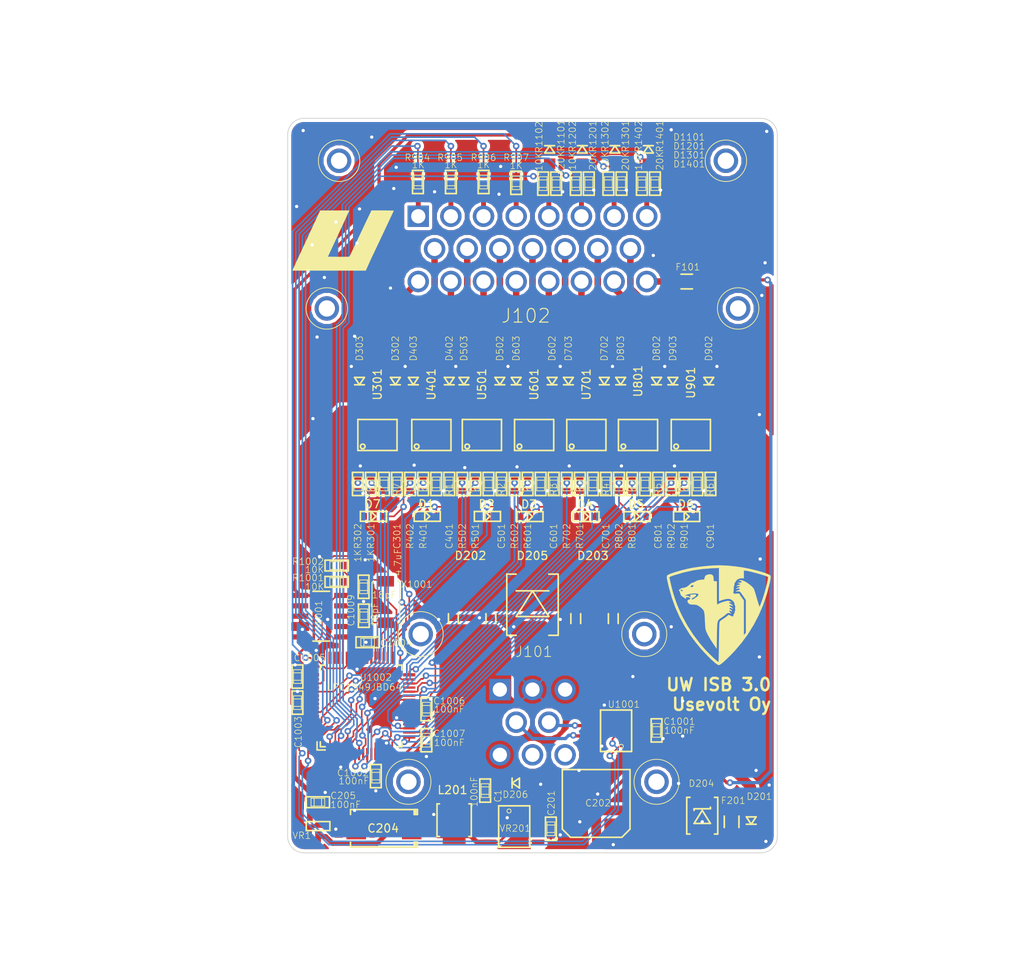
<source format=kicad_pcb>
(kicad_pcb (version 20171130) (host pcbnew "(5.0.0-rc2-dev-130-g0bdae22af-dirty)")
  (layers (0 F.Cu signal) (31 B.Cu signal) (34 B.Paste user) (35 F.Paste user) (36 B.SilkS user) (37 F.SilkS user) (38 B.Mask user) (39 F.Mask user) (44 Edge.Cuts user))
  (net 0 "")
  (net 1 GND)
  (net 2 +3V3)
  (net 3 +5V)
  (net 4 VDD)
  (net 5 "Net-(D201-PadP$2)")
  (net 6 /lpc1549/RESET)
  (net 7 /lpc1549/CAN_RX)
  (net 8 /lpc1549/CAN_TX)
  (net 9 "Net-(C201-Pad1)")
  (net 10 /lpc1549/OUT1_SENSE)
  (net 11 /lpc1549/OUT2_SENSE)
  (net 12 /lpc1549/OUT3_SENSE)
  (net 13 /lpc1549/OUT4_SENSE)
  (net 14 /lpc1549/OUT5_SENSE)
  (net 15 /lpc1549/OUT6_SENSE)
  (net 16 /lpc1549/OUT7_SENSE)
  (net 17 "Net-(C1008-Pad1)")
  (net 18 "Net-(C1009-Pad1)")
  (net 19 "/Power supply/VIN")
  (net 20 /Sheet5A7B1579/OUT1)
  (net 21 /Sheet5A7B1579/OUT2)
  (net 22 /Sheet5A7B2C1A/OUT1)
  (net 23 /Sheet5A7B2C1A/OUT2)
  (net 24 /Sheet5A7B341A/OUT1)
  (net 25 /Sheet5A7B341A/OUT2)
  (net 26 /Sheet5A7B3FAC/OUT1)
  (net 27 /Sheet5A7B3FAC/OUT2)
  (net 28 /Sheet5A7B4C12/OUT1)
  (net 29 /Sheet5A7B4C12/OUT2)
  (net 30 /Sheet5A7B577D/OUT1)
  (net 31 /Sheet5A7B577D/OUT2)
  (net 32 /Sheet5A7B753C/OUT1)
  (net 33 /Sheet5A7B753C/OUT2)
  (net 34 "Net-(J1001-PadP$2)")
  (net 35 "Net-(J1001-PadP$4)")
  (net 36 /Sheet5A7B1579/IN1)
  (net 37 /Sheet5A7B1579/IN2)
  (net 38 /Sheet5A7B2C1A/IN1)
  (net 39 /Sheet5A7B2C1A/IN2)
  (net 40 /Sheet5A7B341A/IN1)
  (net 41 /Sheet5A7B341A/IN2)
  (net 42 /Sheet5A7B3FAC/IN1)
  (net 43 /Sheet5A7B3FAC/IN2)
  (net 44 /Sheet5A7B4C12/IN1)
  (net 45 /Sheet5A7B4C12/IN2)
  (net 46 /Sheet5A7B577D/IN1)
  (net 47 /Sheet5A7B577D/IN2)
  (net 48 /Sheet5A7B753C/IN1)
  (net 49 /Sheet5A7B753C/IN2)
  (net 50 /lpc1549/CANH)
  (net 51 /lpc1549/CANL)
  (net 52 /lpc1549/AIN1)
  (net 53 /lpc1549/AIN2)
  (net 54 /lpc1549/AIN3)
  (net 55 /5V_OUT)
  (net 56 /lpc1549/DIN1)
  (net 57 /lpc1549/DIN2)
  (net 58 /lpc1549/DIN3)
  (net 59 /Sheet5A7E031D/VIN)
  (net 60 /Sheet5A7E2A6D/VIN)
  (net 61 /Sheet5A7E34B9/VIN)
  (net 62 "Net-(R904-Pad1)")
  (net 63 "Net-(R905-Pad1)")
  (net 64 "Net-(R906-Pad1)")
  (net 65 /lpc1549/AIN4)
  (net 66 /lpc1549/DIN4)
  (net 67 /Sheet5A8C5347/VIN)
  (net 68 "Net-(R907-Pad2)")
  (net 69 "Net-(C1-Pad1)")
  (net 70 "Net-(C1-Pad2)")
  (net 71 "Net-(J101-Pad7)")
  (net 72 "Net-(J101-Pad8)")
  (net 73 "Net-(J1001-PadP$6)")
  (net 74 "Net-(J1001-PadP$7)")
  (net 75 "Net-(J1001-PadP$8)")
  (net 76 "Net-(U301-Pad6)")
  (net 77 "Net-(U401-Pad6)")
  (net 78 "Net-(U501-Pad6)")
  (net 79 "Net-(U601-Pad6)")
  (net 80 "Net-(U701-Pad6)")
  (net 81 "Net-(U801-Pad6)")
  (net 82 "Net-(U901-Pad6)")
  (net 83 "Net-(U1001-Pad5)")
  (net 84 "Net-(U1002-PadP$15)")
  (net 85 "Net-(U1002-PadP$23)")
  (net 86 "Net-(U1002-PadP$25)")
  (net 87 "Net-(U1002-PadP$29)")
  (net 88 "Net-(U1002-PadP$38)")
  (net 89 "Net-(U1002-PadP$39)")
  (net 90 "Net-(U1002-PadP$42)")
  (net 91 "Net-(U1002-PadP$43)")
  (net 92 "Net-(U1002-PadP$46)")
  (net 93 "Net-(U1002-PadP$47)")
  (net 94 "Net-(U1002-PadP$48)")
  (net 95 "Net-(U1002-PadP$49)")
  (net 96 "Net-(U1002-PadP$50)")
  (net 97 "Net-(U1002-PadP$54)")
  (net 98 "Net-(VR201-Pad5)")
  (net 99 "Net-(VR201-Pad3)")
  (net 100 "Net-(VR201-Pad2)")
  (module usevolt:uw_logo (layer F.Cu) (at 190.8 109.8)
    (fp_text reference G*** hide)
    (fp_text value LOGO hide)
  )
  (module usevolt:uv_logo (layer F.Cu) (at 144.8 64)
    (fp_text reference G*** hide)
    (fp_text value LOGO hide)
  )
  (module usevolt:DO219AB (layer F.Cu) (at 194.8 135.05 270)
    (fp_text reference D201 (at -2.95 -1) (layer F.SilkS) (effects (font (size 0.8128 0.8128) (thickness 0.0762))))
    (fp_text value DIODE_RS07J-GS18 hide)
    (pad P$1 smd rect (at -1.7653 0 270) (size 1.29794 1.39954) (layers F.Cu F.Paste F.Mask) (net 19 "/Power supply/VIN"))
    (pad P$2 smd rect (at 1.7653 0 270) (size 1.29794 1.39954) (layers F.Cu F.Paste F.Mask) (net 5 "Net-(D201-PadP$2)"))
  )
  (module kemet:0603 (layer F.Cu) (at 151.4 93.8 90)
    (fp_text reference C301 (at -6.4 0 270) (layer F.SilkS) (effects (font (size 0.8128 0.8128) (thickness 0.0762))))
    (fp_text value 4.7uF (at -9.6 0.1 270) (layer F.SilkS) (effects (font (size 0.8128 0.8128) (thickness 0.0762))))
    (pad 1 smd rect (at -0.8382 0 90) (size 0.762 0.9398) (layers F.Cu F.Paste F.Mask) (net 1 GND))
    (pad 2 smd rect (at 0.8382 0 90) (size 0.762 0.9398) (layers F.Cu F.Paste F.Mask) (net 10 /lpc1549/OUT1_SENSE))
  )
  (module kemet:0603 (layer F.Cu) (at 141.7 132.8)
    (fp_text reference C205 (at 3.1 -0.8) (layer F.SilkS) (effects (font (size 0.8128 0.8128) (thickness 0.0762))))
    (fp_text value 100nF (at 3.4 0.3) (layer F.SilkS) (effects (font (size 0.8128 0.8128) (thickness 0.0762))))
    (pad 1 smd rect (at -0.8382 0) (size 0.762 0.9398) (layers F.Cu F.Paste F.Mask) (net 2 +3V3))
    (pad 2 smd rect (at 0.8382 0) (size 0.762 0.9398) (layers F.Cu F.Paste F.Mask) (net 1 GND))
  )
  (module usevolt:FUSE_MC36211 (layer F.Cu) (at 192.4 135.2 90)
    (fp_text reference F201 (at 2.6 0.2) (layer F.SilkS) (effects (font (size 0.8128 0.8128) (thickness 0.0762))))
    (fp_text value FUSE_MC36211_350MA hide)
    (pad P$1 smd rect (at -1.4986 0 180) (size 1.89992 0.99822) (layers F.Cu F.Paste F.Mask) (net 5 "Net-(D201-PadP$2)"))
    (pad P$2 smd rect (at 1.4986 0 180) (size 1.89992 0.99822) (layers F.Cu F.Paste F.Mask) (net 9 "Net-(C201-Pad1)"))
  )
  (module kemet:0603 (layer F.Cu) (at 170.25 136.05 270)
    (fp_text reference C201 (at -3.15 -0.05 270) (layer F.SilkS) (effects (font (size 0.8128 0.8128) (thickness 0.0762))))
    (fp_text value 100nF hide)
    (pad 1 smd rect (at -0.8382 0 270) (size 0.762 0.9398) (layers F.Cu F.Paste F.Mask) (net 9 "Net-(C201-Pad1)"))
    (pad 2 smd rect (at 0.8382 0 270) (size 0.762 0.9398) (layers F.Cu F.Paste F.Mask) (net 1 GND))
  )
  (module kemet:7343 (layer F.Cu) (at 149.8 136 180)
    (fp_text reference C204 (at 0.1 0 180) (layer F.SilkS))
    (fp_text value T491D226K035AT hide)
    (pad + smd rect (at -3.4 0 180) (size 2.4 2.7) (layers F.Cu F.Paste F.Mask) (net 3 +5V))
    (pad - smd rect (at 3.4 0 180) (size 2.4 2.7) (layers F.Cu F.Paste F.Mask) (net 1 GND))
  )
  (module usevolt:IND_744045210 (layer F.Cu) (at 158.4 135 270)
    (fp_text reference L201 (at -3.7 0.2) (layer F.SilkS))
    (fp_text value IND_744045210 hide)
    (pad 1 smd rect (at -1.9 0 270) (size 2 2.8) (layers F.Cu F.Paste F.Mask) (net 69 "Net-(C1-Pad1)"))
    (pad 2 smd rect (at 1.9 0 270) (size 2 2.8) (layers F.Cu F.Paste F.Mask) (net 3 +5V))
  )
  (module usevolt:SlimDPAK (layer F.Cu) (at 160.6 107.8)
    (fp_text reference D202 (at -0.2 -5.2 180) (layer F.SilkS))
    (fp_text value SCHOTTKY_DIODE_V40PW10C hide)
    (pad 1 smd rect (at -2.29 4.485) (size 1.4 1.9) (layers F.Cu F.Paste F.Mask) (net 19 "/Power supply/VIN"))
    (pad 2 smd rect (at 2.29 4.485) (size 1.4 1.9) (layers F.Cu F.Paste F.Mask) (net 19 "/Power supply/VIN"))
    (pad 3 smd rect (at 0 -1.6) (size 6.1 5.97) (layers F.Cu F.Paste F.Mask) (net 4 VDD))
  )
  (module usevolt:SOIC8 (layer F.Cu) (at 165.75961 135.781856)
    (fp_text reference VR201 (at 0.113331 0.222394 -180) (layer F.SilkS) (effects (font (size 0.8128 0.8128) (thickness 0.0762))))
    (fp_text value LM2671SOIC8 hide)
    (pad 8 smd rect (at 2.921 -1.905 270) (size 0.6 1.524) (layers F.Cu F.Paste F.Mask) (net 69 "Net-(C1-Pad1)"))
    (pad 7 smd rect (at 2.921 -0.635 270) (size 0.6 1.524) (layers F.Cu F.Paste F.Mask) (net 9 "Net-(C201-Pad1)"))
    (pad 6 smd rect (at 2.921 0.635 270) (size 0.6 1.524) (layers F.Cu F.Paste F.Mask) (net 1 GND))
    (pad 5 smd rect (at 2.921 1.905 270) (size 0.6 1.524) (layers F.Cu F.Paste F.Mask) (net 98 "Net-(VR201-Pad5)"))
    (pad 4 smd rect (at -2.921 1.905 270) (size 0.6 1.524) (layers F.Cu F.Paste F.Mask) (net 3 +5V))
    (pad 3 smd rect (at -2.921 0.635 270) (size 0.6 1.524) (layers F.Cu F.Paste F.Mask) (net 99 "Net-(VR201-Pad3)"))
    (pad 2 smd rect (at -2.921 -0.6 270) (size 0.635 1.524) (layers F.Cu F.Paste F.Mask) (net 100 "Net-(VR201-Pad2)"))
    (pad 1 smd rect (at -2.921 -1.905 270) (size 0.6 1.524) (layers F.Cu F.Paste F.Mask) (net 70 "Net-(C1-Pad2)"))
  )
  (module usevolt:CAP_EEE-FK1H470P (layer F.Cu) (at 175.8 132.95)
    (fp_text reference C202 (at 0.23114 -0.05) (layer F.SilkS) (effects (font (size 0.8128 0.8128) (thickness 0.0762))))
    (fp_text value CAP_EEE-FK1H470P hide)
    (pad - smd rect (at 0 -3.54838) (size 0.99822 3.99796) (layers F.Cu F.Paste F.Mask) (net 1 GND))
    (pad + smd rect (at 0 3.54838) (size 0.99822 3.99796) (layers F.Cu F.Paste F.Mask) (net 9 "Net-(C201-Pad1)"))
  )
  (module yageo:0603 (layer F.Cu) (at 148.2 93.8 90)
    (fp_text reference R301 (at -6.4 0 90) (layer F.SilkS) (effects (font (size 0.8128 0.8128) (thickness 0.0762))))
    (fp_text value 1K (at -8.8 0 90) (layer F.SilkS) (effects (font (size 0.8128 0.8128) (thickness 0.0762))))
    (pad 2 smd rect (at 0.8382 0 90) (size 0.762 0.9398) (layers F.Cu F.Paste F.Mask) (net 36 /Sheet5A7B1579/IN1))
    (pad 1 smd rect (at -0.8382 0 90) (size 0.762 0.9398) (layers F.Cu F.Paste F.Mask) (net 1 GND))
  )
  (module yageo:0603 (layer F.Cu) (at 146.6 93.8 90)
    (fp_text reference R302 (at -6.4 0 90) (layer F.SilkS) (effects (font (size 0.8128 0.8128) (thickness 0.0762))))
    (fp_text value 1K (at -8.8 0 90) (layer F.SilkS) (effects (font (size 0.8128 0.8128) (thickness 0.0762))))
    (pad 1 smd rect (at -0.8382 0 90) (size 0.762 0.9398) (layers F.Cu F.Paste F.Mask) (net 1 GND))
    (pad 2 smd rect (at 0.8382 0 90) (size 0.762 0.9398) (layers F.Cu F.Paste F.Mask) (net 37 /Sheet5A7B1579/IN2))
  )
  (module kemet:0603 (layer F.Cu) (at 157.8 93.8 90)
    (fp_text reference C401 (at -6.4 0 90) (layer F.SilkS) (effects (font (size 0.8128 0.8128) (thickness 0.0762))))
    (fp_text value 4.7uF hide)
    (pad 2 smd rect (at 0.8382 0 90) (size 0.762 0.9398) (layers F.Cu F.Paste F.Mask) (net 11 /lpc1549/OUT2_SENSE))
    (pad 1 smd rect (at -0.8382 0 90) (size 0.762 0.9398) (layers F.Cu F.Paste F.Mask) (net 1 GND))
  )
  (module kemet:0603 (layer F.Cu) (at 164.2 93.8 90)
    (fp_text reference C501 (at -6.4 0 90) (layer F.SilkS) (effects (font (size 0.8128 0.8128) (thickness 0.0762))))
    (fp_text value 4.7uF hide)
    (pad 1 smd rect (at -0.8382 0 90) (size 0.762 0.9398) (layers F.Cu F.Paste F.Mask) (net 1 GND))
    (pad 2 smd rect (at 0.8382 0 90) (size 0.762 0.9398) (layers F.Cu F.Paste F.Mask) (net 12 /lpc1549/OUT3_SENSE))
  )
  (module kemet:0603 (layer F.Cu) (at 170.6 93.8 90)
    (fp_text reference C601 (at -6.4 0 90) (layer F.SilkS) (effects (font (size 0.8128 0.8128) (thickness 0.0762))))
    (fp_text value 4.7uF hide)
    (pad 2 smd rect (at 0.8382 0 90) (size 0.762 0.9398) (layers F.Cu F.Paste F.Mask) (net 13 /lpc1549/OUT4_SENSE))
    (pad 1 smd rect (at -0.8382 0 90) (size 0.762 0.9398) (layers F.Cu F.Paste F.Mask) (net 1 GND))
  )
  (module kemet:0603 (layer F.Cu) (at 177 93.8 90)
    (fp_text reference C701 (at -6.4 0 90) (layer F.SilkS) (effects (font (size 0.8128 0.8128) (thickness 0.0762))))
    (fp_text value 4.7uF hide)
    (pad 1 smd rect (at -0.8382 0 90) (size 0.762 0.9398) (layers F.Cu F.Paste F.Mask) (net 1 GND))
    (pad 2 smd rect (at 0.8382 0 90) (size 0.762 0.9398) (layers F.Cu F.Paste F.Mask) (net 14 /lpc1549/OUT5_SENSE))
  )
  (module kemet:0603 (layer F.Cu) (at 183.4 93.8 90)
    (fp_text reference C801 (at -6.4 0 90) (layer F.SilkS) (effects (font (size 0.8128 0.8128) (thickness 0.0762))))
    (fp_text value 4.7uF hide)
    (pad 1 smd rect (at -0.8382 0 90) (size 0.762 0.9398) (layers F.Cu F.Paste F.Mask) (net 1 GND))
    (pad 2 smd rect (at 0.8382 0 90) (size 0.762 0.9398) (layers F.Cu F.Paste F.Mask) (net 15 /lpc1549/OUT6_SENSE))
  )
  (module kemet:0603 (layer F.Cu) (at 189.8 93.8 90)
    (fp_text reference C901 (at -6.4 0 90) (layer F.SilkS) (effects (font (size 0.8128 0.8128) (thickness 0.0762))))
    (fp_text value 4.7uF hide)
    (pad 1 smd rect (at -0.8382 0 90) (size 0.762 0.9398) (layers F.Cu F.Paste F.Mask) (net 1 GND))
    (pad 2 smd rect (at 0.8382 0 90) (size 0.762 0.9398) (layers F.Cu F.Paste F.Mask) (net 16 /lpc1549/OUT7_SENSE))
  )
  (module kemet:0603 (layer F.Cu) (at 183.2 124 270)
    (fp_text reference C1001 (at -1.1 -2.8) (layer F.SilkS) (effects (font (size 0.8128 0.8128) (thickness 0.0762))))
    (fp_text value 100nF (at 0 -2.8) (layer F.SilkS) (effects (font (size 0.8128 0.8128) (thickness 0.0762))))
    (pad 2 smd rect (at 0.8382 0 270) (size 0.762 0.9398) (layers F.Cu F.Paste F.Mask) (net 1 GND))
    (pad 1 smd rect (at -0.8382 0 270) (size 0.762 0.9398) (layers F.Cu F.Paste F.Mask) (net 3 +5V))
  )
  (module kemet:0603 (layer F.Cu) (at 148.8 129.6 270)
    (fp_text reference C1002 (at -0.4 2.8) (layer F.SilkS) (effects (font (size 0.8128 0.8128) (thickness 0.0762))))
    (fp_text value 100nF (at 0.6 2.7) (layer F.SilkS) (effects (font (size 0.8128 0.8128) (thickness 0.0762))))
    (pad 1 smd rect (at -0.8382 0 270) (size 0.762 0.9398) (layers F.Cu F.Paste F.Mask) (net 2 +3V3))
    (pad 2 smd rect (at 0.8382 0 270) (size 0.762 0.9398) (layers F.Cu F.Paste F.Mask) (net 1 GND))
  )
  (module kemet:0603 (layer F.Cu) (at 139.2 120.6 90)
    (fp_text reference C1003 (at -3.6 0.1 90) (layer F.SilkS) (effects (font (size 0.8128 0.8128) (thickness 0.0762))))
    (fp_text value 100nF hide)
    (pad 1 smd rect (at -0.8382 0 90) (size 0.762 0.9398) (layers F.Cu F.Paste F.Mask) (net 2 +3V3))
    (pad 2 smd rect (at 0.8382 0 90) (size 0.762 0.9398) (layers F.Cu F.Paste F.Mask) (net 1 GND))
  )
  (module kemet:0603 (layer F.Cu) (at 147.8 113.2 180)
    (fp_text reference C1004 (at -3.5 -0.1 180) (layer F.SilkS) (effects (font (size 0.8128 0.8128) (thickness 0.0762))))
    (fp_text value 100nF hide)
    (pad 2 smd rect (at 0.8382 0 180) (size 0.762 0.9398) (layers F.Cu F.Paste F.Mask) (net 1 GND))
    (pad 1 smd rect (at -0.8382 0 180) (size 0.762 0.9398) (layers F.Cu F.Paste F.Mask) (net 2 +3V3))
  )
  (module kemet:0603 (layer F.Cu) (at 139.2 117.4 90)
    (fp_text reference C1005 (at 2.3 1.5 180) (layer F.SilkS) (effects (font (size 0.8128 0.8128) (thickness 0.0762))))
    (fp_text value 100nF hide)
    (pad 1 smd rect (at -0.8382 0 90) (size 0.762 0.9398) (layers F.Cu F.Paste F.Mask) (net 2 +3V3))
    (pad 2 smd rect (at 0.8382 0 90) (size 0.762 0.9398) (layers F.Cu F.Paste F.Mask) (net 1 GND))
  )
  (module kemet:0603 (layer F.Cu) (at 155 121.4 90)
    (fp_text reference C1006 (at 1 2.8 180) (layer F.SilkS) (effects (font (size 0.8128 0.8128) (thickness 0.0762))))
    (fp_text value 100nF (at 0 2.8 180) (layer F.SilkS) (effects (font (size 0.8128 0.8128) (thickness 0.0762))))
    (pad 2 smd rect (at 0.8382 0 90) (size 0.762 0.9398) (layers F.Cu F.Paste F.Mask) (net 1 GND))
    (pad 1 smd rect (at -0.8382 0 90) (size 0.762 0.9398) (layers F.Cu F.Paste F.Mask) (net 2 +3V3))
  )
  (module kemet:0603 (layer F.Cu) (at 155 125.2 270)
    (fp_text reference C1007 (at -0.8 -2.8) (layer F.SilkS) (effects (font (size 0.8128 0.8128) (thickness 0.0762))))
    (fp_text value 100nF (at 0.3 -2.8) (layer F.SilkS) (effects (font (size 0.8128 0.8128) (thickness 0.0762))))
    (pad 1 smd rect (at -0.8382 0 270) (size 0.762 0.9398) (layers F.Cu F.Paste F.Mask) (net 2 +3V3))
    (pad 2 smd rect (at 0.8382 0 270) (size 0.762 0.9398) (layers F.Cu F.Paste F.Mask) (net 1 GND))
  )
  (module kemet:0603 (layer F.Cu) (at 147.3 106.4 270)
    (fp_text reference C1008 hide)
    (fp_text value 18pF (at 1 -2.5) (layer F.SilkS) (effects (font (size 0.8128 0.8128) (thickness 0.0762))))
    (pad 2 smd rect (at 0.8382 0 270) (size 0.762 0.9398) (layers F.Cu F.Paste F.Mask) (net 1 GND))
    (pad 1 smd rect (at -0.8382 0 270) (size 0.762 0.9398) (layers F.Cu F.Paste F.Mask) (net 17 "Net-(C1008-Pad1)"))
  )
  (module usevolt:SlimDPAK (layer F.Cu) (at 175.6 107.8)
    (fp_text reference D203 (at -0.2 -5.2) (layer F.SilkS))
    (fp_text value SCHOTTKY_DIODE_V40PW10C hide)
    (pad 1 smd rect (at -2.29 4.485) (size 1.4 1.9) (layers F.Cu F.Paste F.Mask) (net 19 "/Power supply/VIN"))
    (pad 2 smd rect (at 2.29 4.485) (size 1.4 1.9) (layers F.Cu F.Paste F.Mask) (net 19 "/Power supply/VIN"))
    (pad 3 smd rect (at 0 -1.6) (size 6.1 5.97) (layers F.Cu F.Paste F.Mask) (net 4 VDD))
  )
  (module usevolt:DO-214AA (layer F.Cu) (at 188.8 134.4 90)
    (fp_text reference D204 (at 3.9 -0.1 180) (layer F.SilkS) (effects (font (size 0.8128 0.8128) (thickness 0.0762))))
    (fp_text value DIODE_TVS_SMBJ33A-TRDO-214AA hide)
    (pad P$1 smd rect (at -2.5 0 90) (size 1.9 2.17932) (layers F.Cu F.Paste F.Mask) (net 1 GND))
    (pad P$2 smd rect (at 2.5 0 90) (size 1.9 2.17932) (layers F.Cu F.Paste F.Mask) (net 9 "Net-(C201-Pad1)"))
  )
  (module usevolt:DO-214AB (layer F.Cu) (at 168 108.6 90)
    (fp_text reference D205 (at 6 0 180) (layer F.SilkS))
    (fp_text value DIODE_TVS_TPSMD28A hide)
    (pad 1 smd rect (at -3.3 0 90) (size 2.4 3.3) (layers F.Cu F.Paste F.Mask) (net 1 GND))
    (pad 2 smd rect (at 3.3 0 90) (size 2.4 3.3) (layers F.Cu F.Paste F.Mask) (net 4 VDD))
  )
  (module usevolt:DO219AB (layer F.Cu) (at 165.95 130.45 180)
    (fp_text reference D206 (at 0.05 -1.40462 180) (layer F.SilkS) (effects (font (size 0.8128 0.8128) (thickness 0.0762))))
    (fp_text value DIODE_RS07J-GS18 hide)
    (pad P$1 smd rect (at -1.7653 0 180) (size 1.29794 1.39954) (layers F.Cu F.Paste F.Mask) (net 1 GND))
    (pad P$2 smd rect (at 1.7653 0 180) (size 1.29794 1.39954) (layers F.Cu F.Paste F.Mask) (net 69 "Net-(C1-Pad1)"))
  )
  (module usevolt:DO219AB (layer F.Cu) (at 151.2 81.2 270)
    (fp_text reference D302 (at -4 0 270) (layer F.SilkS) (effects (font (size 0.8128 0.8128) (thickness 0.0762))))
    (fp_text value DIODE_RS07J-GS18 hide)
    (pad P$2 smd rect (at 1.7653 0 270) (size 1.29794 1.39954) (layers F.Cu F.Paste F.Mask) (net 20 /Sheet5A7B1579/OUT1))
    (pad P$1 smd rect (at -1.7653 0 270) (size 1.29794 1.39954) (layers F.Cu F.Paste F.Mask) (net 1 GND))
  )
  (module usevolt:DO219AB (layer F.Cu) (at 146.8 81.2 270)
    (fp_text reference D303 (at -4 0 270) (layer F.SilkS) (effects (font (size 0.8128 0.8128) (thickness 0.0762))))
    (fp_text value DIODE_RS07J-GS18 hide)
    (pad P$1 smd rect (at -1.7653 0 270) (size 1.29794 1.39954) (layers F.Cu F.Paste F.Mask) (net 1 GND))
    (pad P$2 smd rect (at 1.7653 0 270) (size 1.29794 1.39954) (layers F.Cu F.Paste F.Mask) (net 21 /Sheet5A7B1579/OUT2))
  )
  (module usevolt:DO219AB (layer F.Cu) (at 157.8 81.2 270)
    (fp_text reference D402 (at -4 0 270) (layer F.SilkS) (effects (font (size 0.8128 0.8128) (thickness 0.0762))))
    (fp_text value DIODE_RS07J-GS18 hide)
    (pad P$2 smd rect (at 1.7653 0 270) (size 1.29794 1.39954) (layers F.Cu F.Paste F.Mask) (net 22 /Sheet5A7B2C1A/OUT1))
    (pad P$1 smd rect (at -1.7653 0 270) (size 1.29794 1.39954) (layers F.Cu F.Paste F.Mask) (net 1 GND))
  )
  (module usevolt:DO219AB (layer F.Cu) (at 153.4 81.2 270)
    (fp_text reference D403 (at -4 0 270) (layer F.SilkS) (effects (font (size 0.8128 0.8128) (thickness 0.0762))))
    (fp_text value DIODE_RS07J-GS18 hide)
    (pad P$1 smd rect (at -1.7653 0 270) (size 1.29794 1.39954) (layers F.Cu F.Paste F.Mask) (net 1 GND))
    (pad P$2 smd rect (at 1.7653 0 270) (size 1.29794 1.39954) (layers F.Cu F.Paste F.Mask) (net 23 /Sheet5A7B2C1A/OUT2))
  )
  (module usevolt:DO219AB (layer F.Cu) (at 164 81.2 270)
    (fp_text reference D502 (at -4 0 270) (layer F.SilkS) (effects (font (size 0.8128 0.8128) (thickness 0.0762))))
    (fp_text value DIODE_RS07J-GS18 hide)
    (pad P$1 smd rect (at -1.7653 0 270) (size 1.29794 1.39954) (layers F.Cu F.Paste F.Mask) (net 1 GND))
    (pad P$2 smd rect (at 1.7653 0 270) (size 1.29794 1.39954) (layers F.Cu F.Paste F.Mask) (net 24 /Sheet5A7B341A/OUT1))
  )
  (module usevolt:DO219AB (layer F.Cu) (at 159.6 81.2 270)
    (fp_text reference D503 (at -4 0 270) (layer F.SilkS) (effects (font (size 0.8128 0.8128) (thickness 0.0762))))
    (fp_text value DIODE_RS07J-GS18 hide)
    (pad P$2 smd rect (at 1.7653 0 270) (size 1.29794 1.39954) (layers F.Cu F.Paste F.Mask) (net 25 /Sheet5A7B341A/OUT2))
    (pad P$1 smd rect (at -1.7653 0 270) (size 1.29794 1.39954) (layers F.Cu F.Paste F.Mask) (net 1 GND))
  )
  (module usevolt:DO219AB (layer F.Cu) (at 170.4 81.2 270)
    (fp_text reference D602 (at -4 0 270) (layer F.SilkS) (effects (font (size 0.8128 0.8128) (thickness 0.0762))))
    (fp_text value DIODE_RS07J-GS18 hide)
    (pad P$2 smd rect (at 1.7653 0 270) (size 1.29794 1.39954) (layers F.Cu F.Paste F.Mask) (net 26 /Sheet5A7B3FAC/OUT1))
    (pad P$1 smd rect (at -1.7653 0 270) (size 1.29794 1.39954) (layers F.Cu F.Paste F.Mask) (net 1 GND))
  )
  (module usevolt:DO219AB (layer F.Cu) (at 166 81.2 270)
    (fp_text reference D603 (at -4 0 270) (layer F.SilkS) (effects (font (size 0.8128 0.8128) (thickness 0.0762))))
    (fp_text value DIODE_RS07J-GS18 hide)
    (pad P$1 smd rect (at -1.7653 0 270) (size 1.29794 1.39954) (layers F.Cu F.Paste F.Mask) (net 1 GND))
    (pad P$2 smd rect (at 1.7653 0 270) (size 1.29794 1.39954) (layers F.Cu F.Paste F.Mask) (net 27 /Sheet5A7B3FAC/OUT2))
  )
  (module usevolt:DO219AB (layer F.Cu) (at 176.8 81.2 270)
    (fp_text reference D702 (at -4 0 270) (layer F.SilkS) (effects (font (size 0.8128 0.8128) (thickness 0.0762))))
    (fp_text value DIODE_RS07J-GS18 hide)
    (pad P$1 smd rect (at -1.7653 0 270) (size 1.29794 1.39954) (layers F.Cu F.Paste F.Mask) (net 1 GND))
    (pad P$2 smd rect (at 1.7653 0 270) (size 1.29794 1.39954) (layers F.Cu F.Paste F.Mask) (net 28 /Sheet5A7B4C12/OUT1))
  )
  (module usevolt:DO219AB (layer F.Cu) (at 172.4 81.2 270)
    (fp_text reference D703 (at -4 0 270) (layer F.SilkS) (effects (font (size 0.8128 0.8128) (thickness 0.0762))))
    (fp_text value DIODE_RS07J-GS18 hide)
    (pad P$2 smd rect (at 1.7653 0 270) (size 1.29794 1.39954) (layers F.Cu F.Paste F.Mask) (net 29 /Sheet5A7B4C12/OUT2))
    (pad P$1 smd rect (at -1.7653 0 270) (size 1.29794 1.39954) (layers F.Cu F.Paste F.Mask) (net 1 GND))
  )
  (module usevolt:DO219AB (layer F.Cu) (at 183.2 81.2 270)
    (fp_text reference D802 (at -4 0 270) (layer F.SilkS) (effects (font (size 0.8128 0.8128) (thickness 0.0762))))
    (fp_text value DIODE_RS07J-GS18 hide)
    (pad P$2 smd rect (at 1.7653 0 270) (size 1.29794 1.39954) (layers F.Cu F.Paste F.Mask) (net 30 /Sheet5A7B577D/OUT1))
    (pad P$1 smd rect (at -1.7653 0 270) (size 1.29794 1.39954) (layers F.Cu F.Paste F.Mask) (net 1 GND))
  )
  (module usevolt:DO219AB (layer F.Cu) (at 178.8 81.2 270)
    (fp_text reference D803 (at -4 0 270) (layer F.SilkS) (effects (font (size 0.8128 0.8128) (thickness 0.0762))))
    (fp_text value DIODE_RS07J-GS18 hide)
    (pad P$1 smd rect (at -1.7653 0 270) (size 1.29794 1.39954) (layers F.Cu F.Paste F.Mask) (net 1 GND))
    (pad P$2 smd rect (at 1.7653 0 270) (size 1.29794 1.39954) (layers F.Cu F.Paste F.Mask) (net 31 /Sheet5A7B577D/OUT2))
  )
  (module usevolt:DO219AB (layer F.Cu) (at 189.6 81.2 270)
    (fp_text reference D902 (at -4 0 270) (layer F.SilkS) (effects (font (size 0.8128 0.8128) (thickness 0.0762))))
    (fp_text value DIODE_RS07J-GS18 hide)
    (pad P$1 smd rect (at -1.7653 0 270) (size 1.29794 1.39954) (layers F.Cu F.Paste F.Mask) (net 1 GND))
    (pad P$2 smd rect (at 1.7653 0 270) (size 1.29794 1.39954) (layers F.Cu F.Paste F.Mask) (net 32 /Sheet5A7B753C/OUT1))
  )
  (module usevolt:DO219AB (layer F.Cu) (at 185.2 81.2 270)
    (fp_text reference D903 (at -4 0 270) (layer F.SilkS) (effects (font (size 0.8128 0.8128) (thickness 0.0762))))
    (fp_text value DIODE_RS07J-GS18 hide)
    (pad P$2 smd rect (at 1.7653 0 270) (size 1.29794 1.39954) (layers F.Cu F.Paste F.Mask) (net 33 /Sheet5A7B753C/OUT2))
    (pad P$1 smd rect (at -1.7653 0 270) (size 1.29794 1.39954) (layers F.Cu F.Paste F.Mask) (net 1 GND))
  )
  (module usevolt:ARM_10_PIN_JTAG_SWD_CONNECTOR (layer F.Cu) (at 142.111753 110.00383)
    (fp_text reference J1001 (at -0.311753 -0.10383 90) (layer F.SilkS) (effects (font (size 0.8128 0.8128) (thickness 0.0762))))
    (fp_text value ARM_JTAG_SWD_HEADER_10_PINSMD hide)
    (pad P$1 smd rect (at -2.54 -2.54) (size 1.905 0.635) (layers F.Cu F.Paste F.Mask) (net 2 +3V3))
    (pad P$2 smd rect (at 2.54 -2.54) (size 1.905 0.635) (layers F.Cu F.Paste F.Mask) (net 34 "Net-(J1001-PadP$2)"))
    (pad P$3 smd rect (at -2.54 -1.27) (size 1.905 0.635) (layers F.Cu F.Paste F.Mask) (net 1 GND))
    (pad P$4 smd rect (at 2.54 -1.27) (size 1.905 0.635) (layers F.Cu F.Paste F.Mask) (net 35 "Net-(J1001-PadP$4)"))
    (pad P$5 smd rect (at -2.54 0) (size 1.905 0.635) (layers F.Cu F.Paste F.Mask) (net 1 GND))
    (pad P$6 smd rect (at 2.54 0) (size 1.905 0.635) (layers F.Cu F.Paste F.Mask) (net 73 "Net-(J1001-PadP$6)"))
    (pad P$7 smd rect (at 2.54 1.27) (size 1.905 0.635) (layers F.Cu F.Paste F.Mask) (net 74 "Net-(J1001-PadP$7)"))
    (pad P$8 smd rect (at -2.54 2.54) (size 1.905 0.635) (layers F.Cu F.Paste F.Mask) (net 75 "Net-(J1001-PadP$8)"))
    (pad P$9 smd rect (at 2.54 2.54) (size 1.905 0.635) (layers F.Cu F.Paste F.Mask) (net 6 /lpc1549/RESET))
  )
  (module yageo:0603 (layer F.Cu) (at 154.6 93.8 90)
    (fp_text reference R401 (at -6.4 0 90) (layer F.SilkS) (effects (font (size 0.8128 0.8128) (thickness 0.0762))))
    (fp_text value 1K hide)
    (pad 1 smd rect (at -0.8382 0 90) (size 0.762 0.9398) (layers F.Cu F.Paste F.Mask) (net 1 GND))
    (pad 2 smd rect (at 0.8382 0 90) (size 0.762 0.9398) (layers F.Cu F.Paste F.Mask) (net 38 /Sheet5A7B2C1A/IN1))
  )
  (module yageo:0603 (layer F.Cu) (at 153 93.8 90)
    (fp_text reference R402 (at -6.4 0 90) (layer F.SilkS) (effects (font (size 0.8128 0.8128) (thickness 0.0762))))
    (fp_text value 1K hide)
    (pad 2 smd rect (at 0.8382 0 90) (size 0.762 0.9398) (layers F.Cu F.Paste F.Mask) (net 39 /Sheet5A7B2C1A/IN2))
    (pad 1 smd rect (at -0.8382 0 90) (size 0.762 0.9398) (layers F.Cu F.Paste F.Mask) (net 1 GND))
  )
  (module yageo:0603 (layer F.Cu) (at 161 93.8 90)
    (fp_text reference R501 (at -6.4 0 90) (layer F.SilkS) (effects (font (size 0.8128 0.8128) (thickness 0.0762))))
    (fp_text value 1K hide)
    (pad 1 smd rect (at -0.8382 0 90) (size 0.762 0.9398) (layers F.Cu F.Paste F.Mask) (net 1 GND))
    (pad 2 smd rect (at 0.8382 0 90) (size 0.762 0.9398) (layers F.Cu F.Paste F.Mask) (net 40 /Sheet5A7B341A/IN1))
  )
  (module yageo:0603 (layer F.Cu) (at 159.4 93.8 90)
    (fp_text reference R502 (at -6.4 0 90) (layer F.SilkS) (effects (font (size 0.8128 0.8128) (thickness 0.0762))))
    (fp_text value 1K hide)
    (pad 2 smd rect (at 0.8382 0 90) (size 0.762 0.9398) (layers F.Cu F.Paste F.Mask) (net 41 /Sheet5A7B341A/IN2))
    (pad 1 smd rect (at -0.8382 0 90) (size 0.762 0.9398) (layers F.Cu F.Paste F.Mask) (net 1 GND))
  )
  (module yageo:0603 (layer F.Cu) (at 167.4 93.8 90)
    (fp_text reference R601 (at -6.4 0 90) (layer F.SilkS) (effects (font (size 0.8128 0.8128) (thickness 0.0762))))
    (fp_text value 1K hide)
    (pad 1 smd rect (at -0.8382 0 90) (size 0.762 0.9398) (layers F.Cu F.Paste F.Mask) (net 1 GND))
    (pad 2 smd rect (at 0.8382 0 90) (size 0.762 0.9398) (layers F.Cu F.Paste F.Mask) (net 42 /Sheet5A7B3FAC/IN1))
  )
  (module yageo:0603 (layer F.Cu) (at 165.8 93.8 90)
    (fp_text reference R602 (at -6.4 0 90) (layer F.SilkS) (effects (font (size 0.8128 0.8128) (thickness 0.0762))))
    (fp_text value 1K hide)
    (pad 2 smd rect (at 0.8382 0 90) (size 0.762 0.9398) (layers F.Cu F.Paste F.Mask) (net 43 /Sheet5A7B3FAC/IN2))
    (pad 1 smd rect (at -0.8382 0 90) (size 0.762 0.9398) (layers F.Cu F.Paste F.Mask) (net 1 GND))
  )
  (module yageo:0603 (layer F.Cu) (at 173.8 93.8 90)
    (fp_text reference R701 (at -6.4 0 90) (layer F.SilkS) (effects (font (size 0.8128 0.8128) (thickness 0.0762))))
    (fp_text value 1K hide)
    (pad 1 smd rect (at -0.8382 0 90) (size 0.762 0.9398) (layers F.Cu F.Paste F.Mask) (net 1 GND))
    (pad 2 smd rect (at 0.8382 0 90) (size 0.762 0.9398) (layers F.Cu F.Paste F.Mask) (net 44 /Sheet5A7B4C12/IN1))
  )
  (module yageo:0603 (layer F.Cu) (at 172.2 93.8 90)
    (fp_text reference R702 (at -6.4 0 90) (layer F.SilkS) (effects (font (size 0.8128 0.8128) (thickness 0.0762))))
    (fp_text value 1K hide)
    (pad 2 smd rect (at 0.8382 0 90) (size 0.762 0.9398) (layers F.Cu F.Paste F.Mask) (net 45 /Sheet5A7B4C12/IN2))
    (pad 1 smd rect (at -0.8382 0 90) (size 0.762 0.9398) (layers F.Cu F.Paste F.Mask) (net 1 GND))
  )
  (module yageo:0603 (layer F.Cu) (at 180.2 93.8 90)
    (fp_text reference R801 (at -6.4 0 90) (layer F.SilkS) (effects (font (size 0.8128 0.8128) (thickness 0.0762))))
    (fp_text value 1K hide)
    (pad 2 smd rect (at 0.8382 0 90) (size 0.762 0.9398) (layers F.Cu F.Paste F.Mask) (net 46 /Sheet5A7B577D/IN1))
    (pad 1 smd rect (at -0.8382 0 90) (size 0.762 0.9398) (layers F.Cu F.Paste F.Mask) (net 1 GND))
  )
  (module yageo:0603 (layer F.Cu) (at 178.6 93.8 90)
    (fp_text reference R802 (at -6.4 0 90) (layer F.SilkS) (effects (font (size 0.8128 0.8128) (thickness 0.0762))))
    (fp_text value 1K hide)
    (pad 1 smd rect (at -0.8382 0 90) (size 0.762 0.9398) (layers F.Cu F.Paste F.Mask) (net 1 GND))
    (pad 2 smd rect (at 0.8382 0 90) (size 0.762 0.9398) (layers F.Cu F.Paste F.Mask) (net 47 /Sheet5A7B577D/IN2))
  )
  (module yageo:0603 (layer F.Cu) (at 186.6 93.8 90)
    (fp_text reference R901 (at -6.4 0 90) (layer F.SilkS) (effects (font (size 0.8128 0.8128) (thickness 0.0762))))
    (fp_text value 1K hide)
    (pad 1 smd rect (at -0.8382 0 90) (size 0.762 0.9398) (layers F.Cu F.Paste F.Mask) (net 1 GND))
    (pad 2 smd rect (at 0.8382 0 90) (size 0.762 0.9398) (layers F.Cu F.Paste F.Mask) (net 48 /Sheet5A7B753C/IN1))
  )
  (module yageo:0603 (layer F.Cu) (at 185 93.8 90)
    (fp_text reference R902 (at -6.4 0 90) (layer F.SilkS) (effects (font (size 0.8128 0.8128) (thickness 0.0762))))
    (fp_text value 1K hide)
    (pad 1 smd rect (at -0.8382 0 90) (size 0.762 0.9398) (layers F.Cu F.Paste F.Mask) (net 1 GND))
    (pad 2 smd rect (at 0.8382 0 90) (size 0.762 0.9398) (layers F.Cu F.Paste F.Mask) (net 49 /Sheet5A7B753C/IN2))
  )
  (module yageo:0603 (layer F.Cu) (at 144 105.8 180)
    (fp_text reference R1001 (at 3.5 0.5 180) (layer F.SilkS) (effects (font (size 0.8128 0.8128) (thickness 0.0762))))
    (fp_text value 10K (at 2.7 -0.6 180) (layer F.SilkS) (effects (font (size 0.8128 0.8128) (thickness 0.0762))))
    (pad 1 smd rect (at -0.8382 0 180) (size 0.762 0.9398) (layers F.Cu F.Paste F.Mask) (net 34 "Net-(J1001-PadP$2)"))
    (pad 2 smd rect (at 0.8382 0 180) (size 0.762 0.9398) (layers F.Cu F.Paste F.Mask) (net 2 +3V3))
  )
  (module yageo:0603 (layer F.Cu) (at 144 103.8 180)
    (fp_text reference R1002 (at 3.5 0.5 180) (layer F.SilkS) (effects (font (size 0.8128 0.8128) (thickness 0.0762))))
    (fp_text value 10K (at 2.7 -0.5 180) (layer F.SilkS) (effects (font (size 0.8128 0.8128) (thickness 0.0762))))
    (pad 1 smd rect (at -0.8382 0 180) (size 0.762 0.9398) (layers F.Cu F.Paste F.Mask) (net 35 "Net-(J1001-PadP$4)"))
    (pad 2 smd rect (at 0.8382 0 180) (size 0.762 0.9398) (layers F.Cu F.Paste F.Mask) (net 2 +3V3))
  )
  (module usevolt:PowerSSO-12 (layer F.Cu) (at 149 87.8)
    (fp_text reference U301 (at 0 -6.2 90) (layer F.SilkS))
    (fp_text value VND5050AJTR-E hide)
    (pad 1 smd rect (at -2 2.8) (size 0.4 1.2) (layers F.Cu F.Paste F.Mask) (net 1 GND))
    (pad 2 smd rect (at -1.2 2.8) (size 0.4 1.2) (layers F.Cu F.Paste F.Mask) (net 37 /Sheet5A7B1579/IN2))
    (pad 3 smd rect (at -0.4 2.8) (size 0.4 1.2) (layers F.Cu F.Paste F.Mask) (net 36 /Sheet5A7B1579/IN1))
    (pad 4 smd rect (at 0.4 2.8) (size 0.4 1.2) (layers F.Cu F.Paste F.Mask) (net 10 /lpc1549/OUT1_SENSE))
    (pad 5 smd rect (at 1.2 2.8) (size 0.4 1.2) (layers F.Cu F.Paste F.Mask) (net 10 /lpc1549/OUT1_SENSE))
    (pad 6 smd rect (at 2 2.8) (size 0.4 1.2) (layers F.Cu F.Paste F.Mask) (net 76 "Net-(U301-Pad6)"))
    (pad 7 smd rect (at 2 -2.8) (size 0.4 1.2) (layers F.Cu F.Paste F.Mask) (net 4 VDD))
    (pad 8 smd rect (at 1.2 -2.8) (size 0.4 1.2) (layers F.Cu F.Paste F.Mask) (net 20 /Sheet5A7B1579/OUT1))
    (pad 9 smd rect (at 0.4 -2.8) (size 0.4 1.2) (layers F.Cu F.Paste F.Mask) (net 20 /Sheet5A7B1579/OUT1))
    (pad 10 smd rect (at -0.4 -2.8) (size 0.4 1.2) (layers F.Cu F.Paste F.Mask) (net 21 /Sheet5A7B1579/OUT2))
    (pad 11 smd rect (at -1.2 -2.8) (size 0.4 1.2) (layers F.Cu F.Paste F.Mask) (net 21 /Sheet5A7B1579/OUT2))
    (pad 12 smd rect (at -2 -2.8) (size 0.4 1.2) (layers F.Cu F.Paste F.Mask) (net 4 VDD))
    (pad 13 smd rect (at 0 0) (size 3.6 1.9) (layers F.Cu F.Paste F.Mask) (net 4 VDD))
  )
  (module usevolt:PowerSSO-12 (layer F.Cu) (at 155.609657 87.8)
    (fp_text reference U401 (at -0.009657 -6.2 90) (layer F.SilkS))
    (fp_text value VND5050AJTR-E hide)
    (pad 13 smd rect (at 0 0) (size 3.6 1.9) (layers F.Cu F.Paste F.Mask) (net 4 VDD))
    (pad 12 smd rect (at -2 -2.8) (size 0.4 1.2) (layers F.Cu F.Paste F.Mask) (net 4 VDD))
    (pad 11 smd rect (at -1.2 -2.8) (size 0.4 1.2) (layers F.Cu F.Paste F.Mask) (net 23 /Sheet5A7B2C1A/OUT2))
    (pad 10 smd rect (at -0.4 -2.8) (size 0.4 1.2) (layers F.Cu F.Paste F.Mask) (net 23 /Sheet5A7B2C1A/OUT2))
    (pad 9 smd rect (at 0.4 -2.8) (size 0.4 1.2) (layers F.Cu F.Paste F.Mask) (net 22 /Sheet5A7B2C1A/OUT1))
    (pad 8 smd rect (at 1.2 -2.8) (size 0.4 1.2) (layers F.Cu F.Paste F.Mask) (net 22 /Sheet5A7B2C1A/OUT1))
    (pad 7 smd rect (at 2 -2.8) (size 0.4 1.2) (layers F.Cu F.Paste F.Mask) (net 4 VDD))
    (pad 6 smd rect (at 2 2.8) (size 0.4 1.2) (layers F.Cu F.Paste F.Mask) (net 77 "Net-(U401-Pad6)"))
    (pad 5 smd rect (at 1.2 2.8) (size 0.4 1.2) (layers F.Cu F.Paste F.Mask) (net 11 /lpc1549/OUT2_SENSE))
    (pad 4 smd rect (at 0.4 2.8) (size 0.4 1.2) (layers F.Cu F.Paste F.Mask) (net 11 /lpc1549/OUT2_SENSE))
    (pad 3 smd rect (at -0.4 2.8) (size 0.4 1.2) (layers F.Cu F.Paste F.Mask) (net 38 /Sheet5A7B2C1A/IN1))
    (pad 2 smd rect (at -1.2 2.8) (size 0.4 1.2) (layers F.Cu F.Paste F.Mask) (net 39 /Sheet5A7B2C1A/IN2))
    (pad 1 smd rect (at -2 2.8) (size 0.4 1.2) (layers F.Cu F.Paste F.Mask) (net 1 GND))
  )
  (module usevolt:PowerSSO-12 (layer F.Cu) (at 161.8 87.8)
    (fp_text reference U501 (at 0 -6.2 90) (layer F.SilkS))
    (fp_text value VND5050AJTR-E hide)
    (pad 1 smd rect (at -2 2.8) (size 0.4 1.2) (layers F.Cu F.Paste F.Mask) (net 1 GND))
    (pad 2 smd rect (at -1.2 2.8) (size 0.4 1.2) (layers F.Cu F.Paste F.Mask) (net 41 /Sheet5A7B341A/IN2))
    (pad 3 smd rect (at -0.4 2.8) (size 0.4 1.2) (layers F.Cu F.Paste F.Mask) (net 40 /Sheet5A7B341A/IN1))
    (pad 4 smd rect (at 0.4 2.8) (size 0.4 1.2) (layers F.Cu F.Paste F.Mask) (net 12 /lpc1549/OUT3_SENSE))
    (pad 5 smd rect (at 1.2 2.8) (size 0.4 1.2) (layers F.Cu F.Paste F.Mask) (net 12 /lpc1549/OUT3_SENSE))
    (pad 6 smd rect (at 2 2.8) (size 0.4 1.2) (layers F.Cu F.Paste F.Mask) (net 78 "Net-(U501-Pad6)"))
    (pad 7 smd rect (at 2 -2.8) (size 0.4 1.2) (layers F.Cu F.Paste F.Mask) (net 4 VDD))
    (pad 8 smd rect (at 1.2 -2.8) (size 0.4 1.2) (layers F.Cu F.Paste F.Mask) (net 24 /Sheet5A7B341A/OUT1))
    (pad 9 smd rect (at 0.4 -2.8) (size 0.4 1.2) (layers F.Cu F.Paste F.Mask) (net 24 /Sheet5A7B341A/OUT1))
    (pad 10 smd rect (at -0.4 -2.8) (size 0.4 1.2) (layers F.Cu F.Paste F.Mask) (net 25 /Sheet5A7B341A/OUT2))
    (pad 11 smd rect (at -1.2 -2.8) (size 0.4 1.2) (layers F.Cu F.Paste F.Mask) (net 25 /Sheet5A7B341A/OUT2))
    (pad 12 smd rect (at -2 -2.8) (size 0.4 1.2) (layers F.Cu F.Paste F.Mask) (net 4 VDD))
    (pad 13 smd rect (at 0 0) (size 3.6 1.9) (layers F.Cu F.Paste F.Mask) (net 4 VDD))
  )
  (module usevolt:PowerSSO-12 (layer F.Cu) (at 168.2 87.8)
    (fp_text reference U601 (at 0 -6.2 90) (layer F.SilkS))
    (fp_text value VND5050AJTR-E hide)
    (pad 1 smd rect (at -2 2.8) (size 0.4 1.2) (layers F.Cu F.Paste F.Mask) (net 1 GND))
    (pad 2 smd rect (at -1.2 2.8) (size 0.4 1.2) (layers F.Cu F.Paste F.Mask) (net 43 /Sheet5A7B3FAC/IN2))
    (pad 3 smd rect (at -0.4 2.8) (size 0.4 1.2) (layers F.Cu F.Paste F.Mask) (net 42 /Sheet5A7B3FAC/IN1))
    (pad 4 smd rect (at 0.4 2.8) (size 0.4 1.2) (layers F.Cu F.Paste F.Mask) (net 13 /lpc1549/OUT4_SENSE))
    (pad 5 smd rect (at 1.2 2.8) (size 0.4 1.2) (layers F.Cu F.Paste F.Mask) (net 13 /lpc1549/OUT4_SENSE))
    (pad 6 smd rect (at 2 2.8) (size 0.4 1.2) (layers F.Cu F.Paste F.Mask) (net 79 "Net-(U601-Pad6)"))
    (pad 7 smd rect (at 2 -2.8) (size 0.4 1.2) (layers F.Cu F.Paste F.Mask) (net 4 VDD))
    (pad 8 smd rect (at 1.2 -2.8) (size 0.4 1.2) (layers F.Cu F.Paste F.Mask) (net 26 /Sheet5A7B3FAC/OUT1))
    (pad 9 smd rect (at 0.4 -2.8) (size 0.4 1.2) (layers F.Cu F.Paste F.Mask) (net 26 /Sheet5A7B3FAC/OUT1))
    (pad 10 smd rect (at -0.4 -2.8) (size 0.4 1.2) (layers F.Cu F.Paste F.Mask) (net 27 /Sheet5A7B3FAC/OUT2))
    (pad 11 smd rect (at -1.2 -2.8) (size 0.4 1.2) (layers F.Cu F.Paste F.Mask) (net 27 /Sheet5A7B3FAC/OUT2))
    (pad 12 smd rect (at -2 -2.8) (size 0.4 1.2) (layers F.Cu F.Paste F.Mask) (net 4 VDD))
    (pad 13 smd rect (at 0 0) (size 3.6 1.9) (layers F.Cu F.Paste F.Mask) (net 4 VDD))
  )
  (module usevolt:PowerSSO-12 (layer F.Cu) (at 174.6 87.8)
    (fp_text reference U701 (at 0 -6.2 90) (layer F.SilkS))
    (fp_text value VND5050AJTR-E hide)
    (pad 1 smd rect (at -2 2.8) (size 0.4 1.2) (layers F.Cu F.Paste F.Mask) (net 1 GND))
    (pad 2 smd rect (at -1.2 2.8) (size 0.4 1.2) (layers F.Cu F.Paste F.Mask) (net 45 /Sheet5A7B4C12/IN2))
    (pad 3 smd rect (at -0.4 2.8) (size 0.4 1.2) (layers F.Cu F.Paste F.Mask) (net 44 /Sheet5A7B4C12/IN1))
    (pad 4 smd rect (at 0.4 2.8) (size 0.4 1.2) (layers F.Cu F.Paste F.Mask) (net 14 /lpc1549/OUT5_SENSE))
    (pad 5 smd rect (at 1.2 2.8) (size 0.4 1.2) (layers F.Cu F.Paste F.Mask) (net 14 /lpc1549/OUT5_SENSE))
    (pad 6 smd rect (at 2 2.8) (size 0.4 1.2) (layers F.Cu F.Paste F.Mask) (net 80 "Net-(U701-Pad6)"))
    (pad 7 smd rect (at 2 -2.8) (size 0.4 1.2) (layers F.Cu F.Paste F.Mask) (net 4 VDD))
    (pad 8 smd rect (at 1.2 -2.8) (size 0.4 1.2) (layers F.Cu F.Paste F.Mask) (net 28 /Sheet5A7B4C12/OUT1))
    (pad 9 smd rect (at 0.4 -2.8) (size 0.4 1.2) (layers F.Cu F.Paste F.Mask) (net 28 /Sheet5A7B4C12/OUT1))
    (pad 10 smd rect (at -0.4 -2.8) (size 0.4 1.2) (layers F.Cu F.Paste F.Mask) (net 29 /Sheet5A7B4C12/OUT2))
    (pad 11 smd rect (at -1.2 -2.8) (size 0.4 1.2) (layers F.Cu F.Paste F.Mask) (net 29 /Sheet5A7B4C12/OUT2))
    (pad 12 smd rect (at -2 -2.8) (size 0.4 1.2) (layers F.Cu F.Paste F.Mask) (net 4 VDD))
    (pad 13 smd rect (at 0 0) (size 3.6 1.9) (layers F.Cu F.Paste F.Mask) (net 4 VDD))
  )
  (module usevolt:PowerSSO-12 (layer F.Cu) (at 180.929657 87.8)
    (fp_text reference U801 (at 0 -6.6 90) (layer F.SilkS))
    (fp_text value VND5050AJTR-E hide)
    (pad 13 smd rect (at 0 0) (size 3.6 1.9) (layers F.Cu F.Paste F.Mask) (net 4 VDD))
    (pad 12 smd rect (at -2 -2.8) (size 0.4 1.2) (layers F.Cu F.Paste F.Mask) (net 4 VDD))
    (pad 11 smd rect (at -1.2 -2.8) (size 0.4 1.2) (layers F.Cu F.Paste F.Mask) (net 31 /Sheet5A7B577D/OUT2))
    (pad 10 smd rect (at -0.4 -2.8) (size 0.4 1.2) (layers F.Cu F.Paste F.Mask) (net 31 /Sheet5A7B577D/OUT2))
    (pad 9 smd rect (at 0.4 -2.8) (size 0.4 1.2) (layers F.Cu F.Paste F.Mask) (net 30 /Sheet5A7B577D/OUT1))
    (pad 8 smd rect (at 1.2 -2.8) (size 0.4 1.2) (layers F.Cu F.Paste F.Mask) (net 30 /Sheet5A7B577D/OUT1))
    (pad 7 smd rect (at 2 -2.8) (size 0.4 1.2) (layers F.Cu F.Paste F.Mask) (net 4 VDD))
    (pad 6 smd rect (at 2 2.8) (size 0.4 1.2) (layers F.Cu F.Paste F.Mask) (net 81 "Net-(U801-Pad6)"))
    (pad 5 smd rect (at 1.2 2.8) (size 0.4 1.2) (layers F.Cu F.Paste F.Mask) (net 15 /lpc1549/OUT6_SENSE))
    (pad 4 smd rect (at 0.4 2.8) (size 0.4 1.2) (layers F.Cu F.Paste F.Mask) (net 15 /lpc1549/OUT6_SENSE))
    (pad 3 smd rect (at -0.4 2.8) (size 0.4 1.2) (layers F.Cu F.Paste F.Mask) (net 46 /Sheet5A7B577D/IN1))
    (pad 2 smd rect (at -1.2 2.8) (size 0.4 1.2) (layers F.Cu F.Paste F.Mask) (net 47 /Sheet5A7B577D/IN2))
    (pad 1 smd rect (at -2 2.8) (size 0.4 1.2) (layers F.Cu F.Paste F.Mask) (net 1 GND))
  )
  (module usevolt:PowerSSO-12 (layer F.Cu) (at 187.4 87.8)
    (fp_text reference U901 (at 0 -6.4 90) (layer F.SilkS))
    (fp_text value VND5050AJTR-E hide)
    (pad 13 smd rect (at 0 0) (size 3.6 1.9) (layers F.Cu F.Paste F.Mask) (net 4 VDD))
    (pad 12 smd rect (at -2 -2.8) (size 0.4 1.2) (layers F.Cu F.Paste F.Mask) (net 4 VDD))
    (pad 11 smd rect (at -1.2 -2.8) (size 0.4 1.2) (layers F.Cu F.Paste F.Mask) (net 33 /Sheet5A7B753C/OUT2))
    (pad 10 smd rect (at -0.4 -2.8) (size 0.4 1.2) (layers F.Cu F.Paste F.Mask) (net 33 /Sheet5A7B753C/OUT2))
    (pad 9 smd rect (at 0.4 -2.8) (size 0.4 1.2) (layers F.Cu F.Paste F.Mask) (net 32 /Sheet5A7B753C/OUT1))
    (pad 8 smd rect (at 1.2 -2.8) (size 0.4 1.2) (layers F.Cu F.Paste F.Mask) (net 32 /Sheet5A7B753C/OUT1))
    (pad 7 smd rect (at 2 -2.8) (size 0.4 1.2) (layers F.Cu F.Paste F.Mask) (net 4 VDD))
    (pad 6 smd rect (at 2 2.8) (size 0.4 1.2) (layers F.Cu F.Paste F.Mask) (net 82 "Net-(U901-Pad6)"))
    (pad 5 smd rect (at 1.2 2.8) (size 0.4 1.2) (layers F.Cu F.Paste F.Mask) (net 16 /lpc1549/OUT7_SENSE))
    (pad 4 smd rect (at 0.4 2.8) (size 0.4 1.2) (layers F.Cu F.Paste F.Mask) (net 16 /lpc1549/OUT7_SENSE))
    (pad 3 smd rect (at -0.4 2.8) (size 0.4 1.2) (layers F.Cu F.Paste F.Mask) (net 48 /Sheet5A7B753C/IN1))
    (pad 2 smd rect (at -1.2 2.8) (size 0.4 1.2) (layers F.Cu F.Paste F.Mask) (net 49 /Sheet5A7B753C/IN2))
    (pad 1 smd rect (at -2 2.8) (size 0.4 1.2) (layers F.Cu F.Paste F.Mask) (net 1 GND))
  )
  (module usevolt:SOIC8 (layer F.Cu) (at 178.241433 124.04457 180)
    (fp_text reference U1001 (at -0.958567 3.24457) (layer F.SilkS) (effects (font (size 0.8128 0.8128) (thickness 0.0762))))
    (fp_text value MCP2551_SOIC8 hide)
    (pad 8 smd rect (at 2.921 -1.905 90) (size 0.6 1.524) (layers F.Cu F.Paste F.Mask) (net 1 GND))
    (pad 7 smd rect (at 2.921 -0.635 90) (size 0.6 1.524) (layers F.Cu F.Paste F.Mask) (net 50 /lpc1549/CANH))
    (pad 6 smd rect (at 2.921 0.635 90) (size 0.6 1.524) (layers F.Cu F.Paste F.Mask) (net 51 /lpc1549/CANL))
    (pad 5 smd rect (at 2.921 1.905 90) (size 0.6 1.524) (layers F.Cu F.Paste F.Mask) (net 83 "Net-(U1001-Pad5)"))
    (pad 4 smd rect (at -2.921 1.905 90) (size 0.6 1.524) (layers F.Cu F.Paste F.Mask) (net 7 /lpc1549/CAN_RX))
    (pad 3 smd rect (at -2.921 0.635 90) (size 0.6 1.524) (layers F.Cu F.Paste F.Mask) (net 3 +5V))
    (pad 2 smd rect (at -2.921 -0.6 90) (size 0.635 1.524) (layers F.Cu F.Paste F.Mask) (net 1 GND))
    (pad 1 smd rect (at -2.921 -1.905 90) (size 0.6 1.524) (layers F.Cu F.Paste F.Mask) (net 8 /lpc1549/CAN_TX))
  )
  (module usevolt:QFP64 (layer F.Cu) (at 147 121)
    (fp_text reference U1002 (at 1.8 -3.5) (layer F.SilkS) (effects (font (size 0.8128 0.8128) (thickness 0.0762))))
    (fp_text value LPC1549JBD64 (at 0.4 -2.3) (layer F.SilkS) (effects (font (size 0.8128 0.8128) (thickness 0.0762))))
    (pad P$1 smd rect (at -3.81 5.89788) (size 0.39878 1.4986) (layers F.Cu F.Paste F.Mask) (net 62 "Net-(R904-Pad1)"))
    (pad P$2 smd rect (at -3.24866 5.89788) (size 0.2794 1.4986) (layers F.Cu F.Paste F.Mask) (net 41 /Sheet5A7B341A/IN2))
    (pad P$3 smd rect (at -2.74828 5.89788) (size 0.2794 1.4986) (layers F.Cu F.Paste F.Mask) (net 65 /lpc1549/AIN4))
    (pad P$4 smd rect (at -2.2479 5.89788) (size 0.2794 1.4986) (layers F.Cu F.Paste F.Mask) (net 54 /lpc1549/AIN3))
    (pad P$5 smd rect (at -1.74752 5.89788) (size 0.2794 1.4986) (layers F.Cu F.Paste F.Mask) (net 40 /Sheet5A7B341A/IN1))
    (pad P$6 smd rect (at -1.24968 5.89788) (size 0.2794 1.4986) (layers F.Cu F.Paste F.Mask) (net 43 /Sheet5A7B3FAC/IN2))
    (pad P$7 smd rect (at -0.7493 5.89788) (size 0.2794 1.4986) (layers F.Cu F.Paste F.Mask) (net 42 /Sheet5A7B3FAC/IN1))
    (pad P$8 smd rect (at -0.24892 5.89788) (size 0.2794 1.4986) (layers F.Cu F.Paste F.Mask) (net 53 /lpc1549/AIN2))
    (pad P$9 smd rect (at 0.24892 5.89788) (size 0.2794 1.4986) (layers F.Cu F.Paste F.Mask) (net 52 /lpc1549/AIN1))
    (pad P$10 smd rect (at 0.7493 5.89788) (size 0.2794 1.4986) (layers F.Cu F.Paste F.Mask) (net 45 /Sheet5A7B4C12/IN2))
    (pad P$11 smd rect (at 1.24968 5.89788) (size 0.2794 1.4986) (layers F.Cu F.Paste F.Mask) (net 15 /lpc1549/OUT6_SENSE))
    (pad P$12 smd rect (at 1.74752 5.89788) (size 0.2794 1.4986) (layers F.Cu F.Paste F.Mask) (net 16 /lpc1549/OUT7_SENSE))
    (pad P$13 smd rect (at 2.2479 5.89788) (size 0.2794 1.4986) (layers F.Cu F.Paste F.Mask) (net 2 +3V3))
    (pad P$14 smd rect (at 2.74828 5.89788) (size 0.2794 1.4986) (layers F.Cu F.Paste F.Mask) (net 1 GND))
    (pad P$15 smd rect (at 3.24866 5.89788) (size 0.2794 1.4986) (layers F.Cu F.Paste F.Mask) (net 84 "Net-(U1002-PadP$15)"))
    (pad P$16 smd rect (at 3.81 5.89788) (size 0.39878 1.4986) (layers F.Cu F.Paste F.Mask) (net 49 /Sheet5A7B753C/IN2))
    (pad P$17 smd rect (at 5.89788 3.81 90) (size 0.39878 1.4986) (layers F.Cu F.Paste F.Mask) (net 48 /Sheet5A7B753C/IN1))
    (pad P$18 smd rect (at 5.89788 3.24866 90) (size 0.2794 1.4986) (layers F.Cu F.Paste F.Mask) (net 2 +3V3))
    (pad P$19 smd rect (at 5.89788 2.74828 90) (size 0.2794 1.4986) (layers F.Cu F.Paste F.Mask) (net 46 /Sheet5A7B577D/IN1))
    (pad P$20 smd rect (at 5.89788 2.2479 90) (size 0.2794 1.4986) (layers F.Cu F.Paste F.Mask) (net 2 +3V3))
    (pad P$21 smd rect (at 5.89788 1.74752 90) (size 0.2794 1.4986) (layers F.Cu F.Paste F.Mask) (net 1 GND))
    (pad P$22 smd rect (at 5.89788 1.24968 90) (size 0.2794 1.4986) (layers F.Cu F.Paste F.Mask) (net 2 +3V3))
    (pad P$23 smd rect (at 5.89788 0.7493 90) (size 0.2794 1.4986) (layers F.Cu F.Paste F.Mask) (net 85 "Net-(U1002-PadP$23)"))
    (pad P$24 smd rect (at 5.89788 0.24892 90) (size 0.2794 1.4986) (layers F.Cu F.Paste F.Mask) (net 47 /Sheet5A7B577D/IN2))
    (pad P$25 smd rect (at 5.89788 -0.24892 90) (size 0.2794 1.4986) (layers F.Cu F.Paste F.Mask) (net 86 "Net-(U1002-PadP$25)"))
    (pad P$26 smd rect (at 5.89788 -0.7493 90) (size 0.2794 1.4986) (layers F.Cu F.Paste F.Mask) (net 1 GND))
    (pad P$27 smd rect (at 5.89788 -1.24968 90) (size 0.2794 1.4986) (layers F.Cu F.Paste F.Mask) (net 1 GND))
    (pad P$28 smd rect (at 5.89788 -1.74752 90) (size 0.2794 1.4986) (layers F.Cu F.Paste F.Mask) (net 14 /lpc1549/OUT5_SENSE))
    (pad P$29 smd rect (at 5.89788 -2.2479 90) (size 0.2794 1.4986) (layers F.Cu F.Paste F.Mask) (net 87 "Net-(U1002-PadP$29)"))
    (pad P$30 smd rect (at 5.89788 -2.74828 90) (size 0.2794 1.4986) (layers F.Cu F.Paste F.Mask) (net 44 /Sheet5A7B4C12/IN1))
    (pad P$31 smd rect (at 5.89788 -3.24866 90) (size 0.2794 1.4986) (layers F.Cu F.Paste F.Mask) (net 12 /lpc1549/OUT3_SENSE))
    (pad P$32 smd rect (at 5.89788 -3.81 90) (size 0.39878 1.4986) (layers F.Cu F.Paste F.Mask) (net 13 /lpc1549/OUT4_SENSE))
    (pad P$33 smd rect (at 3.81 -5.89788) (size 0.39878 1.4986) (layers F.Cu F.Paste F.Mask) (net 11 /lpc1549/OUT2_SENSE))
    (pad P$34 smd rect (at 3.24866 -5.89788) (size 0.2794 1.4986) (layers F.Cu F.Paste F.Mask) (net 10 /lpc1549/OUT1_SENSE))
    (pad P$35 smd rect (at 2.74828 -5.89788) (size 0.2794 1.4986) (layers F.Cu F.Paste F.Mask) (net 17 "Net-(C1008-Pad1)"))
    (pad P$36 smd rect (at 2.2479 -5.89788) (size 0.2794 1.4986) (layers F.Cu F.Paste F.Mask) (net 18 "Net-(C1009-Pad1)"))
    (pad P$37 smd rect (at 1.74752 -5.89788) (size 0.2794 1.4986) (layers F.Cu F.Paste F.Mask) (net 2 +3V3))
    (pad P$38 smd rect (at 1.24968 -5.89788) (size 0.2794 1.4986) (layers F.Cu F.Paste F.Mask) (net 88 "Net-(U1002-PadP$38)"))
    (pad P$39 smd rect (at 0.7493 -5.89788) (size 0.2794 1.4986) (layers F.Cu F.Paste F.Mask) (net 89 "Net-(U1002-PadP$39)"))
    (pad P$40 smd rect (at 0.24892 -5.89788) (size 0.2794 1.4986) (layers F.Cu F.Paste F.Mask) (net 35 "Net-(J1001-PadP$4)"))
    (pad P$41 smd rect (at -0.24892 -5.89788) (size 0.2794 1.4986) (layers F.Cu F.Paste F.Mask) (net 1 GND))
    (pad P$42 smd rect (at -0.7493 -5.89788) (size 0.2794 1.4986) (layers F.Cu F.Paste F.Mask) (net 90 "Net-(U1002-PadP$42)"))
    (pad P$43 smd rect (at -1.24968 -5.89788) (size 0.2794 1.4986) (layers F.Cu F.Paste F.Mask) (net 91 "Net-(U1002-PadP$43)"))
    (pad P$44 smd rect (at -1.74752 -5.89788) (size 0.2794 1.4986) (layers F.Cu F.Paste F.Mask) (net 34 "Net-(J1001-PadP$2)"))
    (pad P$45 smd rect (at -2.2479 -5.89788) (size 0.2794 1.4986) (layers F.Cu F.Paste F.Mask) (net 6 /lpc1549/RESET))
    (pad P$46 smd rect (at -2.74828 -5.89788) (size 0.2794 1.4986) (layers F.Cu F.Paste F.Mask) (net 92 "Net-(U1002-PadP$46)"))
    (pad P$47 smd rect (at -3.24866 -5.89788) (size 0.2794 1.4986) (layers F.Cu F.Paste F.Mask) (net 93 "Net-(U1002-PadP$47)"))
    (pad P$48 smd rect (at -3.81 -5.89788) (size 0.39878 1.4986) (layers F.Cu F.Paste F.Mask) (net 94 "Net-(U1002-PadP$48)"))
    (pad P$49 smd rect (at -5.89788 -3.81 90) (size 0.39878 1.4986) (layers F.Cu F.Paste F.Mask) (net 95 "Net-(U1002-PadP$49)"))
    (pad P$50 smd rect (at -5.89788 -3.24866 90) (size 0.2794 1.4986) (layers F.Cu F.Paste F.Mask) (net 96 "Net-(U1002-PadP$50)"))
    (pad P$51 smd rect (at -5.89788 -2.74828 90) (size 0.2794 1.4986) (layers F.Cu F.Paste F.Mask) (net 68 "Net-(R907-Pad2)"))
    (pad P$52 smd rect (at -5.89788 -2.2479 90) (size 0.2794 1.4986) (layers F.Cu F.Paste F.Mask) (net 2 +3V3))
    (pad P$53 smd rect (at -5.89788 -1.74752 90) (size 0.2794 1.4986) (layers F.Cu F.Paste F.Mask) (net 37 /Sheet5A7B1579/IN2))
    (pad P$54 smd rect (at -5.89788 -1.24968 90) (size 0.2794 1.4986) (layers F.Cu F.Paste F.Mask) (net 97 "Net-(U1002-PadP$54)"))
    (pad P$55 smd rect (at -5.89788 -0.7493 90) (size 0.2794 1.4986) (layers F.Cu F.Paste F.Mask) (net 1 GND))
    (pad P$56 smd rect (at -5.89788 -0.24892 90) (size 0.2794 1.4986) (layers F.Cu F.Paste F.Mask) (net 1 GND))
    (pad P$57 smd rect (at -5.89788 0.24892 90) (size 0.2794 1.4986) (layers F.Cu F.Paste F.Mask) (net 2 +3V3))
    (pad P$58 smd rect (at -5.89788 0.7493 90) (size 0.2794 1.4986) (layers F.Cu F.Paste F.Mask) (net 36 /Sheet5A7B1579/IN1))
    (pad P$59 smd rect (at -5.89788 1.24968 90) (size 0.2794 1.4986) (layers F.Cu F.Paste F.Mask) (net 7 /lpc1549/CAN_RX))
    (pad P$60 smd rect (at -5.89788 1.74752 90) (size 0.2794 1.4986) (layers F.Cu F.Paste F.Mask) (net 8 /lpc1549/CAN_TX))
    (pad P$61 smd rect (at -5.89788 2.2479 90) (size 0.2794 1.4986) (layers F.Cu F.Paste F.Mask) (net 39 /Sheet5A7B2C1A/IN2))
    (pad P$62 smd rect (at -5.89788 2.74828 90) (size 0.2794 1.4986) (layers F.Cu F.Paste F.Mask) (net 64 "Net-(R906-Pad1)"))
    (pad P$63 smd rect (at -5.89788 3.24866 90) (size 0.2794 1.4986) (layers F.Cu F.Paste F.Mask) (net 63 "Net-(R905-Pad1)"))
    (pad P$64 smd rect (at -5.89788 3.81 90) (size 0.39878 1.4986) (layers F.Cu F.Paste F.Mask) (net 38 /Sheet5A7B2C1A/IN1))
  )
  (module usevolt:XTAL_7A-20.000MAJ (layer F.Cu) (at 150.03317 108.264862 270)
    (fp_text reference X1001 (at -2.164862 -3.76683) (layer F.SilkS) (effects (font (size 0.8128 0.8128) (thickness 0.0762))))
    (fp_text value XTAL_7A-12.000MAAJ-T hide)
    (pad P$1 smd rect (at -2.54 0) (size 2 1.3) (layers F.Cu F.Paste F.Mask) (net 17 "Net-(C1008-Pad1)"))
    (pad P$2 smd rect (at 2.54 0) (size 2 1.3) (layers F.Cu F.Paste F.Mask) (net 18 "Net-(C1009-Pad1)"))
  )
  (module usevolt:AMPSEAL_23_POS_776200-1 (layer F.Cu) (at 167.9982 64.99754)
    (fp_text reference J102 (at -0.80772 8.20246) (layer F.SilkS) (effects (font (size 1.6764 1.6764) (thickness 0.127))))
    (fp_text value AMPSEAL_23_POS_VERT_GRAY_SEALED_1-776228-4 hide)
    (pad 1 thru_hole rect (at -13.99794 -3.99796) (size 2.62382 2.62382) (drill 1.74752) (layers *.Cu *.Mask) (net 56 /lpc1549/DIN1))
    (pad 2 thru_hole circle (at -9.99998 -3.99796) (size 2.62382 2.62382) (drill 1.74752) (layers *.Cu *.Mask) (net 57 /lpc1549/DIN2))
    (pad 3 thru_hole circle (at -5.99948 -3.99796) (size 2.62382 2.62382) (drill 1.74752) (layers *.Cu *.Mask) (net 58 /lpc1549/DIN3))
    (pad 4 thru_hole circle (at -1.99898 -3.99796) (size 2.62382 2.62382) (drill 1.74752) (layers *.Cu *.Mask) (net 66 /lpc1549/DIN4))
    (pad 5 thru_hole circle (at 1.99898 -3.99796) (size 2.62382 2.62382) (drill 1.74752) (layers *.Cu *.Mask) (net 59 /Sheet5A7E031D/VIN))
    (pad 6 thru_hole circle (at 5.99948 -3.99796) (size 2.62382 2.62382) (drill 1.74752) (layers *.Cu *.Mask) (net 60 /Sheet5A7E2A6D/VIN))
    (pad 7 thru_hole circle (at 9.99998 -3.99796) (size 2.62382 2.62382) (drill 1.74752) (layers *.Cu *.Mask) (net 61 /Sheet5A7E34B9/VIN))
    (pad 8 thru_hole circle (at 13.99794 -3.99796) (size 2.62382 2.62382) (drill 1.74752) (layers *.Cu *.Mask) (net 67 /Sheet5A8C5347/VIN))
    (pad 9 thru_hole circle (at -11.99896 0) (size 2.62382 2.62382) (drill 1.74752) (layers *.Cu *.Mask) (net 20 /Sheet5A7B1579/OUT1))
    (pad 10 thru_hole circle (at -7.99846 0) (size 2.62382 2.62382) (drill 1.74752) (layers *.Cu *.Mask) (net 22 /Sheet5A7B2C1A/OUT1))
    (pad 11 thru_hole circle (at -3.99796 0) (size 2.62382 2.62382) (drill 1.74752) (layers *.Cu *.Mask) (net 24 /Sheet5A7B341A/OUT1))
    (pad 12 thru_hole circle (at 0 0) (size 2.62382 2.62382) (drill 1.74752) (layers *.Cu *.Mask) (net 26 /Sheet5A7B3FAC/OUT1))
    (pad 13 thru_hole circle (at 3.99796 0) (size 2.62382 2.62382) (drill 1.74752) (layers *.Cu *.Mask) (net 28 /Sheet5A7B4C12/OUT1))
    (pad 14 thru_hole circle (at 7.99846 0) (size 2.62382 2.62382) (drill 1.74752) (layers *.Cu *.Mask) (net 30 /Sheet5A7B577D/OUT1))
    (pad 15 thru_hole circle (at 11.99896 0) (size 2.62382 2.62382) (drill 1.74752) (layers *.Cu *.Mask) (net 32 /Sheet5A7B753C/OUT1))
    (pad 16 thru_hole circle (at -13.99794 3.99796) (size 2.62382 2.62382) (drill 1.74752) (layers *.Cu *.Mask) (net 21 /Sheet5A7B1579/OUT2))
    (pad 17 thru_hole circle (at -9.99998 3.99796) (size 2.62382 2.62382) (drill 1.74752) (layers *.Cu *.Mask) (net 23 /Sheet5A7B2C1A/OUT2))
    (pad 18 thru_hole circle (at -5.99948 3.99796) (size 2.62382 2.62382) (drill 1.74752) (layers *.Cu *.Mask) (net 25 /Sheet5A7B341A/OUT2))
    (pad 19 thru_hole circle (at -1.99898 3.99796) (size 2.62382 2.62382) (drill 1.74752) (layers *.Cu *.Mask) (net 27 /Sheet5A7B3FAC/OUT2))
    (pad 20 thru_hole circle (at 1.99898 3.99796) (size 2.62382 2.62382) (drill 1.74752) (layers *.Cu *.Mask) (net 29 /Sheet5A7B4C12/OUT2))
    (pad 21 thru_hole circle (at 5.99948 3.99796) (size 2.62382 2.62382) (drill 1.74752) (layers *.Cu *.Mask) (net 31 /Sheet5A7B577D/OUT2))
    (pad 22 thru_hole circle (at 9.99998 3.99796) (size 2.62382 2.62382) (drill 1.74752) (layers *.Cu *.Mask) (net 33 /Sheet5A7B753C/OUT2))
    (pad 23 thru_hole circle (at 13.99794 3.99796) (size 2.62382 2.62382) (drill 1.74752) (layers *.Cu *.Mask) (net 55 /5V_OUT))
    (pad 24 thru_hole circle (at -23.6982 -10.79754) (size 2.99974 2.99974) (drill 1.99898) (layers *.Cu *.Mask))
    (pad 25 thru_hole circle (at 23.6982 -10.79754) (size 2.99974 2.99974) (drill 1.99898) (layers *.Cu *.Mask))
    (pad 26 thru_hole circle (at -25.19934 7.29996) (size 2.99974 2.99974) (drill 1.99898) (layers *.Cu *.Mask))
    (pad 27 thru_hole circle (at 25.19934 7.29996) (size 2.99974 2.99974) (drill 1.99898) (layers *.Cu *.Mask))
  )
  (module usevolt:AMPSEAL_8_POS_776275-1 (layer F.Cu) (at 167.99822 122.99754)
    (fp_text reference J101 (at 0.17272 -8.63346) (layer F.SilkS) (effects (font (size 1.27 1.27) (thickness 0.1016))))
    (fp_text value AMPSEAL_8_POS_VERT_BLACK_SEALED_1-776276-1 hide)
    (pad 1 thru_hole rect (at -3.99796 -3.99796) (size 2.62382 2.62382) (drill 1.74752) (layers *.Cu *.Mask) (net 19 "/Power supply/VIN"))
    (pad 2 thru_hole circle (at 0 -3.99796) (size 2.62382 2.62382) (drill 1.74752) (layers *.Cu *.Mask) (net 1 GND))
    (pad 3 thru_hole circle (at 3.99796 -3.99796) (size 2.62382 2.62382) (drill 1.74752) (layers *.Cu *.Mask) (net 19 "/Power supply/VIN"))
    (pad 4 thru_hole circle (at -1.99898 0) (size 2.62382 2.62382) (drill 1.74752) (layers *.Cu *.Mask) (net 50 /lpc1549/CANH))
    (pad 5 thru_hole circle (at 1.99898 0) (size 2.62382 2.62382) (drill 1.74752) (layers *.Cu *.Mask) (net 51 /lpc1549/CANL))
    (pad 6 thru_hole circle (at -3.99796 3.99796) (size 2.62382 2.62382) (drill 1.74752) (layers *.Cu *.Mask) (net 19 "/Power supply/VIN"))
    (pad 7 thru_hole circle (at 0 3.99796) (size 2.62382 2.62382) (drill 1.74752) (layers *.Cu *.Mask) (net 71 "Net-(J101-Pad7)"))
    (pad 8 thru_hole circle (at 3.99796 3.99796) (size 2.62382 2.62382) (drill 1.74752) (layers *.Cu *.Mask) (net 72 "Net-(J101-Pad8)"))
    (pad 9 thru_hole circle (at -13.69822 -10.79754) (size 2.99974 2.99974) (drill 1.99898) (layers *.Cu *.Mask))
    (pad 10 thru_hole circle (at 13.69822 -10.79754) (size 2.99974 2.99974) (drill 1.99898) (layers *.Cu *.Mask))
    (pad 11 thru_hole circle (at 15.19936 7.29996) (size 2.99974 2.99974) (drill 1.99898) (layers *.Cu *.Mask))
    (pad 12 thru_hole circle (at -15.19936 7.29996) (size 2.99974 2.99974) (drill 1.99898) (layers *.Cu *.Mask))
  )
  (module usevolt:DO219AB (layer F.Cu) (at 170.1 52.8 90)
    (fp_text reference D1101 (at 1.5 17.1 180) (layer F.SilkS) (effects (font (size 0.8128 0.8128) (thickness 0.0762))))
    (fp_text value DIODE_RS07J-GS18 hide)
    (pad P$1 smd rect (at -1.7653 0 90) (size 1.29794 1.39954) (layers F.Cu F.Paste F.Mask) (net 52 /lpc1549/AIN1))
    (pad P$2 smd rect (at 1.7653 0 90) (size 1.29794 1.39954) (layers F.Cu F.Paste F.Mask) (net 2 +3V3))
  )
  (module usevolt:DO219AB (layer F.Cu) (at 174.1 52.8 90)
    (fp_text reference D1201 (at 0.4 13.1 180) (layer F.SilkS) (effects (font (size 0.8128 0.8128) (thickness 0.0762))))
    (fp_text value DIODE_RS07J-GS18 hide)
    (pad P$2 smd rect (at 1.7653 0 90) (size 1.29794 1.39954) (layers F.Cu F.Paste F.Mask) (net 2 +3V3))
    (pad P$1 smd rect (at -1.7653 0 90) (size 1.29794 1.39954) (layers F.Cu F.Paste F.Mask) (net 53 /lpc1549/AIN2))
  )
  (module usevolt:DO219AB (layer F.Cu) (at 178.1 52.8 90)
    (fp_text reference D1301 (at -0.7 9.1 180) (layer F.SilkS) (effects (font (size 0.8128 0.8128) (thickness 0.0762))))
    (fp_text value DIODE_RS07J-GS18 hide)
    (pad P$1 smd rect (at -1.7653 0 90) (size 1.29794 1.39954) (layers F.Cu F.Paste F.Mask) (net 54 /lpc1549/AIN3))
    (pad P$2 smd rect (at 1.7653 0 90) (size 1.29794 1.39954) (layers F.Cu F.Paste F.Mask) (net 2 +3V3))
  )
  (module usevolt:FUSE_MC36211 (layer F.Cu) (at 186.9 69 180)
    (fp_text reference F101 (at -0.127 1.778 180) (layer F.SilkS) (effects (font (size 0.8128 0.8128) (thickness 0.0762))))
    (fp_text value FUSE_MC36211_350MA hide)
    (pad P$1 smd rect (at -1.4986 0 270) (size 1.89992 0.99822) (layers F.Cu F.Paste F.Mask) (net 3 +5V))
    (pad P$2 smd rect (at 1.4986 0 270) (size 1.89992 0.99822) (layers F.Cu F.Paste F.Mask) (net 55 /5V_OUT))
  )
  (module yageo:0603 (layer F.Cu) (at 153.962873 56.79866 270)
    (fp_text reference R904 (at -2.99866 0.062873) (layer F.SilkS) (effects (font (size 0.8128 0.8128) (thickness 0.0762))))
    (fp_text value 1K (at -2.09866 -0.037127) (layer F.SilkS) (effects (font (size 0.8128 0.8128) (thickness 0.0762))))
    (pad 1 smd rect (at -0.8382 0 270) (size 0.762 0.9398) (layers F.Cu F.Paste F.Mask) (net 62 "Net-(R904-Pad1)"))
    (pad 2 smd rect (at 0.8382 0 270) (size 0.762 0.9398) (layers F.Cu F.Paste F.Mask) (net 56 /lpc1549/DIN1))
  )
  (module yageo:0603 (layer F.Cu) (at 158 56.79866 270)
    (fp_text reference R905 (at -2.99866 0.1) (layer F.SilkS) (effects (font (size 0.8128 0.8128) (thickness 0.0762))))
    (fp_text value 1K (at -2.09866 0) (layer F.SilkS) (effects (font (size 0.8128 0.8128) (thickness 0.0762))))
    (pad 2 smd rect (at 0.8382 0 270) (size 0.762 0.9398) (layers F.Cu F.Paste F.Mask) (net 57 /lpc1549/DIN2))
    (pad 1 smd rect (at -0.8382 0 270) (size 0.762 0.9398) (layers F.Cu F.Paste F.Mask) (net 63 "Net-(R905-Pad1)"))
  )
  (module yageo:0603 (layer F.Cu) (at 162 56.79866 270)
    (fp_text reference R906 (at -2.99866 0) (layer F.SilkS) (effects (font (size 0.8128 0.8128) (thickness 0.0762))))
    (fp_text value 1K (at -2.09866 0) (layer F.SilkS) (effects (font (size 0.8128 0.8128) (thickness 0.0762))))
    (pad 1 smd rect (at -0.8382 0 270) (size 0.762 0.9398) (layers F.Cu F.Paste F.Mask) (net 64 "Net-(R906-Pad1)"))
    (pad 2 smd rect (at 0.8382 0 270) (size 0.762 0.9398) (layers F.Cu F.Paste F.Mask) (net 58 /lpc1549/DIN3))
  )
  (module yageo:0603 (layer F.Cu) (at 169.3 57 270)
    (fp_text reference R1101 (at -5.9 -2.2 270) (layer F.SilkS) (effects (font (size 0.8128 0.8128) (thickness 0.0762))))
    (fp_text value 10K (at -2.7 0.5 270) (layer F.SilkS) (effects (font (size 0.8128 0.8128) (thickness 0.0762))))
    (pad 1 smd rect (at -0.8382 0 270) (size 0.762 0.9398) (layers F.Cu F.Paste F.Mask) (net 52 /lpc1549/AIN1))
    (pad 2 smd rect (at 0.8382 0 270) (size 0.762 0.9398) (layers F.Cu F.Paste F.Mask) (net 59 /Sheet5A7E031D/VIN))
  )
  (module yageo:0603 (layer F.Cu) (at 170.9 57 90)
    (fp_text reference R1102 (at 5.7 -2.1 90) (layer F.SilkS) (effects (font (size 0.8128 0.8128) (thickness 0.0762))))
    (fp_text value 20K (at 2.9 0.6 90) (layer F.SilkS) (effects (font (size 0.8128 0.8128) (thickness 0.0762))))
    (pad 2 smd rect (at 0.8382 0 90) (size 0.762 0.9398) (layers F.Cu F.Paste F.Mask) (net 52 /lpc1549/AIN1))
    (pad 1 smd rect (at -0.8382 0 90) (size 0.762 0.9398) (layers F.Cu F.Paste F.Mask) (net 1 GND))
  )
  (module yageo:0603 (layer F.Cu) (at 173.3 57 270)
    (fp_text reference R1201 (at -5.8 -2.1 270) (layer F.SilkS) (effects (font (size 0.8128 0.8128) (thickness 0.0762))))
    (fp_text value 10K (at -2.8 0.4 270) (layer F.SilkS) (effects (font (size 0.8128 0.8128) (thickness 0.0762))))
    (pad 1 smd rect (at -0.8382 0 270) (size 0.762 0.9398) (layers F.Cu F.Paste F.Mask) (net 53 /lpc1549/AIN2))
    (pad 2 smd rect (at 0.8382 0 270) (size 0.762 0.9398) (layers F.Cu F.Paste F.Mask) (net 60 /Sheet5A7E2A6D/VIN))
  )
  (module yageo:0603 (layer F.Cu) (at 174.9 57 90)
    (fp_text reference R1202 (at 5.8 -2 90) (layer F.SilkS) (effects (font (size 0.8128 0.8128) (thickness 0.0762))))
    (fp_text value 20K (at 2.8 0.5 90) (layer F.SilkS) (effects (font (size 0.8128 0.8128) (thickness 0.0762))))
    (pad 1 smd rect (at -0.8382 0 90) (size 0.762 0.9398) (layers F.Cu F.Paste F.Mask) (net 1 GND))
    (pad 2 smd rect (at 0.8382 0 90) (size 0.762 0.9398) (layers F.Cu F.Paste F.Mask) (net 53 /lpc1549/AIN2))
  )
  (module yageo:0603 (layer F.Cu) (at 177.3 57 270)
    (fp_text reference R1301 (at -5.8 -2.1 270) (layer F.SilkS) (effects (font (size 0.8128 0.8128) (thickness 0.0762))))
    (fp_text value 10K (at -2.8 0.4 270) (layer F.SilkS) (effects (font (size 0.8128 0.8128) (thickness 0.0762))))
    (pad 1 smd rect (at -0.8382 0 270) (size 0.762 0.9398) (layers F.Cu F.Paste F.Mask) (net 54 /lpc1549/AIN3))
    (pad 2 smd rect (at 0.8382 0 270) (size 0.762 0.9398) (layers F.Cu F.Paste F.Mask) (net 61 /Sheet5A7E34B9/VIN))
  )
  (module yageo:0603 (layer F.Cu) (at 178.9 57 90)
    (fp_text reference R1302 (at 5.8 -2 90) (layer F.SilkS) (effects (font (size 0.8128 0.8128) (thickness 0.0762))))
    (fp_text value 20K (at 2.8 0.5 90) (layer F.SilkS) (effects (font (size 0.8128 0.8128) (thickness 0.0762))))
    (pad 2 smd rect (at 0.8382 0 90) (size 0.762 0.9398) (layers F.Cu F.Paste F.Mask) (net 54 /lpc1549/AIN3))
    (pad 1 smd rect (at -0.8382 0 90) (size 0.762 0.9398) (layers F.Cu F.Paste F.Mask) (net 1 GND))
  )
  (module usevolt:DO219AB (layer F.Cu) (at 182.2 52.8 90)
    (fp_text reference D1401 (at -1.8 5 180) (layer F.SilkS) (effects (font (size 0.8128 0.8128) (thickness 0.0762))))
    (fp_text value DIODE_RS07J-GS18 hide)
    (pad P$1 smd rect (at -1.7653 0 90) (size 1.29794 1.39954) (layers F.Cu F.Paste F.Mask) (net 65 /lpc1549/AIN4))
    (pad P$2 smd rect (at 1.7653 0 90) (size 1.29794 1.39954) (layers F.Cu F.Paste F.Mask) (net 2 +3V3))
  )
  (module yageo:0603 (layer F.Cu) (at 181.4 57 270)
    (fp_text reference R1401 (at -5.8 -2.2 270) (layer F.SilkS) (effects (font (size 0.8128 0.8128) (thickness 0.0762))))
    (fp_text value 10K (at -2.8 0.4 270) (layer F.SilkS) (effects (font (size 0.8128 0.8128) (thickness 0.0762))))
    (pad 1 smd rect (at -0.8382 0 270) (size 0.762 0.9398) (layers F.Cu F.Paste F.Mask) (net 65 /lpc1549/AIN4))
    (pad 2 smd rect (at 0.8382 0 270) (size 0.762 0.9398) (layers F.Cu F.Paste F.Mask) (net 67 /Sheet5A8C5347/VIN))
  )
  (module yageo:0603 (layer F.Cu) (at 183 57 90)
    (fp_text reference R1402 (at 5.8 -2 90) (layer F.SilkS) (effects (font (size 0.8128 0.8128) (thickness 0.0762))))
    (fp_text value 20K (at 2.8 0.6 90) (layer F.SilkS) (effects (font (size 0.8128 0.8128) (thickness 0.0762))))
    (pad 1 smd rect (at -0.8382 0 90) (size 0.762 0.9398) (layers F.Cu F.Paste F.Mask) (net 1 GND))
    (pad 2 smd rect (at 0.8382 0 90) (size 0.762 0.9398) (layers F.Cu F.Paste F.Mask) (net 65 /lpc1549/AIN4))
  )
  (module yageo:0603 (layer F.Cu) (at 166 56.9 90)
    (fp_text reference R907 (at 3.1 0 180) (layer F.SilkS) (effects (font (size 0.8128 0.8128) (thickness 0.0762))))
    (fp_text value 1K (at 2.1 0 180) (layer F.SilkS) (effects (font (size 0.8128 0.8128) (thickness 0.0762))))
    (pad 1 smd rect (at -0.8382 0 90) (size 0.762 0.9398) (layers F.Cu F.Paste F.Mask) (net 66 /lpc1549/DIN4))
    (pad 2 smd rect (at 0.8382 0 90) (size 0.762 0.9398) (layers F.Cu F.Paste F.Mask) (net 68 "Net-(R907-Pad2)"))
  )
  (module kemet:0603 (layer F.Cu) (at 162.2 131.375 270)
    (fp_text reference C1 (at 0.6604 -1.5748 270) (layer F.SilkS) (effects (font (size 0.8128 0.8128) (thickness 0.0762))))
    (fp_text value 100nF (at 0.1524 1.3462 270) (layer F.SilkS) (effects (font (size 0.8128 0.8128) (thickness 0.0762))))
    (pad 1 smd rect (at -0.8382 0 270) (size 0.762 0.9398) (layers F.Cu F.Paste F.Mask) (net 69 "Net-(C1-Pad1)"))
    (pad 2 smd rect (at 0.8382 0 270) (size 0.762 0.9398) (layers F.Cu F.Paste F.Mask) (net 70 "Net-(C1-Pad2)"))
  )
  (module kemet:0603 (layer F.Cu) (at 147.325 109.95 90)
    (fp_text reference C1009 (at 0.6604 -1.5748 90) (layer F.SilkS) (effects (font (size 0.8128 0.8128) (thickness 0.0762))))
    (fp_text value 18pF (at 0.1524 1.3462 90) (layer F.SilkS) (effects (font (size 0.8128 0.8128) (thickness 0.0762))))
    (pad 2 smd rect (at 0.8382 0 90) (size 0.762 0.9398) (layers F.Cu F.Paste F.Mask) (net 1 GND))
    (pad 1 smd rect (at -0.8382 0 90) (size 0.762 0.9398) (layers F.Cu F.Paste F.Mask) (net 18 "Net-(C1009-Pad1)"))
  )
  (module usevolt:SOT-23_3-PIN (layer F.Cu) (at 141.725 135.725 180)
    (fp_text reference VR1 (at 2 -1.1557 180) (layer F.SilkS) (effects (font (size 0.8128 0.8128) (thickness 0.0762))))
    (fp_text value REG_MCP1700 hide)
    (pad 3 smd rect (at 0 -1.3 180) (size 0.7 1.35) (layers F.Cu F.Paste F.Mask) (net 3 +5V))
    (pad 2 smd rect (at 1 1.3 180) (size 0.7 1.35) (layers F.Cu F.Paste F.Mask) (net 2 +3V3))
    (pad 1 smd rect (at -1 1.3 180) (size 0.7 1.35) (layers F.Cu F.Paste F.Mask) (net 1 GND))
  )
  (module usevolt:SOD-323 (layer F.Cu) (at 155.1 97.775 180)
    (fp_text reference D1 (at 0.1 1.5 180) (layer F.SilkS))
    (fp_text value ZENER_MM3Z3V6T1G hide)
    (pad 1 smd rect (at -1.115 0 180) (size 0.63 0.83) (layers F.Cu F.Paste F.Mask) (net 11 /lpc1549/OUT2_SENSE))
    (pad 2 smd rect (at 1.115 0 180) (size 0.63 0.83) (layers F.Cu F.Paste F.Mask) (net 1 GND))
  )
  (module usevolt:SOD-323 (layer F.Cu) (at 162.475 97.775 180)
    (fp_text reference D2 (at 0.1 1.5 180) (layer F.SilkS))
    (fp_text value ZENER_MM3Z3V6T1G hide)
    (pad 2 smd rect (at 1.115 0 180) (size 0.63 0.83) (layers F.Cu F.Paste F.Mask) (net 1 GND))
    (pad 1 smd rect (at -1.115 0 180) (size 0.63 0.83) (layers F.Cu F.Paste F.Mask) (net 12 /lpc1549/OUT3_SENSE))
  )
  (module usevolt:SOD-323 (layer F.Cu) (at 167.685 97.8 180)
    (fp_text reference D3 (at 0.1 1.5 180) (layer F.SilkS))
    (fp_text value ZENER_MM3Z3V6T1G hide)
    (pad 1 smd rect (at -1.115 0 180) (size 0.63 0.83) (layers F.Cu F.Paste F.Mask) (net 13 /lpc1549/OUT4_SENSE))
    (pad 2 smd rect (at 1.115 0 180) (size 0.63 0.83) (layers F.Cu F.Paste F.Mask) (net 1 GND))
  )
  (module usevolt:SOD-323 (layer F.Cu) (at 174.55 97.8 180)
    (fp_text reference D4 (at 0.1 1.5 180) (layer F.SilkS))
    (fp_text value ZENER_MM3Z3V6T1G hide)
    (pad 1 smd rect (at -1.115 0 180) (size 0.63 0.83) (layers F.Cu F.Paste F.Mask) (net 14 /lpc1549/OUT5_SENSE))
    (pad 2 smd rect (at 1.115 0 180) (size 0.63 0.83) (layers F.Cu F.Paste F.Mask) (net 1 GND))
  )
  (module usevolt:SOD-323 (layer F.Cu) (at 180.8 97.8 180)
    (fp_text reference D5 (at 0.1 1.5 180) (layer F.SilkS))
    (fp_text value ZENER_MM3Z3V6T1G hide)
    (pad 1 smd rect (at -1.115 0 180) (size 0.63 0.83) (layers F.Cu F.Paste F.Mask) (net 15 /lpc1549/OUT6_SENSE))
    (pad 2 smd rect (at 1.115 0 180) (size 0.63 0.83) (layers F.Cu F.Paste F.Mask) (net 1 GND))
  )
  (module usevolt:SOD-323 (layer F.Cu) (at 186.885 97.8 180)
    (fp_text reference D6 (at 0.1 1.5 180) (layer F.SilkS))
    (fp_text value ZENER_MM3Z3V6T1G hide)
    (pad 2 smd rect (at 1.115 0 180) (size 0.63 0.83) (layers F.Cu F.Paste F.Mask) (net 1 GND))
    (pad 1 smd rect (at -1.115 0 180) (size 0.63 0.83) (layers F.Cu F.Paste F.Mask) (net 16 /lpc1549/OUT7_SENSE))
  )
  (module usevolt:SOD-323 (layer F.Cu) (at 148.51 97.775 180)
    (fp_text reference D7 (at 0.1 1.5 180) (layer F.SilkS))
    (fp_text value ZENER_MM3Z3V6T1G hide)
    (pad 2 smd rect (at 1.115 0 180) (size 0.63 0.83) (layers F.Cu F.Paste F.Mask) (net 1 GND))
    (pad 1 smd rect (at -1.115 0 180) (size 0.63 0.83) (layers F.Cu F.Paste F.Mask) (net 10 /lpc1549/OUT1_SENSE))
  )
  (module yageo:0603 (layer F.Cu) (at 156.2 93.8 270)
    (fp_text reference R1 (at 0.6604 -1.5748 270) (layer F.SilkS) (effects (font (size 0.8128 0.8128) (thickness 0.0762))))
    (fp_text value 1K (at 0.1524 1.3462 270) (layer F.SilkS) (effects (font (size 0.8128 0.8128) (thickness 0.0762))))
    (pad 1 smd rect (at -0.8382 0 270) (size 0.762 0.9398) (layers F.Cu F.Paste F.Mask) (net 11 /lpc1549/OUT2_SENSE))
    (pad 2 smd rect (at 0.8382 0 270) (size 0.762 0.9398) (layers F.Cu F.Paste F.Mask) (net 1 GND))
  )
  (module yageo:0603 (layer F.Cu) (at 162.6 93.8 270)
    (fp_text reference R2 (at 0.6604 -1.5748 270) (layer F.SilkS) (effects (font (size 0.8128 0.8128) (thickness 0.0762))))
    (fp_text value 1K (at 0.1524 1.3462 270) (layer F.SilkS) (effects (font (size 0.8128 0.8128) (thickness 0.0762))))
    (pad 1 smd rect (at -0.8382 0 270) (size 0.762 0.9398) (layers F.Cu F.Paste F.Mask) (net 12 /lpc1549/OUT3_SENSE))
    (pad 2 smd rect (at 0.8382 0 270) (size 0.762 0.9398) (layers F.Cu F.Paste F.Mask) (net 1 GND))
  )
  (module yageo:0603 (layer F.Cu) (at 169 93.8 270)
    (fp_text reference R3 (at 0.6604 -1.5748 270) (layer F.SilkS) (effects (font (size 0.8128 0.8128) (thickness 0.0762))))
    (fp_text value 1K (at 0.1524 1.3462 270) (layer F.SilkS) (effects (font (size 0.8128 0.8128) (thickness 0.0762))))
    (pad 2 smd rect (at 0.8382 0 270) (size 0.762 0.9398) (layers F.Cu F.Paste F.Mask) (net 1 GND))
    (pad 1 smd rect (at -0.8382 0 270) (size 0.762 0.9398) (layers F.Cu F.Paste F.Mask) (net 13 /lpc1549/OUT4_SENSE))
  )
  (module yageo:0603 (layer F.Cu) (at 175.4 93.8 270)
    (fp_text reference R4 (at 0.6604 -1.5748 270) (layer F.SilkS) (effects (font (size 0.8128 0.8128) (thickness 0.0762))))
    (fp_text value 1K (at 0.1524 1.3462 270) (layer F.SilkS) (effects (font (size 0.8128 0.8128) (thickness 0.0762))))
    (pad 2 smd rect (at 0.8382 0 270) (size 0.762 0.9398) (layers F.Cu F.Paste F.Mask) (net 1 GND))
    (pad 1 smd rect (at -0.8382 0 270) (size 0.762 0.9398) (layers F.Cu F.Paste F.Mask) (net 14 /lpc1549/OUT5_SENSE))
  )
  (module yageo:0603 (layer F.Cu) (at 181.8 93.8118 270)
    (fp_text reference R5 (at 0.6604 -1.5748 270) (layer F.SilkS) (effects (font (size 0.8128 0.8128) (thickness 0.0762))))
    (fp_text value 1K (at 0.1524 1.3462 270) (layer F.SilkS) (effects (font (size 0.8128 0.8128) (thickness 0.0762))))
    (pad 1 smd rect (at -0.8382 0 270) (size 0.762 0.9398) (layers F.Cu F.Paste F.Mask) (net 15 /lpc1549/OUT6_SENSE))
    (pad 2 smd rect (at 0.8382 0 270) (size 0.762 0.9398) (layers F.Cu F.Paste F.Mask) (net 1 GND))
  )
  (module yageo:0603 (layer F.Cu) (at 188.2 93.8 270)
    (fp_text reference R6 (at 0.6604 -1.5748 270) (layer F.SilkS) (effects (font (size 0.8128 0.8128) (thickness 0.0762))))
    (fp_text value 1K (at 0.1524 1.3462 270) (layer F.SilkS) (effects (font (size 0.8128 0.8128) (thickness 0.0762))))
    (pad 2 smd rect (at 0.8382 0 270) (size 0.762 0.9398) (layers F.Cu F.Paste F.Mask) (net 1 GND))
    (pad 1 smd rect (at -0.8382 0 270) (size 0.762 0.9398) (layers F.Cu F.Paste F.Mask) (net 16 /lpc1549/OUT7_SENSE))
  )
  (module yageo:0603 (layer F.Cu) (at 149.8 93.8 270)
    (fp_text reference R7 (at 0.6604 -1.5748 270) (layer F.SilkS) (effects (font (size 0.8128 0.8128) (thickness 0.0762))))
    (fp_text value 1K (at 0.1524 1.3462 270) (layer F.SilkS) (effects (font (size 0.8128 0.8128) (thickness 0.0762))))
    (pad 1 smd rect (at -0.8382 0 270) (size 0.762 0.9398) (layers F.Cu F.Paste F.Mask) (net 10 /lpc1549/OUT1_SENSE))
    (pad 2 smd rect (at 0.8382 0 270) (size 0.762 0.9398) (layers F.Cu F.Paste F.Mask) (net 1 GND))
  )
  (gr_arc (start 140 137) (end 140 139) (angle 90) (layer Edge.Cuts) (width 0.1))
  (gr_arc (start 196 137) (end 198 137) (angle 90) (layer Edge.Cuts) (width 0.1))
  (gr_arc (start 196 51) (end 196 49) (angle 90) (layer Edge.Cuts) (width 0.1))
  (gr_arc (start 140 51) (end 138 51) (angle 90) (layer Edge.Cuts) (width 0.1))
  (gr_text "UW ISB 3.0\nUsevolt Oy" (at 197.4 119.6) (layer F.SilkS) (effects (font (size 1.5 1.5) (thickness 0.3)) (justify right)))
  (gr_line (start 140 49) (end 196 49) (layer Edge.Cuts) (width 0.1))
  (gr_line (start 139.999643 139) (end 196 139) (layer Edge.Cuts) (width 0.1))
  (gr_line (start 198 137) (end 198 51) (layer Edge.Cuts) (width 0.1))
  (gr_line (start 138 51) (end 138 137.000232) (layer Edge.Cuts) (width 0.1))
  (segment (start 147.395 96.42) (end 147.218388 96.243388) (width 0.2) (layer F.Cu) (net 1))
  (segment (start 147.218388 96.243388) (end 147.218388 94.954985) (width 0.2) (layer F.Cu) (net 1))
  (segment (start 147.395 97.775) (end 147.395 96.42) (width 0.2) (layer F.Cu) (net 1))
  (segment (start 153.985 97.16) (end 154.6 96.545) (width 0.2) (layer F.Cu) (net 1))
  (segment (start 153.985 97.775) (end 153.985 97.16) (width 0.2) (layer F.Cu) (net 1))
  (segment (start 154.6 96.545) (end 154.6 94.6382) (width 0.2) (layer F.Cu) (net 1))
  (segment (start 166.57 97.185) (end 165.8 96.415) (width 0.2) (layer F.Cu) (net 1))
  (segment (start 166.57 97.8) (end 166.57 97.185) (width 0.2) (layer F.Cu) (net 1))
  (segment (start 165.8 96.415) (end 165.8 94.6382) (width 0.2) (layer F.Cu) (net 1))
  (segment (start 173.435 97.185) (end 173.8 96.82) (width 0.2) (layer F.Cu) (net 1))
  (segment (start 173.435 97.8) (end 173.435 97.185) (width 0.2) (layer F.Cu) (net 1))
  (segment (start 173.8 96.82) (end 173.8 94.6382) (width 0.2) (layer F.Cu) (net 1))
  (segment (start 185.77 96.445) (end 185 95.675) (width 0.2) (layer F.Cu) (net 1))
  (segment (start 185 95.675) (end 185 94.6382) (width 0.2) (layer F.Cu) (net 1))
  (segment (start 185.77 97.8) (end 185.77 96.445) (width 0.2) (layer F.Cu) (net 1))
  (segment (start 161.36 97.16) (end 161 96.8) (width 0.2) (layer F.Cu) (net 1))
  (segment (start 161.36 97.775) (end 161.36 97.16) (width 0.2) (layer F.Cu) (net 1))
  (segment (start 161 96.8) (end 161 94.6382) (width 0.2) (layer F.Cu) (net 1))
  (segment (start 179.685 97.085) (end 178.6 96) (width 0.2) (layer F.Cu) (net 1))
  (segment (start 178.6 96) (end 178.6 94.6382) (width 0.2) (layer F.Cu) (net 1))
  (segment (start 179.685 97.8) (end 179.685 97.085) (width 0.2) (layer F.Cu) (net 1))
  (segment (start 150.102752 125.549604) (end 150.502751 125.149605) (width 0.2) (layer F.Cu) (net 1))
  (segment (start 150.502751 125.149605) (end 150.502751 124.848858) (width 0.2) (layer F.Cu) (net 1))
  (segment (start 150.2 123.494498) (end 150.2 123.2) (width 0.2) (layer F.Cu) (net 1))
  (segment (start 150.502751 124.848858) (end 150.657587 124.694022) (width 0.2) (layer F.Cu) (net 1))
  (segment (start 150.657587 124.694022) (end 150.657587 124.02298) (width 0.2) (layer F.Cu) (net 1))
  (segment (start 150.502751 123.868144) (end 150.502751 123.797249) (width 0.2) (layer F.Cu) (net 1))
  (segment (start 150.657587 124.02298) (end 150.502751 123.868144) (width 0.2) (layer F.Cu) (net 1))
  (segment (start 150.945809 122.454191) (end 151.350338 122.454191) (width 0.2) (layer F.Cu) (net 1))
  (segment (start 150.502751 123.797249) (end 150.2 123.494498) (width 0.2) (layer F.Cu) (net 1))
  (segment (start 150.2 123.2) (end 150.945809 122.454191) (width 0.2) (layer F.Cu) (net 1))
  (via (at 151.350338 122.454191) (size 0.8) (drill 0.4) (layers F.Cu B.Cu) (net 1))
  (segment (start 151.350338 121.888506) (end 151.350338 122.454191) (width 0.2) (layer F.Cu) (net 1))
  (segment (start 152.89788 122.74752) (end 151.643667 122.74752) (width 0.2) (layer F.Cu) (net 1))
  (segment (start 149.6 118.9975) (end 151.350338 120.747838) (width 0.2) (layer F.Cu) (net 1))
  (segment (start 151.350338 120.747838) (end 151.350338 121.888506) (width 0.2) (layer F.Cu) (net 1))
  (segment (start 151.350338 120.351062) (end 151.350338 121.888506) (width 0.2) (layer F.Cu) (net 1))
  (segment (start 151.643667 122.74752) (end 151.350338 122.454191) (width 0.2) (layer F.Cu) (net 1))
  (segment (start 151.351013 120.350387) (end 151.350338 120.351062) (width 0.2) (layer F.Cu) (net 1))
  (segment (start 147.5 103.1) (end 147.5 108) (width 0.2) (layer B.Cu) (net 1))
  (segment (start 147.5 108) (end 147.3 108.2) (width 0.2) (layer B.Cu) (net 1))
  (segment (start 146.932088 102.632088) (end 147.4 103.1) (width 0.2) (layer F.Cu) (net 1))
  (via (at 147.5 103.1) (size 0.8) (drill 0.4) (layers F.Cu B.Cu) (net 1))
  (segment (start 147.4 103.1) (end 147.5 103.1) (width 0.2) (layer F.Cu) (net 1))
  (segment (start 143.7 102.6) (end 143.732088 102.632088) (width 0.2) (layer F.Cu) (net 1))
  (segment (start 143.732088 102.632088) (end 146.932088 102.632088) (width 0.2) (layer F.Cu) (net 1))
  (segment (start 143.6 102.7) (end 143.7 102.6) (width 0.2) (layer F.Cu) (net 1))
  (segment (start 143.5 102.7) (end 143.6 102.7) (width 0.2) (layer F.Cu) (net 1))
  (segment (start 141.9 102.7) (end 143.5 102.7) (width 0.2) (layer F.Cu) (net 1))
  (segment (start 141.5 114.2) (end 139.799012 112.499012) (width 0.2) (layer B.Cu) (net 1))
  (segment (start 139.799012 112.499012) (end 139.799012 111.627318) (width 0.2) (layer B.Cu) (net 1))
  (segment (start 142.4 114) (end 141.7 114) (width 0.2) (layer F.Cu) (net 1))
  (segment (start 141.7 114) (end 141.5 114.2) (width 0.2) (layer F.Cu) (net 1))
  (via (at 141.5 114.2) (size 0.8) (drill 0.4) (layers F.Cu B.Cu) (net 1))
  (segment (start 142.9 113.5) (end 142.4 114) (width 0.2) (layer F.Cu) (net 1))
  (segment (start 142.9 110.965685) (end 142.9 113.5) (width 0.2) (layer F.Cu) (net 1))
  (segment (start 142.9 110.4) (end 142.9 110.965685) (width 0.2) (layer F.Cu) (net 1))
  (segment (start 141.9 102.7) (end 142.9 103.7) (width 0.2) (layer B.Cu) (net 1))
  (segment (start 142.9 103.7) (end 142.9 110.4) (width 0.2) (layer B.Cu) (net 1))
  (via (at 142.9 110.4) (size 0.8) (drill 0.4) (layers F.Cu B.Cu) (net 1))
  (segment (start 142.1 87.365685) (end 142.1 102.5) (width 0.2) (layer B.Cu) (net 1))
  (via (at 141.9 102.7) (size 0.8) (drill 0.4) (layers F.Cu B.Cu) (net 1))
  (segment (start 142.1 102.5) (end 141.9 102.7) (width 0.2) (layer B.Cu) (net 1))
  (segment (start 141.1 85.8) (end 141.1 86.365685) (width 0.2) (layer B.Cu) (net 1))
  (segment (start 141.1 86.365685) (end 142.1 87.365685) (width 0.2) (layer B.Cu) (net 1))
  (segment (start 141.1 85.8) (end 145.8 81.1) (width 0.2) (layer F.Cu) (net 1))
  (segment (start 145.8 81.1) (end 145.8 79.4) (width 0.2) (layer F.Cu) (net 1))
  (segment (start 141.6 75.8) (end 141.1 76.3) (width 0.2) (layer B.Cu) (net 1))
  (segment (start 141.1 76.3) (end 141.1 85.8) (width 0.2) (layer B.Cu) (net 1))
  (via (at 141.1 85.8) (size 0.8) (drill 0.4) (layers F.Cu B.Cu) (net 1))
  (segment (start 146.2 75.7) (end 141.7 75.7) (width 0.2) (layer F.Cu) (net 1))
  (segment (start 141.7 75.7) (end 141.6 75.8) (width 0.2) (layer F.Cu) (net 1))
  (via (at 141.6 75.8) (size 0.8) (drill 0.4) (layers F.Cu B.Cu) (net 1))
  (segment (start 150.6 69.8) (end 146.2 74.2) (width 0.2) (layer B.Cu) (net 1))
  (segment (start 146.2 74.2) (end 146.2 75.7) (width 0.2) (layer B.Cu) (net 1))
  (via (at 146.2 75.7) (size 0.8) (drill 0.4) (layers F.Cu B.Cu) (net 1))
  (segment (start 142.5 68.5) (end 149.3 68.5) (width 0.2) (layer F.Cu) (net 1))
  (segment (start 149.3 68.5) (end 150.6 69.8) (width 0.2) (layer F.Cu) (net 1))
  (via (at 150.6 69.8) (size 0.8) (drill 0.4) (layers F.Cu B.Cu) (net 1))
  (segment (start 146.5 64.3) (end 142.5 68.3) (width 0.2) (layer F.Cu) (net 1))
  (segment (start 142.5 68.3) (end 142.5 68.5) (width 0.2) (layer F.Cu) (net 1))
  (via (at 142.5 68.5) (size 0.8) (drill 0.4) (layers F.Cu B.Cu) (net 1))
  (segment (start 146.8 60.1) (end 146.8 64) (width 0.2) (layer B.Cu) (net 1))
  (segment (start 146.8 64) (end 146.5 64.3) (width 0.2) (layer B.Cu) (net 1))
  (via (at 146.5 64.3) (size 0.8) (drill 0.4) (layers F.Cu B.Cu) (net 1))
  (segment (start 143.9 61.7) (end 145.2 61.7) (width 0.2) (layer F.Cu) (net 1))
  (segment (start 145.2 61.7) (end 146.8 60.1) (width 0.2) (layer F.Cu) (net 1))
  (via (at 146.8 60.1) (size 0.8) (drill 0.4) (layers F.Cu B.Cu) (net 1))
  (segment (start 143.4 62.1) (end 143.8 61.7) (width 0.2) (layer B.Cu) (net 1))
  (segment (start 143.8 61.7) (end 143.9 61.7) (width 0.2) (layer B.Cu) (net 1))
  (via (at 143.9 61.7) (size 0.8) (drill 0.4) (layers F.Cu B.Cu) (net 1))
  (segment (start 141 64.5) (end 143.4 62.1) (width 0.2) (layer B.Cu) (net 1))
  (segment (start 139.1 59.8) (end 139.1 62.6) (width 0.2) (layer F.Cu) (net 1))
  (via (at 141 64.5) (size 0.8) (drill 0.4) (layers F.Cu B.Cu) (net 1))
  (segment (start 139.1 62.6) (end 141 64.5) (width 0.2) (layer F.Cu) (net 1))
  (segment (start 139.9 50.5) (end 139.9 59) (width 0.2) (layer B.Cu) (net 1))
  (segment (start 139.9 59) (end 139.1 59.8) (width 0.2) (layer B.Cu) (net 1))
  (via (at 139.1 59.8) (size 0.8) (drill 0.4) (layers F.Cu B.Cu) (net 1))
  (segment (start 148.3 51.3) (end 147.5 50.5) (width 0.2) (layer B.Cu) (net 1))
  (segment (start 147.5 50.5) (end 139.9 50.5) (width 0.2) (layer B.Cu) (net 1))
  (via (at 139.9 50.5) (size 0.8) (drill 0.4) (layers F.Cu B.Cu) (net 1))
  (segment (start 183.734315 49.7) (end 149.9 49.7) (width 0.2) (layer F.Cu) (net 1))
  (segment (start 149.9 49.7) (end 148.3 51.3) (width 0.2) (layer F.Cu) (net 1))
  (via (at 148.3 51.3) (size 0.8) (drill 0.4) (layers F.Cu B.Cu) (net 1))
  (segment (start 185 50.4) (end 184.434315 50.4) (width 0.2) (layer F.Cu) (net 1))
  (segment (start 184.434315 50.4) (end 183.734315 49.7) (width 0.2) (layer F.Cu) (net 1))
  (segment (start 151.3 55) (end 164 55) (width 0.2) (layer B.Cu) (net 1))
  (segment (start 164 55) (end 164.1 54.9) (width 0.2) (layer B.Cu) (net 1))
  (via (at 164.1 54.9) (size 0.8) (drill 0.4) (layers F.Cu B.Cu) (net 1))
  (segment (start 151 57.6) (end 151 55.3) (width 0.2) (layer F.Cu) (net 1))
  (segment (start 151 55.3) (end 151.3 55) (width 0.2) (layer F.Cu) (net 1))
  (via (at 151.3 55) (size 0.8) (drill 0.4) (layers F.Cu B.Cu) (net 1))
  (segment (start 156 58) (end 155.6 57.6) (width 0.2) (layer B.Cu) (net 1))
  (segment (start 155.6 57.6) (end 151 57.6) (width 0.2) (layer B.Cu) (net 1))
  (via (at 151 57.6) (size 0.8) (drill 0.4) (layers F.Cu B.Cu) (net 1))
  (segment (start 163.9 58.3) (end 156.3 58.3) (width 0.2) (layer B.Cu) (net 1))
  (segment (start 156.3 58.3) (end 156 58) (width 0.2) (layer B.Cu) (net 1))
  (via (at 156 58) (size 0.8) (drill 0.4) (layers F.Cu B.Cu) (net 1))
  (segment (start 171.7 58) (end 164.2 58) (width 0.2) (layer B.Cu) (net 1))
  (segment (start 164.2 58) (end 163.9 58.3) (width 0.2) (layer B.Cu) (net 1))
  (via (at 163.9 58.3) (size 0.8) (drill 0.4) (layers F.Cu B.Cu) (net 1))
  (segment (start 185 63.1) (end 182.8 65.3) (width 0.2) (layer B.Cu) (net 1))
  (segment (start 182.8 65.3) (end 182.8 65.8) (width 0.2) (layer B.Cu) (net 1))
  (via (at 182.8 65.8) (size 0.8) (drill 0.4) (layers F.Cu B.Cu) (net 1))
  (segment (start 185 61.8) (end 185 63.1) (width 0.2) (layer B.Cu) (net 1))
  (segment (start 183.7 60.5) (end 185 61.8) (width 0.2) (layer B.Cu) (net 1))
  (segment (start 183.7 57.8) (end 183.7 60.5) (width 0.2) (layer B.Cu) (net 1))
  (segment (start 185 50.4) (end 183.7 51.7) (width 0.2) (layer B.Cu) (net 1))
  (segment (start 183.7 51.7) (end 183.7 57.8) (width 0.2) (layer B.Cu) (net 1))
  (segment (start 196.7 50.6) (end 185.2 50.6) (width 0.2) (layer B.Cu) (net 1))
  (segment (start 185.2 50.6) (end 185 50.4) (width 0.2) (layer B.Cu) (net 1))
  (via (at 185 50.4) (size 0.8) (drill 0.4) (layers F.Cu B.Cu) (net 1))
  (segment (start 196.5 66.7) (end 196.5 50.8) (width 0.2) (layer B.Cu) (net 1))
  (segment (start 196.5 50.8) (end 196.7 50.6) (width 0.2) (layer B.Cu) (net 1))
  (via (at 196.7 50.6) (size 0.8) (drill 0.4) (layers F.Cu B.Cu) (net 1))
  (segment (start 195 69.6) (end 195 68.2) (width 0.2) (layer B.Cu) (net 1))
  (segment (start 195 68.2) (end 196.5 66.7) (width 0.2) (layer B.Cu) (net 1))
  (via (at 196.5 66.7) (size 0.8) (drill 0.4) (layers F.Cu B.Cu) (net 1))
  (segment (start 196.1 70.7) (end 195 69.6) (width 0.2) (layer B.Cu) (net 1))
  (segment (start 195.8 85.3) (end 195.8 71) (width 0.2) (layer B.Cu) (net 1))
  (segment (start 195.8 71) (end 196.1 70.7) (width 0.2) (layer B.Cu) (net 1))
  (via (at 196.1 70.7) (size 0.8) (drill 0.4) (layers F.Cu B.Cu) (net 1))
  (segment (start 189 94.6382) (end 189 92.1) (width 0.2) (layer B.Cu) (net 1))
  (segment (start 189 92.1) (end 195.8 85.3) (width 0.2) (layer B.Cu) (net 1))
  (via (at 195.8 85.3) (size 0.8) (drill 0.4) (layers F.Cu B.Cu) (net 1))
  (segment (start 190.1 100) (end 190.1 95.7382) (width 0.2) (layer B.Cu) (net 1))
  (segment (start 190.1 95.7382) (end 189 94.6382) (width 0.2) (layer B.Cu) (net 1))
  (segment (start 185 105.1) (end 190.1 100) (width 0.2) (layer B.Cu) (net 1))
  (segment (start 185 111.3) (end 185 105.1) (width 0.2) (layer B.Cu) (net 1))
  (segment (start 164.5 101.834315) (end 164.5 95.7382) (width 0.2) (layer B.Cu) (net 1))
  (segment (start 164.5 95.7382) (end 163.4 94.6382) (width 0.2) (layer B.Cu) (net 1))
  (segment (start 156.5 110.4) (end 156.5 109.834315) (width 0.2) (layer B.Cu) (net 1))
  (segment (start 156.5 109.834315) (end 164.5 101.834315) (width 0.2) (layer B.Cu) (net 1))
  (segment (start 161.5 110.2) (end 156.7 110.2) (width 0.2) (layer F.Cu) (net 1))
  (via (at 156.5 110.4) (size 0.8) (drill 0.4) (layers F.Cu B.Cu) (net 1))
  (segment (start 156.7 110.2) (end 156.5 110.4) (width 0.2) (layer F.Cu) (net 1))
  (segment (start 164 110.2) (end 161.5 110.2) (width 0.2) (layer F.Cu) (net 1))
  (via (at 161.5 110.2) (size 0.8) (drill 0.4) (layers F.Cu B.Cu) (net 1))
  (segment (start 164.700001 110.900001) (end 164 110.2) (width 0.2) (layer F.Cu) (net 1))
  (segment (start 165.7 111.3) (end 165.300001 110.900001) (width 0.2) (layer F.Cu) (net 1))
  (segment (start 165.300001 110.900001) (end 164.700001 110.900001) (width 0.2) (layer F.Cu) (net 1))
  (segment (start 171.4 110.4) (end 170.5 111.3) (width 0.2) (layer F.Cu) (net 1))
  (segment (start 170.5 111.3) (end 165.7 111.3) (width 0.2) (layer F.Cu) (net 1))
  (via (at 165.7 111.3) (size 0.8) (drill 0.4) (layers F.Cu B.Cu) (net 1))
  (segment (start 189.7 109.2) (end 172.6 109.2) (width 0.2) (layer B.Cu) (net 1))
  (segment (start 172.6 109.2) (end 171.4 110.4) (width 0.2) (layer B.Cu) (net 1))
  (via (at 171.4 110.4) (size 0.8) (drill 0.4) (layers F.Cu B.Cu) (net 1))
  (segment (start 195.9 103) (end 189.7 109.2) (width 0.2) (layer B.Cu) (net 1))
  (segment (start 195.8 115) (end 195.8 103.1) (width 0.2) (layer B.Cu) (net 1))
  (segment (start 195.8 103.1) (end 195.9 103) (width 0.2) (layer B.Cu) (net 1))
  (via (at 195.9 103) (size 0.8) (drill 0.4) (layers F.Cu B.Cu) (net 1))
  (segment (start 185 111.3) (end 192.1 111.3) (width 0.2) (layer B.Cu) (net 1))
  (segment (start 192.1 111.3) (end 195.8 115) (width 0.2) (layer B.Cu) (net 1))
  (via (at 195.8 115) (size 0.8) (drill 0.4) (layers F.Cu B.Cu) (net 1))
  (segment (start 180.3 117.4) (end 185 112.7) (width 0.2) (layer B.Cu) (net 1))
  (segment (start 185 112.7) (end 185 111.3) (width 0.2) (layer B.Cu) (net 1))
  (via (at 185 111.3) (size 0.8) (drill 0.4) (layers F.Cu B.Cu) (net 1))
  (segment (start 186.4 120.4) (end 183.3 120.4) (width 0.2) (layer B.Cu) (net 1))
  (segment (start 183.3 120.4) (end 180.3 117.4) (width 0.2) (layer B.Cu) (net 1))
  (via (at 180.3 117.4) (size 0.8) (drill 0.4) (layers F.Cu B.Cu) (net 1))
  (segment (start 195.4 128.9) (end 186.9 120.4) (width 0.2) (layer B.Cu) (net 1))
  (segment (start 186.9 120.4) (end 186.4 120.4) (width 0.2) (layer B.Cu) (net 1))
  (via (at 186.4 120.4) (size 0.8) (drill 0.4) (layers F.Cu B.Cu) (net 1))
  (segment (start 197 130.7) (end 195.4 129.1) (width 0.2) (layer F.Cu) (net 1))
  (segment (start 195.4 129.1) (end 195.4 128.9) (width 0.2) (layer F.Cu) (net 1))
  (via (at 195.4 128.9) (size 0.8) (drill 0.4) (layers F.Cu B.Cu) (net 1))
  (segment (start 196.6 137.6) (end 196.6 131.1) (width 0.2) (layer B.Cu) (net 1))
  (segment (start 196.6 131.1) (end 197 130.7) (width 0.2) (layer B.Cu) (net 1))
  (via (at 197 130.7) (size 0.8) (drill 0.4) (layers F.Cu B.Cu) (net 1))
  (segment (start 177.9 138) (end 178.3 137.6) (width 0.2) (layer B.Cu) (net 1))
  (segment (start 178.3 137.6) (end 196.6 137.6) (width 0.2) (layer B.Cu) (net 1))
  (via (at 196.6 137.6) (size 0.8) (drill 0.4) (layers F.Cu B.Cu) (net 1))
  (segment (start 188.8 135.2) (end 180.7 135.2) (width 0.2) (layer B.Cu) (net 1))
  (segment (start 180.7 135.2) (end 177.9 138) (width 0.2) (layer B.Cu) (net 1))
  (via (at 177.9 138) (size 0.8) (drill 0.4) (layers F.Cu B.Cu) (net 1))
  (segment (start 185.9 130.5) (end 188.8 133.4) (width 0.2) (layer B.Cu) (net 1))
  (segment (start 188.8 133.4) (end 188.8 135.2) (width 0.2) (layer B.Cu) (net 1))
  (segment (start 186.4 124.7) (end 186.4 130) (width 0.2) (layer B.Cu) (net 1))
  (segment (start 186.4 130) (end 185.9 130.5) (width 0.2) (layer B.Cu) (net 1))
  (via (at 185.9 130.5) (size 0.8) (drill 0.4) (layers F.Cu B.Cu) (net 1))
  (segment (start 176.8 120.9) (end 180.6 124.7) (width 0.2) (layer B.Cu) (net 1))
  (segment (start 180.6 124.7) (end 186.4 124.7) (width 0.2) (layer B.Cu) (net 1))
  (via (at 186.4 124.7) (size 0.8) (drill 0.4) (layers F.Cu B.Cu) (net 1))
  (segment (start 176.481161 125.928875) (end 176.481161 121.218839) (width 0.2) (layer B.Cu) (net 1))
  (segment (start 176.481161 121.218839) (end 176.8 120.9) (width 0.2) (layer B.Cu) (net 1))
  (via (at 176.8 120.9) (size 0.8) (drill 0.4) (layers F.Cu B.Cu) (net 1))
  (segment (start 173.7 128.9) (end 176.481161 126.118839) (width 0.2) (layer B.Cu) (net 1))
  (segment (start 176.481161 126.118839) (end 176.481161 125.928875) (width 0.2) (layer B.Cu) (net 1))
  (segment (start 175.985404 131.79999) (end 175.985404 131.185404) (width 0.2) (layer B.Cu) (net 1))
  (segment (start 175.985404 131.185404) (end 173.7 128.9) (width 0.2) (layer B.Cu) (net 1))
  (via (at 173.7 128.9) (size 0.8) (drill 0.4) (layers F.Cu B.Cu) (net 1))
  (segment (start 173.8 135.2) (end 175.985404 133.014596) (width 0.2) (layer B.Cu) (net 1))
  (segment (start 175.985404 133.014596) (end 175.985404 131.79999) (width 0.2) (layer B.Cu) (net 1))
  (segment (start 171.4 136.8) (end 172.2 136.8) (width 0.2) (layer B.Cu) (net 1))
  (segment (start 172.2 136.8) (end 173.8 135.2) (width 0.2) (layer B.Cu) (net 1))
  (via (at 173.8 135.2) (size 0.8) (drill 0.4) (layers F.Cu B.Cu) (net 1))
  (segment (start 164.9 134.7) (end 169.3 134.7) (width 0.2) (layer B.Cu) (net 1))
  (segment (start 169.3 134.7) (end 171.4 136.8) (width 0.2) (layer B.Cu) (net 1))
  (segment (start 155.9 134.3) (end 156.3 134.7) (width 0.2) (layer B.Cu) (net 1))
  (via (at 164.9 134.7) (size 0.8) (drill 0.4) (layers F.Cu B.Cu) (net 1))
  (segment (start 156.3 134.7) (end 164.9 134.7) (width 0.2) (layer B.Cu) (net 1))
  (segment (start 146.6 133.4) (end 155 133.4) (width 0.2) (layer B.Cu) (net 1))
  (segment (start 155 133.4) (end 155.9 134.3) (width 0.2) (layer B.Cu) (net 1))
  (via (at 155.9 134.3) (size 0.8) (drill 0.4) (layers F.Cu B.Cu) (net 1))
  (segment (start 143.9 136.1) (end 146.6 133.4) (width 0.2) (layer B.Cu) (net 1))
  (segment (start 146.2 133.8) (end 143.9 136.1) (width 0.2) (layer B.Cu) (net 1))
  (via (at 143.9 136.1) (size 0.8) (drill 0.4) (layers F.Cu B.Cu) (net 1))
  (segment (start 144.5 128.5) (end 143.934315 128.5) (width 0.2) (layer B.Cu) (net 1))
  (segment (start 143.934315 128.5) (end 142.6 129.834315) (width 0.2) (layer B.Cu) (net 1))
  (segment (start 142.6 129.834315) (end 142.6 131.034315) (width 0.2) (layer B.Cu) (net 1))
  (segment (start 142.6 131.034315) (end 142.6 131.6) (width 0.2) (layer B.Cu) (net 1))
  (segment (start 147.434315 130.6) (end 146.6 130.6) (width 0.2) (layer B.Cu) (net 1))
  (segment (start 146.6 130.6) (end 144.5 128.5) (width 0.2) (layer B.Cu) (net 1))
  (via (at 144.5 128.5) (size 0.8) (drill 0.4) (layers F.Cu B.Cu) (net 1))
  (segment (start 148.8 131.4) (end 148.234315 131.4) (width 0.2) (layer B.Cu) (net 1))
  (segment (start 148.234315 131.4) (end 147.434315 130.6) (width 0.2) (layer B.Cu) (net 1))
  (segment (start 156.1 119.02884) (end 156.1 116.1) (width 0.2) (layer F.Cu) (net 1))
  (segment (start 156.1 116.1) (end 155.7 115.7) (width 0.2) (layer F.Cu) (net 1))
  (via (at 155.7 115.7) (size 0.8) (drill 0.4) (layers F.Cu B.Cu) (net 1))
  (segment (start 155.518606 120.175919) (end 155.518606 119.610234) (width 0.2) (layer F.Cu) (net 1))
  (segment (start 155.518606 119.610234) (end 156.1 119.02884) (width 0.2) (layer F.Cu) (net 1))
  (segment (start 149.6 118.9975) (end 146.7025 116.1) (width 0.2) (layer F.Cu) (net 1))
  (segment (start 149.6 119.2) (end 148.7 120.1) (width 0.2) (layer F.Cu) (net 1))
  (segment (start 149.6 118.9975) (end 149.6 119.2) (width 0.2) (layer F.Cu) (net 1))
  (via (at 148.7 120.1) (size 0.8) (drill 0.4) (layers F.Cu B.Cu) (net 1))
  (segment (start 146.5 116.3025) (end 146.5 116.5) (width 0.2) (layer F.Cu) (net 1))
  (segment (start 146.7025 116.1) (end 146.5 116.3025) (width 0.2) (layer F.Cu) (net 1))
  (via (at 146.5 116.5) (size 0.8) (drill 0.4) (layers F.Cu B.Cu) (net 1))
  (segment (start 146.75108 116.05142) (end 146.7025 116.1) (width 0.2) (layer F.Cu) (net 1))
  (segment (start 152.89788 119.75032) (end 151.94858 119.75032) (width 0.2) (layer F.Cu) (net 1))
  (segment (start 151.94858 119.75032) (end 151.351013 120.347887) (width 0.2) (layer F.Cu) (net 1))
  (segment (start 151.351013 120.347887) (end 151.351013 120.350387) (width 0.2) (layer F.Cu) (net 1))
  (segment (start 151.351013 120.350387) (end 151.4507 120.2507) (width 0.2) (layer F.Cu) (net 1))
  (segment (start 155.118607 120.575918) (end 155.518606 120.175919) (width 0.2) (layer F.Cu) (net 1))
  (segment (start 155.014118 120.575918) (end 155.118607 120.575918) (width 0.2) (layer F.Cu) (net 1))
  (segment (start 155 120.5618) (end 155.014118 120.575918) (width 0.2) (layer F.Cu) (net 1))
  (via (at 155.518606 120.175919) (size 0.8) (drill 0.4) (layers F.Cu B.Cu) (net 1))
  (via (at 150.102752 125.549604) (size 0.8) (drill 0.4) (layers F.Cu B.Cu) (net 1))
  (segment (start 149.74828 125.904076) (end 150.102752 125.549604) (width 0.2) (layer F.Cu) (net 1))
  (segment (start 149.74828 126.89788) (end 149.74828 125.904076) (width 0.2) (layer F.Cu) (net 1))
  (segment (start 152.89788 120.2507) (end 151.4507 120.2507) (width 0.2) (layer F.Cu) (net 1))
  (via (at 147.218388 94.954985) (size 0.8) (drill 0.4) (layers F.Cu B.Cu) (net 1))
  (segment (start 147.218388 94.949912) (end 147.218388 94.954985) (width 0.2) (layer F.Cu) (net 1))
  (segment (start 146.818389 94.554986) (end 147.218388 94.954985) (width 0.2) (layer F.Cu) (net 1))
  (segment (start 146.683214 94.554986) (end 146.818389 94.554986) (width 0.2) (layer F.Cu) (net 1))
  (segment (start 147.5301 94.6382) (end 147.218388 94.949912) (width 0.2) (layer F.Cu) (net 1))
  (segment (start 146.6 94.6382) (end 146.683214 94.554986) (width 0.2) (layer F.Cu) (net 1))
  (segment (start 148.2 94.6382) (end 147.5301 94.6382) (width 0.2) (layer F.Cu) (net 1))
  (segment (start 146.75108 115.10212) (end 146.75108 116.05142) (width 0.2) (layer F.Cu) (net 1))
  (segment (start 147.3 109.1618) (end 147.3 108.2) (width 0.2) (layer F.Cu) (net 1))
  (via (at 147.3 108.2) (size 0.8) (drill 0.4) (layers F.Cu B.Cu) (net 1))
  (segment (start 141.10212 120.2507) (end 139.6889 120.2507) (width 0.2) (layer F.Cu) (net 1))
  (segment (start 139.6889 120.2507) (end 139.2 119.7618) (width 0.2) (layer F.Cu) (net 1))
  (segment (start 139.45108 120.75108) (end 139.2 120.5) (width 0.2) (layer F.Cu) (net 1))
  (segment (start 139.2 120.5) (end 139.2 119.7618) (width 0.2) (layer F.Cu) (net 1))
  (segment (start 141.10212 120.75108) (end 139.45108 120.75108) (width 0.2) (layer F.Cu) (net 1))
  (segment (start 139.2 119.22675) (end 139.199865 119.226615) (width 0.2) (layer F.Cu) (net 1))
  (segment (start 139.2 119.7618) (end 139.2 119.22675) (width 0.2) (layer F.Cu) (net 1))
  (via (at 139.199865 119.226615) (size 0.8) (drill 0.4) (layers F.Cu B.Cu) (net 1))
  (segment (start 139.571753 110.00383) (end 139.571753 111.400059) (width 0.4) (layer F.Cu) (net 1))
  (segment (start 139.571753 111.400059) (end 139.799012 111.627318) (width 0.4) (layer F.Cu) (net 1))
  (via (at 139.799012 111.627318) (size 0.8) (drill 0.4) (layers F.Cu B.Cu) (net 1))
  (segment (start 139.2 116.5618) (end 139.2 115.9808) (width 0.2) (layer F.Cu) (net 1))
  (segment (start 139.2 115.9808) (end 139.186999 115.967799) (width 0.2) (layer F.Cu) (net 1))
  (via (at 138.900843 115.967799) (size 0.8) (drill 0.4) (layers F.Cu B.Cu) (net 1))
  (segment (start 139.186999 115.967799) (end 138.900843 115.967799) (width 0.2) (layer F.Cu) (net 1))
  (segment (start 183 57.8382) (end 183.6618 57.8382) (width 0.2) (layer F.Cu) (net 1))
  (segment (start 183.6618 57.8382) (end 183.7 57.8) (width 0.2) (layer F.Cu) (net 1))
  (via (at 183.7 57.8) (size 0.8) (drill 0.4) (layers F.Cu B.Cu) (net 1))
  (segment (start 175.320433 125.94957) (end 176.460466 125.94957) (width 0.2) (layer F.Cu) (net 1))
  (via (at 176.481161 125.928875) (size 0.8) (drill 0.4) (layers F.Cu B.Cu) (net 1))
  (segment (start 176.460466 125.94957) (end 176.481161 125.928875) (width 0.2) (layer F.Cu) (net 1))
  (segment (start 139.571753 108.73383) (end 139.571753 110.00383) (width 0.4) (layer F.Cu) (net 1))
  (segment (start 170.9 57.8382) (end 171.5382 57.8382) (width 0.2) (layer F.Cu) (net 1))
  (segment (start 171.5382 57.8382) (end 171.7 58) (width 0.2) (layer F.Cu) (net 1))
  (via (at 171.7 58) (size 0.8) (drill 0.4) (layers F.Cu B.Cu) (net 1))
  (segment (start 174.9 57.8382) (end 175.4618 57.8382) (width 0.2) (layer F.Cu) (net 1))
  (via (at 175.5 57.8) (size 0.8) (drill 0.4) (layers F.Cu B.Cu) (net 1))
  (segment (start 175.4618 57.8382) (end 175.5 57.8) (width 0.2) (layer F.Cu) (net 1))
  (segment (start 178.9 57.8382) (end 179.4618 57.8382) (width 0.2) (layer F.Cu) (net 1))
  (segment (start 179.4618 57.8382) (end 179.5 57.8) (width 0.2) (layer F.Cu) (net 1))
  (via (at 179.5 57.8) (size 0.8) (drill 0.4) (layers F.Cu B.Cu) (net 1))
  (segment (start 190.034315 79.4) (end 190.6 79.4) (width 0.4) (layer F.Cu) (net 1))
  (segment (start 189.6347 79.4) (end 190.034315 79.4) (width 0.4) (layer F.Cu) (net 1))
  (segment (start 189.6 79.4347) (end 189.6347 79.4) (width 0.4) (layer F.Cu) (net 1))
  (via (at 190.6 79.4) (size 0.8) (drill 0.4) (layers F.Cu B.Cu) (net 1))
  (segment (start 146.8 79.4347) (end 145.8347 79.4347) (width 0.4) (layer F.Cu) (net 1))
  (segment (start 145.8347 79.4347) (end 145.8 79.4) (width 0.4) (layer F.Cu) (net 1))
  (via (at 145.8 79.4) (size 0.8) (drill 0.4) (layers F.Cu B.Cu) (net 1))
  (segment (start 152.4 79.4) (end 151.2347 79.4) (width 0.4) (layer F.Cu) (net 1))
  (segment (start 151.2347 79.4) (end 151.2 79.4347) (width 0.4) (layer F.Cu) (net 1))
  (segment (start 153.4 79.4347) (end 152.4347 79.4347) (width 0.4) (layer F.Cu) (net 1))
  (segment (start 152.4347 79.4347) (end 152.4 79.4) (width 0.4) (layer F.Cu) (net 1))
  (via (at 152.4 79.4) (size 0.8) (drill 0.4) (layers F.Cu B.Cu) (net 1))
  (segment (start 158.6 79.4) (end 157.8347 79.4) (width 0.4) (layer F.Cu) (net 1))
  (segment (start 157.8347 79.4) (end 157.8 79.4347) (width 0.4) (layer F.Cu) (net 1))
  (segment (start 159.6 79.4347) (end 158.6347 79.4347) (width 0.4) (layer F.Cu) (net 1))
  (segment (start 158.6347 79.4347) (end 158.6 79.4) (width 0.4) (layer F.Cu) (net 1))
  (via (at 158.6 79.4) (size 0.8) (drill 0.4) (layers F.Cu B.Cu) (net 1))
  (segment (start 165 79.4) (end 164.0347 79.4) (width 0.4) (layer F.Cu) (net 1))
  (segment (start 164.0347 79.4) (end 164 79.4347) (width 0.4) (layer F.Cu) (net 1))
  (segment (start 166 79.4347) (end 165.0347 79.4347) (width 0.4) (layer F.Cu) (net 1))
  (segment (start 165.0347 79.4347) (end 165 79.4) (width 0.4) (layer F.Cu) (net 1))
  (via (at 165 79.4) (size 0.8) (drill 0.4) (layers F.Cu B.Cu) (net 1))
  (segment (start 171.4 79.4) (end 170.4347 79.4) (width 0.4) (layer F.Cu) (net 1))
  (segment (start 170.4347 79.4) (end 170.4 79.4347) (width 0.4) (layer F.Cu) (net 1))
  (segment (start 172.4 79.4347) (end 171.4347 79.4347) (width 0.4) (layer F.Cu) (net 1))
  (segment (start 171.4347 79.4347) (end 171.4 79.4) (width 0.4) (layer F.Cu) (net 1))
  (via (at 171.4 79.4) (size 0.8) (drill 0.4) (layers F.Cu B.Cu) (net 1))
  (segment (start 177.8 79.4) (end 176.8347 79.4) (width 0.4) (layer F.Cu) (net 1))
  (segment (start 176.8347 79.4) (end 176.8 79.4347) (width 0.4) (layer F.Cu) (net 1))
  (segment (start 178.8 79.4347) (end 177.8347 79.4347) (width 0.4) (layer F.Cu) (net 1))
  (via (at 177.8 79.4) (size 0.8) (drill 0.4) (layers F.Cu B.Cu) (net 1))
  (segment (start 177.8347 79.4347) (end 177.8 79.4) (width 0.4) (layer F.Cu) (net 1))
  (segment (start 184.2 79.4) (end 183.2347 79.4) (width 0.4) (layer F.Cu) (net 1))
  (segment (start 183.2347 79.4) (end 183.2 79.4347) (width 0.4) (layer F.Cu) (net 1))
  (segment (start 185.2 79.4347) (end 184.2347 79.4347) (width 0.4) (layer F.Cu) (net 1))
  (segment (start 184.2347 79.4347) (end 184.2 79.4) (width 0.4) (layer F.Cu) (net 1))
  (via (at 184.2 79.4) (size 0.8) (drill 0.4) (layers F.Cu B.Cu) (net 1))
  (segment (start 183.997852 124.966152) (end 183.997852 125.002138) (width 0.2) (layer F.Cu) (net 1))
  (segment (start 183.2 124.8382) (end 183.8699 124.8382) (width 0.2) (layer F.Cu) (net 1))
  (segment (start 183.8699 124.8382) (end 183.997852 124.966152) (width 0.2) (layer F.Cu) (net 1))
  (via (at 183.997852 125.002138) (size 0.8) (drill 0.4) (layers F.Cu B.Cu) (net 1))
  (segment (start 175.8 131.614586) (end 175.985404 131.79999) (width 0.2) (layer F.Cu) (net 1))
  (segment (start 175.8 129.40162) (end 175.8 131.614586) (width 0.2) (layer F.Cu) (net 1))
  (via (at 175.985404 131.79999) (size 0.8) (drill 0.4) (layers F.Cu B.Cu) (net 1))
  (segment (start 148.8 130.4382) (end 148.8 131.4) (width 0.2) (layer F.Cu) (net 1))
  (via (at 148.8 131.4) (size 0.8) (drill 0.4) (layers F.Cu B.Cu) (net 1))
  (segment (start 146.9618 113.2) (end 147.6 113.2) (width 0.2) (layer F.Cu) (net 1))
  (via (at 147.6 113.2) (size 0.8) (drill 0.4) (layers F.Cu B.Cu) (net 1))
  (segment (start 147.3 108.2) (end 147.3 107.2382) (width 0.2) (layer F.Cu) (net 1))
  (segment (start 155 126.0382) (end 155 127.2) (width 0.2) (layer F.Cu) (net 1))
  (via (at 155 127.2) (size 0.8) (drill 0.4) (layers F.Cu B.Cu) (net 1))
  (segment (start 142.5382 132.8) (end 142.5382 131.6618) (width 0.2) (layer F.Cu) (net 1))
  (segment (start 142.5382 131.6618) (end 142.6 131.6) (width 0.2) (layer F.Cu) (net 1))
  (via (at 142.6 131.6) (size 0.8) (drill 0.4) (layers F.Cu B.Cu) (net 1))
  (segment (start 142.7 134.4) (end 142.7 132.9618) (width 0.2) (layer F.Cu) (net 1))
  (segment (start 142.7 132.9618) (end 142.5382 132.8) (width 0.2) (layer F.Cu) (net 1))
  (segment (start 146.4 136) (end 146.4 134) (width 0.2) (layer F.Cu) (net 1))
  (segment (start 146.4 134) (end 146.2 133.8) (width 0.2) (layer F.Cu) (net 1))
  (via (at 146.2 133.8) (size 0.8) (drill 0.4) (layers F.Cu B.Cu) (net 1))
  (segment (start 167.7153 130.45) (end 168.85 130.45) (width 0.2) (layer F.Cu) (net 1))
  (segment (start 168.85 130.45) (end 169 130.6) (width 0.2) (layer F.Cu) (net 1))
  (via (at 169 130.6) (size 0.8) (drill 0.4) (layers F.Cu B.Cu) (net 1))
  (segment (start 181.162433 124.64457) (end 183.00637 124.64457) (width 0.2) (layer F.Cu) (net 1))
  (segment (start 183.00637 124.64457) (end 183.2 124.8382) (width 0.2) (layer F.Cu) (net 1))
  (segment (start 188.8 136.9) (end 188.8 135.2) (width 0.2) (layer F.Cu) (net 1))
  (via (at 188.8 135.2) (size 0.8) (drill 0.4) (layers F.Cu B.Cu) (net 1))
  (segment (start 170.25 136.8882) (end 171.3118 136.8882) (width 0.2) (layer F.Cu) (net 1))
  (segment (start 171.3118 136.8882) (end 171.4 136.8) (width 0.2) (layer F.Cu) (net 1))
  (via (at 171.4 136.8) (size 0.8) (drill 0.4) (layers F.Cu B.Cu) (net 1))
  (segment (start 170.25 136.8882) (end 169.151954 136.8882) (width 0.2) (layer F.Cu) (net 1))
  (segment (start 169.151954 136.8882) (end 168.68061 136.416856) (width 0.2) (layer F.Cu) (net 1))
  (segment (start 181.8 94.6382) (end 182.6 94.6382) (width 0.2) (layer F.Cu) (net 1))
  (segment (start 183.4 94.6382) (end 182.6 94.6382) (width 0.2) (layer F.Cu) (net 1))
  (via (at 182.6 94.6382) (size 0.8) (drill 0.4) (layers F.Cu B.Cu) (net 1))
  (segment (start 175.4 94.6382) (end 176.2 94.6382) (width 0.2) (layer F.Cu) (net 1))
  (segment (start 177 94.6382) (end 176.2 94.6382) (width 0.2) (layer F.Cu) (net 1))
  (via (at 176.2 94.6382) (size 0.8) (drill 0.4) (layers F.Cu B.Cu) (net 1))
  (segment (start 169 94.6382) (end 169.8 94.6382) (width 0.2) (layer F.Cu) (net 1))
  (segment (start 170.6 94.6382) (end 169.8 94.6382) (width 0.2) (layer F.Cu) (net 1))
  (via (at 169.8 94.6382) (size 0.8) (drill 0.4) (layers F.Cu B.Cu) (net 1))
  (segment (start 162.6 94.6382) (end 163.4 94.6382) (width 0.2) (layer F.Cu) (net 1))
  (segment (start 164.2 94.6382) (end 163.4 94.6382) (width 0.2) (layer F.Cu) (net 1))
  (via (at 163.4 94.6382) (size 0.8) (drill 0.4) (layers F.Cu B.Cu) (net 1))
  (segment (start 156.2 94.6382) (end 157.1 94.6382) (width 0.2) (layer F.Cu) (net 1))
  (segment (start 157.8 94.6382) (end 157.1 94.6382) (width 0.2) (layer F.Cu) (net 1))
  (via (at 157.1 94.6382) (size 0.8) (drill 0.4) (layers F.Cu B.Cu) (net 1))
  (segment (start 149.8 94.6382) (end 151.4 94.6382) (width 0.2) (layer F.Cu) (net 1))
  (segment (start 189.8 94.6382) (end 189 94.6382) (width 0.2) (layer F.Cu) (net 1))
  (via (at 189 94.6382) (size 0.8) (drill 0.4) (layers F.Cu B.Cu) (net 1))
  (segment (start 188.2 94.6382) (end 189 94.6382) (width 0.2) (layer F.Cu) (net 1))
  (segment (start 147 90.6) (end 147 91.5) (width 0.2) (layer F.Cu) (net 1))
  (segment (start 147 91.5) (end 146.9 91.6) (width 0.2) (layer F.Cu) (net 1))
  (via (at 146.9 91.6) (size 0.8) (drill 0.4) (layers F.Cu B.Cu) (net 1))
  (segment (start 153.609657 90.6) (end 153.609657 91.390343) (width 0.2) (layer F.Cu) (net 1))
  (segment (start 153.609657 91.390343) (end 153.5 91.5) (width 0.2) (layer F.Cu) (net 1))
  (via (at 153.5 91.5) (size 0.8) (drill 0.4) (layers F.Cu B.Cu) (net 1))
  (via (at 159.7 91.8) (size 0.8) (drill 0.4) (layers F.Cu B.Cu) (net 1))
  (segment (start 159.8 90.6) (end 159.8 91.7) (width 0.2) (layer F.Cu) (net 1))
  (segment (start 159.8 91.7) (end 159.7 91.8) (width 0.2) (layer F.Cu) (net 1))
  (segment (start 166.2 90.6) (end 166.2 91.6) (width 0.2) (layer F.Cu) (net 1))
  (segment (start 166.2 91.6) (end 166.1 91.7) (width 0.2) (layer F.Cu) (net 1))
  (via (at 166.1 91.7) (size 0.8) (drill 0.4) (layers F.Cu B.Cu) (net 1))
  (segment (start 172.6 90.6) (end 172.6 91.5) (width 0.2) (layer F.Cu) (net 1))
  (segment (start 172.6 91.5) (end 172.5 91.6) (width 0.2) (layer F.Cu) (net 1))
  (via (at 172.5 91.6) (size 0.8) (drill 0.4) (layers F.Cu B.Cu) (net 1))
  (segment (start 178.929657 91.570343) (end 178.9 91.6) (width 0.2) (layer F.Cu) (net 1))
  (segment (start 178.929657 90.6) (end 178.929657 91.570343) (width 0.2) (layer F.Cu) (net 1))
  (via (at 178.9 91.6) (size 0.8) (drill 0.4) (layers F.Cu B.Cu) (net 1))
  (segment (start 185.4 90.6) (end 185.4 91.6) (width 0.2) (layer F.Cu) (net 1))
  (via (at 185.4 91.6) (size 0.8) (drill 0.4) (layers F.Cu B.Cu) (net 1))
  (segment (start 186.6 94.6382) (end 188.2 94.6382) (width 0.2) (layer F.Cu) (net 1))
  (segment (start 185 94.6382) (end 186.6 94.6382) (width 0.2) (layer F.Cu) (net 1))
  (segment (start 180.2 94.6382) (end 181.8 94.6382) (width 0.2) (layer F.Cu) (net 1))
  (segment (start 178.6 94.6382) (end 180.2 94.6382) (width 0.2) (layer F.Cu) (net 1))
  (segment (start 173.8 94.6382) (end 175.4 94.6382) (width 0.2) (layer F.Cu) (net 1))
  (segment (start 172.2 94.6382) (end 173.8 94.6382) (width 0.2) (layer F.Cu) (net 1))
  (segment (start 167.4 94.6382) (end 169 94.6382) (width 0.2) (layer F.Cu) (net 1))
  (segment (start 165.8 94.6382) (end 167.4 94.6382) (width 0.2) (layer F.Cu) (net 1))
  (segment (start 161 94.6382) (end 162.6 94.6382) (width 0.2) (layer F.Cu) (net 1))
  (segment (start 159.4 94.6382) (end 161 94.6382) (width 0.2) (layer F.Cu) (net 1))
  (segment (start 154.6 94.6382) (end 156.2 94.6382) (width 0.2) (layer F.Cu) (net 1))
  (segment (start 153 94.6382) (end 154.6 94.6382) (width 0.2) (layer F.Cu) (net 1))
  (segment (start 148.2 94.6382) (end 149.8 94.6382) (width 0.2) (layer F.Cu) (net 1))
  (segment (start 139.450998 114.500989) (end 141.2 112.751987) (width 0.3) (layer F.Cu) (net 2))
  (segment (start 139.450998 115.459522) (end 139.450998 114.500989) (width 0.3) (layer F.Cu) (net 2))
  (segment (start 139.791476 115.8) (end 139.450998 115.459522) (width 0.3) (layer F.Cu) (net 2))
  (segment (start 141.2 112.751987) (end 141.2 108.457077) (width 0.3) (layer F.Cu) (net 2))
  (segment (start 139.571753 107.46383) (end 138.8 106.692077) (width 0.4) (layer F.Cu) (net 2))
  (segment (start 138.8 106.692077) (end 138.8 70) (width 0.4) (layer F.Cu) (net 2))
  (segment (start 138.8 70) (end 149.2 59.6) (width 0.4) (layer F.Cu) (net 2))
  (segment (start 149.2 59.6) (end 149.2 54.6) (width 0.4) (layer F.Cu) (net 2))
  (segment (start 149.2 54.6) (end 152.7653 51.0347) (width 0.4) (layer F.Cu) (net 2))
  (segment (start 152.7653 51.0347) (end 170.1 51.0347) (width 0.4) (layer F.Cu) (net 2))
  (segment (start 152.89788 122.24968) (end 154.98852 122.24968) (width 0.2) (layer F.Cu) (net 2))
  (segment (start 154.98852 122.24968) (end 155 122.2382) (width 0.2) (layer F.Cu) (net 2))
  (segment (start 147.7301 129.7428) (end 148.7111 128.7618) (width 0.6) (layer F.Cu) (net 2))
  (segment (start 142.8491 129.7428) (end 147.7301 129.7428) (width 0.6) (layer F.Cu) (net 2))
  (segment (start 148.7111 128.7618) (end 148.8 128.7618) (width 0.6) (layer F.Cu) (net 2))
  (segment (start 140.8618 131.7301) (end 142.8491 129.7428) (width 0.6) (layer F.Cu) (net 2))
  (segment (start 146.5 103.8) (end 145.731099 103.031099) (width 0.2) (layer F.Cu) (net 2))
  (segment (start 145.731099 103.031099) (end 143.841801 103.031099) (width 0.2) (layer F.Cu) (net 2))
  (segment (start 143.841801 103.031099) (end 143.1618 103.7111) (width 0.2) (layer F.Cu) (net 2))
  (segment (start 143.1618 103.7111) (end 143.1618 103.8) (width 0.2) (layer F.Cu) (net 2))
  (segment (start 146.5 111.427302) (end 146.5 103.8) (width 0.2) (layer F.Cu) (net 2))
  (segment (start 147.5271 112) (end 147.072698 112) (width 0.2) (layer F.Cu) (net 2))
  (segment (start 147.072698 112) (end 146.5 111.427302) (width 0.2) (layer F.Cu) (net 2))
  (segment (start 148.6382 113.2) (end 148.6382 113.1111) (width 0.2) (layer F.Cu) (net 2))
  (segment (start 148.6382 113.1111) (end 147.5271 112) (width 0.2) (layer F.Cu) (net 2))
  (segment (start 141.10212 118.7521) (end 139.7139 118.7521) (width 0.2) (layer F.Cu) (net 2))
  (segment (start 139.7139 118.7521) (end 139.2 118.2382) (width 0.2) (layer F.Cu) (net 2))
  (segment (start 139.2 121.4382) (end 139.1111 121.4382) (width 0.2) (layer F.Cu) (net 2))
  (segment (start 139.1111 121.4382) (end 138.431099 120.758199) (width 0.2) (layer F.Cu) (net 2))
  (segment (start 138.431099 120.758199) (end 138.431099 118.918201) (width 0.2) (layer F.Cu) (net 2))
  (segment (start 138.431099 118.918201) (end 139.1111 118.2382) (width 0.2) (layer F.Cu) (net 2))
  (segment (start 139.1111 118.2382) (end 139.2 118.2382) (width 0.2) (layer F.Cu) (net 2))
  (segment (start 141.10212 121.24892) (end 139.38928 121.24892) (width 0.2) (layer F.Cu) (net 2))
  (segment (start 139.38928 121.24892) (end 139.2 121.4382) (width 0.2) (layer F.Cu) (net 2))
  (segment (start 140.052819 116.752819) (end 140.052819 116.061343) (width 0.2) (layer F.Cu) (net 2))
  (segment (start 140.052819 116.061343) (end 139.791476 115.8) (width 0.2) (layer F.Cu) (net 2))
  (segment (start 139.8 115.8) (end 139.791476 115.8) (width 0.3) (layer F.Cu) (net 2))
  (segment (start 139.2889 118.2382) (end 140.052819 117.474281) (width 0.2) (layer F.Cu) (net 2))
  (segment (start 140.052819 117.474281) (end 140.052819 116.752819) (width 0.2) (layer F.Cu) (net 2))
  (segment (start 182.2 51.0347) (end 178.1 51.0347) (width 0.4) (layer F.Cu) (net 2))
  (segment (start 138.8 129.6683) (end 138.8 121.7493) (width 0.6) (layer F.Cu) (net 2))
  (segment (start 138.8 121.7493) (end 139.1111 121.4382) (width 0.6) (layer F.Cu) (net 2))
  (segment (start 140.8618 131.7301) (end 138.8 129.6683) (width 0.6) (layer F.Cu) (net 2))
  (segment (start 174.1 51.0347) (end 173.00023 51.0347) (width 0.4) (layer F.Cu) (net 2))
  (segment (start 173.00023 51.0347) (end 170.1 51.0347) (width 0.4) (layer F.Cu) (net 2))
  (segment (start 178.1 51.0347) (end 174.1 51.0347) (width 0.4) (layer F.Cu) (net 2))
  (segment (start 148.6382 113.2) (end 148.74752 113.30932) (width 0.2) (layer F.Cu) (net 2))
  (segment (start 148.74752 113.30932) (end 148.74752 115.10212) (width 0.2) (layer F.Cu) (net 2))
  (segment (start 141.2 108.457077) (end 141.2 108) (width 0.3) (layer F.Cu) (net 2))
  (segment (start 141.2 108) (end 140.66383 107.46383) (width 0.3) (layer F.Cu) (net 2))
  (segment (start 140.66383 107.46383) (end 139.571753 107.46383) (width 0.3) (layer F.Cu) (net 2))
  (segment (start 143.1618 105.8) (end 143.1618 103.8) (width 0.3) (layer F.Cu) (net 2))
  (segment (start 141.2 108.457077) (end 141.2 107.8507) (width 0.3) (layer F.Cu) (net 2))
  (segment (start 141.2 107.8507) (end 143.1618 105.8889) (width 0.3) (layer F.Cu) (net 2))
  (segment (start 143.1618 105.8889) (end 143.1618 105.8) (width 0.3) (layer F.Cu) (net 2))
  (segment (start 152.89788 124.24866) (end 154.88686 124.24866) (width 0.2) (layer F.Cu) (net 2))
  (segment (start 154.88686 124.24866) (end 155 124.3618) (width 0.2) (layer F.Cu) (net 2))
  (segment (start 155 124.3618) (end 155 123.2) (width 0.3) (layer F.Cu) (net 2))
  (segment (start 155 123.2) (end 155 122.2382) (width 0.3) (layer F.Cu) (net 2))
  (segment (start 152.89788 123.2479) (end 154.9521 123.2479) (width 0.2) (layer F.Cu) (net 2))
  (segment (start 154.9521 123.2479) (end 155 123.2) (width 0.2) (layer F.Cu) (net 2))
  (segment (start 155 124.3618) (end 154.9111 124.3618) (width 0.3) (layer F.Cu) (net 2))
  (segment (start 154.9111 124.3618) (end 150.5111 128.7618) (width 0.3) (layer F.Cu) (net 2))
  (segment (start 150.5111 128.7618) (end 149.5699 128.7618) (width 0.3) (layer F.Cu) (net 2))
  (segment (start 149.5699 128.7618) (end 148.8 128.7618) (width 0.3) (layer F.Cu) (net 2))
  (segment (start 139.2889 118.2382) (end 139.2 118.2382) (width 0.2) (layer F.Cu) (net 2))
  (segment (start 149.2479 126.89788) (end 149.2479 128.3139) (width 0.2) (layer F.Cu) (net 2))
  (segment (start 149.2479 128.3139) (end 148.8 128.7618) (width 0.2) (layer F.Cu) (net 2))
  (segment (start 140.8618 132.8) (end 140.8618 131.7301) (width 0.6) (layer F.Cu) (net 2))
  (segment (start 140.7 134.4) (end 140.7 132.9618) (width 0.6) (layer F.Cu) (net 2))
  (segment (start 140.7 132.9618) (end 140.8618 132.8) (width 0.6) (layer F.Cu) (net 2))
  (segment (start 196.8 68.8) (end 188.5986 68.8) (width 0.4) (layer F.Cu) (net 3))
  (segment (start 188.5986 68.8) (end 188.3986 69) (width 0.4) (layer F.Cu) (net 3))
  (segment (start 197.2 69.2) (end 196.8 68.8) (width 0.4) (layer B.Cu) (net 3))
  (via (at 196.8 68.8) (size 0.8) (drill 0.4) (layers F.Cu B.Cu) (net 3))
  (segment (start 192.2 130.4) (end 195.8 130.4) (width 0.4) (layer B.Cu) (net 3))
  (segment (start 195.8 130.4) (end 197.2 129) (width 0.4) (layer B.Cu) (net 3))
  (segment (start 197.2 129) (end 197.2 69.2) (width 0.4) (layer B.Cu) (net 3))
  (segment (start 187.2 125.8) (end 191.8 130.4) (width 0.4) (layer F.Cu) (net 3))
  (segment (start 191.8 130.4) (end 192.2 130.4) (width 0.4) (layer F.Cu) (net 3))
  (via (at 192.2 130.4) (size 0.8) (drill 0.4) (layers F.Cu B.Cu) (net 3))
  (segment (start 185 125.8) (end 185 124.8729) (width 0.4) (layer F.Cu) (net 3))
  (segment (start 185 126) (end 185 125.8) (width 0.4) (layer F.Cu) (net 3))
  (segment (start 185 125.8) (end 187.2 125.8) (width 0.4) (layer F.Cu) (net 3))
  (segment (start 181.162433 123.40957) (end 182.95223 123.40957) (width 0.4) (layer F.Cu) (net 3))
  (segment (start 182.95223 123.40957) (end 183.2 123.1618) (width 0.4) (layer F.Cu) (net 3))
  (segment (start 171.2 133.2) (end 171.8 132.6) (width 0.4) (layer F.Cu) (net 3))
  (segment (start 171.8 132.6) (end 176.6 132.6) (width 0.4) (layer F.Cu) (net 3))
  (segment (start 185 124.8729) (end 183.2889 123.1618) (width 0.4) (layer F.Cu) (net 3))
  (segment (start 176.6 132.6) (end 182.2 127) (width 0.4) (layer F.Cu) (net 3))
  (segment (start 182.2 127) (end 184 127) (width 0.4) (layer F.Cu) (net 3))
  (segment (start 184 127) (end 185 126) (width 0.4) (layer F.Cu) (net 3))
  (segment (start 183.2889 123.1618) (end 183.2 123.1618) (width 0.4) (layer F.Cu) (net 3))
  (segment (start 170.4 134) (end 171.2 133.2) (width 0.3) (layer F.Cu) (net 3))
  (segment (start 169.869201 134.530799) (end 170.4 134) (width 0.2) (layer F.Cu) (net 3))
  (segment (start 166.987466 134.6) (end 167.056667 134.530799) (width 0.2) (layer F.Cu) (net 3))
  (segment (start 167.056667 134.530799) (end 169.869201 134.530799) (width 0.2) (layer F.Cu) (net 3))
  (segment (start 162.83861 137.686856) (end 163.90061 137.686856) (width 0.3) (layer F.Cu) (net 3))
  (segment (start 163.90061 137.686856) (end 166.987466 134.6) (width 0.3) (layer F.Cu) (net 3))
  (segment (start 150.8 136) (end 148.949999 137.850001) (width 0.6) (layer F.Cu) (net 3))
  (segment (start 143.500001 137.850001) (end 142.65 137) (width 0.6) (layer F.Cu) (net 3))
  (segment (start 142.65 137) (end 141.7 137) (width 0.6) (layer F.Cu) (net 3))
  (segment (start 148.949999 137.850001) (end 143.500001 137.850001) (width 0.6) (layer F.Cu) (net 3))
  (segment (start 153.2 136) (end 150.8 136) (width 0.6) (layer F.Cu) (net 3))
  (segment (start 158.4 136.9) (end 156.4 136.9) (width 0.6) (layer F.Cu) (net 3))
  (segment (start 156.4 136.9) (end 155.5 136) (width 0.6) (layer F.Cu) (net 3))
  (segment (start 155.5 136) (end 153.2 136) (width 0.6) (layer F.Cu) (net 3))
  (segment (start 158.4 136.9) (end 160.4 136.9) (width 0.6) (layer F.Cu) (net 3))
  (segment (start 160.4 136.9) (end 161.186856 137.686856) (width 0.6) (layer F.Cu) (net 3))
  (segment (start 161.186856 137.686856) (end 162.83861 137.686856) (width 0.6) (layer F.Cu) (net 3))
  (segment (start 194.8 136.8153) (end 192.5167 136.8153) (width 1.2) (layer F.Cu) (net 5))
  (segment (start 192.5167 136.8153) (end 192.4 136.6986) (width 1.2) (layer F.Cu) (net 5))
  (segment (start 144.7521 115.10212) (end 144.7521 112.644177) (width 0.2) (layer F.Cu) (net 6))
  (segment (start 144.7521 112.644177) (end 144.651753 112.54383) (width 0.2) (layer F.Cu) (net 6))
  (segment (start 178.199999 125.999999) (end 177.8 125.6) (width 0.2) (layer B.Cu) (net 7))
  (segment (start 178.500011 126.300011) (end 178.199999 125.999999) (width 0.2) (layer B.Cu) (net 7))
  (segment (start 178.500011 133.765689) (end 178.500011 126.300011) (width 0.2) (layer B.Cu) (net 7))
  (segment (start 174.265689 138.000011) (end 178.500011 133.765689) (width 0.2) (layer B.Cu) (net 7))
  (segment (start 143.034311 138.000011) (end 174.265689 138.000011) (width 0.2) (layer B.Cu) (net 7))
  (segment (start 139.399989 134.365689) (end 143.034311 138.000011) (width 0.2) (layer B.Cu) (net 7))
  (segment (start 139.399989 127.200011) (end 139.399989 134.365689) (width 0.2) (layer B.Cu) (net 7))
  (segment (start 139.8 126.8) (end 139.399989 127.200011) (width 0.2) (layer B.Cu) (net 7))
  (segment (start 140.15282 122.24968) (end 141.10212 122.24968) (width 0.2) (layer F.Cu) (net 7))
  (segment (start 139.400001 122.955317) (end 140.105638 122.24968) (width 0.2) (layer F.Cu) (net 7))
  (segment (start 139.8 126.8) (end 139.400001 126.400001) (width 0.2) (layer F.Cu) (net 7))
  (segment (start 140.105638 122.24968) (end 140.15282 122.24968) (width 0.2) (layer F.Cu) (net 7))
  (segment (start 139.400001 126.400001) (end 139.400001 122.955317) (width 0.2) (layer F.Cu) (net 7))
  (via (at 139.8 126.8) (size 0.8) (drill 0.4) (layers F.Cu B.Cu) (net 7))
  (segment (start 181.162433 122.13957) (end 180.700433 122.13957) (width 0.2) (layer F.Cu) (net 7))
  (segment (start 177.8 125.170001) (end 177.8 125.6) (width 0.2) (layer F.Cu) (net 7))
  (segment (start 180.700433 122.13957) (end 177.8 125.040003) (width 0.2) (layer F.Cu) (net 7))
  (segment (start 177.8 125.040003) (end 177.8 125.170001) (width 0.2) (layer F.Cu) (net 7))
  (via (at 177.8 125.6) (size 0.8) (drill 0.4) (layers F.Cu B.Cu) (net 7))
  (segment (start 139.8 128.987067) (end 140.50001 128.287057) (width 0.2) (layer B.Cu) (net 8))
  (segment (start 177.471125 127.118839) (end 178.1 127.747714) (width 0.2) (layer B.Cu) (net 8))
  (segment (start 139.8 134.2) (end 139.8 128.987067) (width 0.2) (layer B.Cu) (net 8))
  (segment (start 174.1 137.6) (end 143.2 137.6) (width 0.2) (layer B.Cu) (net 8))
  (segment (start 143.2 137.6) (end 139.8 134.2) (width 0.2) (layer B.Cu) (net 8))
  (segment (start 178.1 127.747714) (end 178.1 133.6) (width 0.2) (layer B.Cu) (net 8))
  (segment (start 178.1 133.6) (end 174.1 137.6) (width 0.2) (layer B.Cu) (net 8))
  (segment (start 140.50001 128.287057) (end 140.50001 127.721372) (width 0.2) (layer B.Cu) (net 8))
  (segment (start 140.50001 126.13431) (end 140.50001 127.155687) (width 0.2) (layer F.Cu) (net 8))
  (segment (start 139.800022 125.434322) (end 140.50001 126.13431) (width 0.2) (layer F.Cu) (net 8))
  (segment (start 139.800022 123.120996) (end 139.800022 125.434322) (width 0.2) (layer F.Cu) (net 8))
  (segment (start 141.10212 122.74752) (end 140.173498 122.74752) (width 0.2) (layer F.Cu) (net 8))
  (segment (start 140.50001 127.155687) (end 140.50001 127.721372) (width 0.2) (layer F.Cu) (net 8))
  (segment (start 140.173498 122.74752) (end 139.800022 123.120996) (width 0.2) (layer F.Cu) (net 8))
  (via (at 140.50001 127.721372) (size 0.8) (drill 0.4) (layers F.Cu B.Cu) (net 8))
  (segment (start 177.871124 126.71884) (end 177.471125 127.118839) (width 0.2) (layer F.Cu) (net 8))
  (segment (start 178.640394 125.94957) (end 177.871124 126.71884) (width 0.2) (layer F.Cu) (net 8))
  (segment (start 181.162433 125.94957) (end 178.640394 125.94957) (width 0.2) (layer F.Cu) (net 8))
  (via (at 177.471125 127.118839) (size 0.8) (drill 0.4) (layers F.Cu B.Cu) (net 8))
  (segment (start 170.25 135.2118) (end 171.3199 135.2118) (width 0.6) (layer F.Cu) (net 9))
  (segment (start 171.3199 135.2118) (end 172.7317 133.8) (width 0.6) (layer F.Cu) (net 9))
  (segment (start 172.7317 133.8) (end 175.8 133.8) (width 0.6) (layer F.Cu) (net 9))
  (segment (start 168.68061 135.146856) (end 170.185056 135.146856) (width 0.6) (layer F.Cu) (net 9))
  (segment (start 170.185056 135.146856) (end 170.25 135.2118) (width 0.6) (layer F.Cu) (net 9))
  (segment (start 175.8 133.8) (end 175.8 136.49838) (width 1.2) (layer F.Cu) (net 9))
  (segment (start 184.61034 133.8) (end 175.8 133.8) (width 1.2) (layer F.Cu) (net 9))
  (segment (start 188.8 131.9) (end 186.51034 131.9) (width 1.2) (layer F.Cu) (net 9))
  (segment (start 186.51034 131.9) (end 184.61034 133.8) (width 1.2) (layer F.Cu) (net 9))
  (segment (start 192.4 133.7014) (end 190.6014 133.7014) (width 1.2) (layer F.Cu) (net 9))
  (segment (start 190.6014 133.7014) (end 188.8 131.9) (width 1.2) (layer F.Cu) (net 9))
  (segment (start 149.625 97.775) (end 151.025 97.775) (width 0.2) (layer F.Cu) (net 10))
  (segment (start 151.025 97.775) (end 152.2 96.6) (width 0.2) (layer F.Cu) (net 10))
  (segment (start 152.2 95.2) (end 152.2 96.6) (width 0.2) (layer F.Cu) (net 10))
  (segment (start 156.215 97.775) (end 156.215 96.815) (width 0.2) (layer F.Cu) (net 11))
  (segment (start 156.215 96.815) (end 156 96.6) (width 0.2) (layer F.Cu) (net 11))
  (segment (start 163.59 97.775) (end 163.59 96.6247) (width 0.2) (layer F.Cu) (net 12))
  (segment (start 163.59 96.6247) (end 163.5653 96.6) (width 0.2) (layer F.Cu) (net 12))
  (segment (start 169.9145 96.6) (end 171.4 95.1145) (width 0.2) (layer F.Cu) (net 13))
  (segment (start 168.5 96.6) (end 169.9145 96.6) (width 0.2) (layer F.Cu) (net 13))
  (segment (start 171.4 95.1145) (end 171.4 93.6729) (width 0.2) (layer F.Cu) (net 13))
  (segment (start 171.4 93.6729) (end 170.6889 92.9618) (width 0.2) (layer F.Cu) (net 13))
  (segment (start 170.6889 92.9618) (end 170.6 92.9618) (width 0.2) (layer F.Cu) (net 13))
  (segment (start 168.8 97.8) (end 168.8 96.9) (width 0.2) (layer F.Cu) (net 13))
  (segment (start 168.8 96.9) (end 168.5 96.6) (width 0.2) (layer F.Cu) (net 13))
  (segment (start 175.4 96.6) (end 176.3145 96.6) (width 0.2) (layer F.Cu) (net 14))
  (segment (start 175.3 96.7) (end 175.4 96.6) (width 0.2) (layer F.Cu) (net 14))
  (segment (start 177.8 95.1145) (end 177.8 93.6729) (width 0.2) (layer F.Cu) (net 14))
  (segment (start 176.3145 96.6) (end 177.8 95.1145) (width 0.2) (layer F.Cu) (net 14))
  (segment (start 177.8 93.6729) (end 177.0889 92.9618) (width 0.2) (layer F.Cu) (net 14))
  (segment (start 177.0889 92.9618) (end 177 92.9618) (width 0.2) (layer F.Cu) (net 14))
  (segment (start 175.665 97.8) (end 175.665 97.065) (width 0.2) (layer F.Cu) (net 14))
  (segment (start 175.665 97.065) (end 175.3 96.7) (width 0.2) (layer F.Cu) (net 14))
  (segment (start 181.925 96.6) (end 180.7 96.6) (width 0.2) (layer F.Cu) (net 15))
  (segment (start 182.7653 96.6) (end 181.925 96.6) (width 0.2) (layer F.Cu) (net 15))
  (segment (start 181.915 97.8) (end 181.915 97.185) (width 0.2) (layer F.Cu) (net 15))
  (segment (start 181.915 97.185) (end 181.925 97.175) (width 0.2) (layer F.Cu) (net 15))
  (segment (start 181.925 97.175) (end 181.925 96.6) (width 0.2) (layer F.Cu) (net 15))
  (segment (start 188 97.8) (end 188 96.8) (width 0.2) (layer F.Cu) (net 16))
  (segment (start 188 96.8) (end 187.8 96.6) (width 0.2) (layer F.Cu) (net 16))
  (segment (start 162.2 130.5618) (end 159.3382 130.5618) (width 0.6) (layer F.Cu) (net 69))
  (segment (start 159.3382 130.5618) (end 158.4 131.5) (width 0.6) (layer F.Cu) (net 69))
  (segment (start 158.4 131.5) (end 158.4 133.1) (width 0.6) (layer F.Cu) (net 69))
  (segment (start 162.2 130.5618) (end 164.0729 130.5618) (width 0.6) (layer F.Cu) (net 69))
  (segment (start 164.0729 130.5618) (end 164.1847 130.45) (width 0.6) (layer F.Cu) (net 69))
  (segment (start 168.68061 133.876856) (end 167.31861 133.876856) (width 0.6) (layer F.Cu) (net 69))
  (segment (start 167.31861 133.876856) (end 166.476856 133.035102) (width 0.6) (layer F.Cu) (net 69))
  (segment (start 166.476856 133.035102) (end 166.476856 131.676856) (width 0.6) (layer F.Cu) (net 69))
  (segment (start 166.476856 131.676856) (end 165.25 130.45) (width 0.6) (layer F.Cu) (net 69))
  (segment (start 165.25 130.45) (end 164.1847 130.45) (width 0.6) (layer F.Cu) (net 69))
  (segment (start 162 133.1192) (end 162 133.6) (width 0.3) (layer F.Cu) (net 70))
  (segment (start 162.83861 133.876856) (end 162.276856 133.876856) (width 0.3) (layer F.Cu) (net 70))
  (segment (start 162.276856 133.876856) (end 162 133.6) (width 0.3) (layer F.Cu) (net 70))
  (segment (start 162.2 132.2382) (end 162.2 132.9192) (width 0.3) (layer F.Cu) (net 70))
  (segment (start 162.2 132.9192) (end 162 133.1192) (width 0.3) (layer F.Cu) (net 70))
  (segment (start 150.311609 113.278911) (end 150.311609 115.039171) (width 0.2) (layer F.Cu) (net 10))
  (segment (start 152 108.3) (end 152.5 108.8) (width 0.2) (layer F.Cu) (net 10))
  (segment (start 152.5 108.8) (end 152.5 110.773384) (width 0.2) (layer F.Cu) (net 10))
  (segment (start 152.5 110.773384) (end 152.102118 111.171266) (width 0.2) (layer F.Cu) (net 10))
  (segment (start 152.102118 111.171266) (end 152.102118 111.488402) (width 0.2) (layer F.Cu) (net 10))
  (segment (start 150.311609 115.039171) (end 150.24866 115.10212) (width 0.2) (layer F.Cu) (net 10))
  (segment (start 152.102118 111.488402) (end 150.311609 113.278911) (width 0.2) (layer F.Cu) (net 10))
  (segment (start 152.2 96.6) (end 152 96.8) (width 0.2) (layer B.Cu) (net 10))
  (segment (start 152 96.8) (end 152 108.3) (width 0.2) (layer B.Cu) (net 10))
  (via (at 152 108.3) (size 0.8) (drill 0.4) (layers F.Cu B.Cu) (net 10))
  (via (at 152.2 96.6) (size 0.8) (drill 0.4) (layers F.Cu B.Cu) (net 10))
  (segment (start 152.2 95.2) (end 152.2 93.6729) (width 0.2) (layer F.Cu) (net 10))
  (segment (start 152.2 93.6729) (end 151.4889 92.9618) (width 0.2) (layer F.Cu) (net 10))
  (segment (start 151.4889 92.9618) (end 151.4 92.9618) (width 0.2) (layer F.Cu) (net 10))
  (segment (start 151.4 92.9618) (end 149.8 92.9618) (width 0.2) (layer F.Cu) (net 10))
  (segment (start 150.2 90.6) (end 150.2 91.9808) (width 0.2) (layer F.Cu) (net 10))
  (segment (start 150.2 91.9808) (end 149.8 92.3808) (width 0.2) (layer F.Cu) (net 10))
  (segment (start 149.8 92.9618) (end 149.8 92.3808) (width 0.2) (layer F.Cu) (net 10))
  (segment (start 149.8 92.3808) (end 149.4 91.9808) (width 0.2) (layer F.Cu) (net 10))
  (segment (start 149.4 91.9808) (end 149.4 90.6) (width 0.2) (layer F.Cu) (net 10))
  (segment (start 152.9 107.865685) (end 152.9 107.3) (width 0.2) (layer F.Cu) (net 11))
  (segment (start 152.9 110.93767) (end 152.9 107.865685) (width 0.2) (layer F.Cu) (net 11))
  (segment (start 152.501129 111.653677) (end 152.501129 111.336541) (width 0.2) (layer F.Cu) (net 11))
  (segment (start 150.81 113.344806) (end 152.501129 111.653677) (width 0.2) (layer F.Cu) (net 11))
  (segment (start 152.501129 111.336541) (end 152.9 110.93767) (width 0.2) (layer F.Cu) (net 11))
  (segment (start 150.81 115.10212) (end 150.81 113.344806) (width 0.2) (layer F.Cu) (net 11))
  (segment (start 152.9 107.3) (end 152.4 106.8) (width 0.2) (layer B.Cu) (net 11))
  (segment (start 153.9 96.6) (end 156 96.6) (width 0.2) (layer B.Cu) (net 11))
  (segment (start 152.4 106.8) (end 152.4 98.1) (width 0.2) (layer B.Cu) (net 11))
  (segment (start 152.4 98.1) (end 153.9 96.6) (width 0.2) (layer B.Cu) (net 11))
  (segment (start 156 96.6) (end 157.1653 96.6) (width 0.2) (layer F.Cu) (net 11))
  (via (at 156 96.6) (size 0.8) (drill 0.4) (layers F.Cu B.Cu) (net 11))
  (via (at 152.9 107.3) (size 0.8) (drill 0.4) (layers F.Cu B.Cu) (net 11))
  (segment (start 157.1653 96.6) (end 157.2 96.6) (width 0.2) (layer F.Cu) (net 11))
  (segment (start 157.2 96.6) (end 158.6 95.2) (width 0.2) (layer F.Cu) (net 11))
  (segment (start 158.6 95.2) (end 158.6 93.6729) (width 0.2) (layer F.Cu) (net 11))
  (segment (start 158.6 93.6729) (end 157.8889 92.9618) (width 0.2) (layer F.Cu) (net 11))
  (segment (start 157.8889 92.9618) (end 157.8 92.9618) (width 0.2) (layer F.Cu) (net 11))
  (segment (start 157.8 92.9618) (end 156.2 92.9618) (width 0.2) (layer F.Cu) (net 11))
  (segment (start 156.809657 90.6) (end 156.809657 91.4) (width 0.2) (layer F.Cu) (net 11))
  (segment (start 156.809657 91.4) (end 156.209657 92) (width 0.2) (layer F.Cu) (net 11))
  (segment (start 156.209657 92) (end 156.2 92) (width 0.2) (layer F.Cu) (net 11))
  (segment (start 156.2 92) (end 156.009657 91.809657) (width 0.2) (layer F.Cu) (net 11))
  (segment (start 156.009657 91.809657) (end 156.009657 90.6) (width 0.2) (layer F.Cu) (net 11))
  (segment (start 156.2 92.9618) (end 156.2 92) (width 0.2) (layer F.Cu) (net 11))
  (segment (start 162.4 96.6) (end 162.4 100.1) (width 0.2) (layer B.Cu) (net 12))
  (segment (start 162.4 100.1) (end 151.5 111) (width 0.2) (layer B.Cu) (net 12))
  (segment (start 151.5 111) (end 151.5 113.634315) (width 0.2) (layer B.Cu) (net 12))
  (segment (start 151.5 113.634315) (end 151.8 113.934315) (width 0.2) (layer B.Cu) (net 12))
  (segment (start 151.8 113.934315) (end 151.8 114.5) (width 0.2) (layer B.Cu) (net 12))
  (segment (start 151.8 115.065685) (end 151.8 114.5) (width 0.2) (layer F.Cu) (net 12))
  (segment (start 151.8 117.60276) (end 151.8 115.065685) (width 0.2) (layer F.Cu) (net 12))
  (segment (start 151.94858 117.75134) (end 151.8 117.60276) (width 0.2) (layer F.Cu) (net 12))
  (segment (start 152.89788 117.75134) (end 151.94858 117.75134) (width 0.2) (layer F.Cu) (net 12))
  (via (at 151.8 114.5) (size 0.8) (drill 0.4) (layers F.Cu B.Cu) (net 12))
  (segment (start 162.4 96.6) (end 163.5653 96.6) (width 0.2) (layer F.Cu) (net 12))
  (via (at 162.4 96.6) (size 0.8) (drill 0.4) (layers F.Cu B.Cu) (net 12))
  (segment (start 165 95.1145) (end 165 93.6729) (width 0.2) (layer F.Cu) (net 12))
  (segment (start 165 93.6729) (end 164.2889 92.9618) (width 0.2) (layer F.Cu) (net 12))
  (segment (start 164.2889 92.9618) (end 164.2 92.9618) (width 0.2) (layer F.Cu) (net 12))
  (segment (start 163.5653 96.6) (end 163.5653 96.5492) (width 0.2) (layer F.Cu) (net 12))
  (segment (start 163.5653 96.5492) (end 165 95.1145) (width 0.2) (layer F.Cu) (net 12))
  (segment (start 164.2 92.9618) (end 162.6 92.9618) (width 0.2) (layer F.Cu) (net 12))
  (segment (start 163 90.6) (end 163 91.9808) (width 0.2) (layer F.Cu) (net 12))
  (segment (start 163 91.9808) (end 162.6 92.3808) (width 0.2) (layer F.Cu) (net 12))
  (segment (start 162.2 91.9808) (end 162.2 90.6) (width 0.2) (layer F.Cu) (net 12))
  (segment (start 162.6 92.9618) (end 162.6 92.3808) (width 0.2) (layer F.Cu) (net 12))
  (segment (start 162.6 92.3808) (end 162.2 91.9808) (width 0.2) (layer F.Cu) (net 12))
  (segment (start 166.6 98.5) (end 166.6 103.7) (width 0.2) (layer B.Cu) (net 13))
  (segment (start 168.5 96.6) (end 166.6 98.5) (width 0.2) (layer B.Cu) (net 13))
  (segment (start 155.199999 115.100001) (end 153.9 116.4) (width 0.2) (layer B.Cu) (net 13))
  (segment (start 153.9 116.4) (end 153.9 116.5) (width 0.2) (layer B.Cu) (net 13))
  (segment (start 153.9 116.5) (end 153.7 116.5) (width 0.2) (layer B.Cu) (net 13))
  (segment (start 153.18849 116.5) (end 153.7 116.5) (width 0.2) (layer F.Cu) (net 13))
  (segment (start 152.89788 117.19) (end 152.89788 116.79061) (width 0.2) (layer F.Cu) (net 13))
  (segment (start 166.6 103.7) (end 155.199999 115.100001) (width 0.2) (layer B.Cu) (net 13))
  (segment (start 166.6 103.6) (end 166.6 103.7) (width 0.2) (layer B.Cu) (net 13))
  (segment (start 152.89788 116.79061) (end 153.18849 116.5) (width 0.2) (layer F.Cu) (net 13))
  (via (at 153.7 116.5) (size 0.8) (drill 0.4) (layers F.Cu B.Cu) (net 13))
  (via (at 168.5 96.6) (size 0.8) (drill 0.4) (layers F.Cu B.Cu) (net 13))
  (segment (start 170.6 92.9618) (end 169 92.9618) (width 0.2) (layer F.Cu) (net 13))
  (segment (start 169.4 90.6) (end 169.4 91.9808) (width 0.2) (layer F.Cu) (net 13))
  (segment (start 169.4 91.9808) (end 169 92.3808) (width 0.2) (layer F.Cu) (net 13))
  (segment (start 168.6 91.9808) (end 168.6 90.6) (width 0.2) (layer F.Cu) (net 13))
  (segment (start 169 92.9618) (end 169 92.3808) (width 0.2) (layer F.Cu) (net 13))
  (segment (start 169 92.3808) (end 168.6 91.9808) (width 0.2) (layer F.Cu) (net 13))
  (segment (start 153.84718 119.25248) (end 153.946181 119.153479) (width 0.2) (layer F.Cu) (net 14))
  (segment (start 154.835305 118.184236) (end 155.40099 118.184236) (width 0.2) (layer F.Cu) (net 14))
  (segment (start 153.946181 118.699319) (end 154.461264 118.184236) (width 0.2) (layer F.Cu) (net 14))
  (segment (start 152.89788 119.25248) (end 153.84718 119.25248) (width 0.2) (layer F.Cu) (net 14))
  (segment (start 153.946181 119.153479) (end 153.946181 118.699319) (width 0.2) (layer F.Cu) (net 14))
  (segment (start 155.966675 118.184236) (end 155.40099 118.184236) (width 0.2) (layer B.Cu) (net 14))
  (segment (start 175.3 99.228572) (end 156.344336 118.184236) (width 0.2) (layer B.Cu) (net 14))
  (segment (start 175.3 96.7) (end 175.3 99.228572) (width 0.2) (layer B.Cu) (net 14))
  (segment (start 156.344336 118.184236) (end 155.966675 118.184236) (width 0.2) (layer B.Cu) (net 14))
  (segment (start 154.461264 118.184236) (end 154.835305 118.184236) (width 0.2) (layer F.Cu) (net 14))
  (via (at 155.40099 118.184236) (size 0.8) (drill 0.4) (layers F.Cu B.Cu) (net 14))
  (via (at 175.3 96.7) (size 0.8) (drill 0.4) (layers F.Cu B.Cu) (net 14))
  (segment (start 177 92.9618) (end 175.4 92.9618) (width 0.2) (layer F.Cu) (net 14))
  (segment (start 175.8 90.6) (end 175.8 91.6) (width 0.2) (layer F.Cu) (net 14))
  (segment (start 175.8 91.6) (end 175.4 92) (width 0.2) (layer F.Cu) (net 14))
  (segment (start 175.4 92) (end 175 91.6) (width 0.2) (layer F.Cu) (net 14))
  (segment (start 175 91.6) (end 175 90.6) (width 0.2) (layer F.Cu) (net 14))
  (segment (start 175.4 92.9618) (end 175.4 92) (width 0.2) (layer F.Cu) (net 14))
  (segment (start 150.294107 123.6595) (end 149.469353 123.6595) (width 0.2) (layer B.Cu) (net 15))
  (segment (start 151.773127 124.140939) (end 150.775546 124.140939) (width 0.2) (layer B.Cu) (net 15))
  (segment (start 151.777685 124.145497) (end 151.773127 124.140939) (width 0.2) (layer B.Cu) (net 15))
  (segment (start 154.054503 124.145497) (end 151.777685 124.145497) (width 0.2) (layer B.Cu) (net 15))
  (segment (start 180.7 96.6) (end 180.7 97.5) (width 0.2) (layer B.Cu) (net 15))
  (segment (start 149.35611 123.772743) (end 148.956111 124.172742) (width 0.2) (layer B.Cu) (net 15))
  (segment (start 150.775546 124.140939) (end 150.294107 123.6595) (width 0.2) (layer B.Cu) (net 15))
  (segment (start 149.469353 123.6595) (end 149.35611 123.772743) (width 0.2) (layer B.Cu) (net 15))
  (segment (start 180.7 97.5) (end 154.054503 124.145497) (width 0.2) (layer B.Cu) (net 15))
  (segment (start 148.556112 124.572741) (end 148.956111 124.172742) (width 0.2) (layer F.Cu) (net 15))
  (segment (start 148.24968 124.879173) (end 148.556112 124.572741) (width 0.2) (layer F.Cu) (net 15))
  (segment (start 148.24968 126.89788) (end 148.24968 124.879173) (width 0.2) (layer F.Cu) (net 15))
  (via (at 148.956111 124.172742) (size 0.8) (drill 0.4) (layers F.Cu B.Cu) (net 15))
  (via (at 180.7 96.6) (size 0.8) (drill 0.4) (layers F.Cu B.Cu) (net 15))
  (segment (start 182.7653 96.6) (end 182.8 96.6) (width 0.2) (layer F.Cu) (net 15))
  (segment (start 182.8 96.6) (end 184.2 95.2) (width 0.2) (layer F.Cu) (net 15))
  (segment (start 184.2 95.2) (end 184.2 93.6729) (width 0.2) (layer F.Cu) (net 15))
  (segment (start 184.2 93.6729) (end 183.4889 92.9618) (width 0.2) (layer F.Cu) (net 15))
  (segment (start 183.4889 92.9618) (end 183.4 92.9618) (width 0.2) (layer F.Cu) (net 15))
  (segment (start 183.4 92.9618) (end 181.8 92.9618) (width 0.2) (layer F.Cu) (net 15))
  (segment (start 182.129657 90.6) (end 182.129657 92.051143) (width 0.2) (layer F.Cu) (net 15))
  (segment (start 182.129657 92.051143) (end 181.8 92.3808) (width 0.2) (layer F.Cu) (net 15))
  (segment (start 181.8 92.9618) (end 181.8 92.3808) (width 0.2) (layer F.Cu) (net 15))
  (segment (start 181.8 92.3808) (end 181.329657 91.910457) (width 0.2) (layer F.Cu) (net 15))
  (segment (start 181.329657 91.910457) (end 181.329657 90.6) (width 0.2) (layer F.Cu) (net 15))
  (segment (start 149.558587 124.7585) (end 149.958586 124.358501) (width 0.2) (layer F.Cu) (net 16))
  (segment (start 148.74752 125.569567) (end 149.558587 124.7585) (width 0.2) (layer F.Cu) (net 16))
  (segment (start 151.700085 126.1) (end 150.358585 124.7585) (width 0.2) (layer B.Cu) (net 16))
  (segment (start 183.292858 96.6) (end 153.792858 126.1) (width 0.2) (layer B.Cu) (net 16))
  (segment (start 187.8 96.6) (end 183.292858 96.6) (width 0.2) (layer B.Cu) (net 16))
  (segment (start 150.358585 124.7585) (end 149.958586 124.358501) (width 0.2) (layer B.Cu) (net 16))
  (via (at 149.958586 124.358501) (size 0.8) (drill 0.4) (layers F.Cu B.Cu) (net 16))
  (segment (start 153.792858 126.1) (end 151.700085 126.1) (width 0.2) (layer B.Cu) (net 16))
  (segment (start 148.74752 126.89788) (end 148.74752 125.569567) (width 0.2) (layer F.Cu) (net 16))
  (segment (start 187.8 96.6) (end 189.1653 96.6) (width 0.2) (layer F.Cu) (net 16))
  (via (at 187.8 96.6) (size 0.8) (drill 0.4) (layers F.Cu B.Cu) (net 16))
  (segment (start 189.1653 96.6) (end 189.2 96.6) (width 0.2) (layer F.Cu) (net 16))
  (segment (start 189.2 96.6) (end 190.6 95.2) (width 0.2) (layer F.Cu) (net 16))
  (segment (start 190.6 95.2) (end 190.6 93.6729) (width 0.2) (layer F.Cu) (net 16))
  (segment (start 190.6 93.6729) (end 189.8889 92.9618) (width 0.2) (layer F.Cu) (net 16))
  (segment (start 189.8889 92.9618) (end 189.8 92.9618) (width 0.2) (layer F.Cu) (net 16))
  (segment (start 189.8 92.9618) (end 188.2 92.9618) (width 0.2) (layer F.Cu) (net 16))
  (segment (start 188.6 90.6) (end 188.6 91.8) (width 0.2) (layer F.Cu) (net 16))
  (segment (start 188.6 91.8) (end 188.2 92.2) (width 0.2) (layer F.Cu) (net 16))
  (segment (start 188.2 92.2) (end 187.8 91.8) (width 0.2) (layer F.Cu) (net 16))
  (segment (start 187.8 91.8) (end 187.8 90.6) (width 0.2) (layer F.Cu) (net 16))
  (segment (start 188.2 92.9618) (end 188.2 92.2) (width 0.2) (layer F.Cu) (net 16))
  (segment (start 150.03317 106.574862) (end 150.03317 105.724862) (width 0.2) (layer F.Cu) (net 17))
  (segment (start 150.03317 107.93317) (end 150.03317 106.574862) (width 0.2) (layer F.Cu) (net 17))
  (segment (start 151.332171 109.232171) (end 150.03317 107.93317) (width 0.2) (layer F.Cu) (net 17))
  (segment (start 151.332171 111.694063) (end 151.332171 109.232171) (width 0.2) (layer F.Cu) (net 17))
  (segment (start 149.912598 113.113636) (end 151.332171 111.694063) (width 0.2) (layer F.Cu) (net 17))
  (segment (start 149.912598 113.823116) (end 149.912598 113.113636) (width 0.2) (layer F.Cu) (net 17))
  (segment (start 149.74828 113.987434) (end 149.912598 113.823116) (width 0.2) (layer F.Cu) (net 17))
  (segment (start 149.74828 115.10212) (end 149.74828 113.987434) (width 0.2) (layer F.Cu) (net 17))
  (segment (start 147.3 105.5618) (end 149.870108 105.5618) (width 0.2) (layer F.Cu) (net 17))
  (segment (start 149.870108 105.5618) (end 150.03317 105.724862) (width 0.2) (layer F.Cu) (net 17))
  (segment (start 149.2479 115.10212) (end 149.2479 113.923528) (width 0.2) (layer F.Cu) (net 18))
  (segment (start 149.2479 113.923528) (end 149.513589 113.657839) (width 0.2) (layer F.Cu) (net 18))
  (segment (start 150.03317 111.654862) (end 150.03317 110.804862) (width 0.2) (layer F.Cu) (net 18))
  (segment (start 149.513589 113.657839) (end 149.513589 112.174443) (width 0.2) (layer F.Cu) (net 18))
  (segment (start 149.513589 112.174443) (end 150.03317 111.654862) (width 0.2) (layer F.Cu) (net 18))
  (segment (start 150.03317 110.804862) (end 147.333338 110.804862) (width 0.2) (layer F.Cu) (net 18))
  (segment (start 147.333338 110.804862) (end 147.3 110.8382) (width 0.2) (layer F.Cu) (net 18))
  (segment (start 182.79958 118.99958) (end 194.8 131) (width 1.2) (layer F.Cu) (net 19))
  (segment (start 194.8 131) (end 194.8 133.2847) (width 1.2) (layer F.Cu) (net 19))
  (segment (start 171.99618 118.99958) (end 182.79958 118.99958) (width 1.2) (layer F.Cu) (net 19))
  (segment (start 149.8 83.6) (end 149.8 83) (width 0.8) (layer F.Cu) (net 20))
  (segment (start 149.8 83) (end 149.8 76.5) (width 0.8) (layer F.Cu) (net 20))
  (segment (start 151.2 82.9653) (end 149.8347 82.9653) (width 0.4) (layer F.Cu) (net 20))
  (segment (start 149.8347 82.9653) (end 149.8 83) (width 0.4) (layer F.Cu) (net 20))
  (segment (start 149.8 76.5) (end 155.99924 70.30076) (width 0.8) (layer F.Cu) (net 20))
  (segment (start 155.99924 70.30076) (end 155.99924 64.99754) (width 0.8) (layer F.Cu) (net 20))
  (segment (start 149.8 83.6) (end 149.4 84) (width 0.4) (layer F.Cu) (net 20))
  (segment (start 149.4 84) (end 149.4 85) (width 0.4) (layer F.Cu) (net 20))
  (segment (start 150.2 84) (end 149.8 83.6) (width 0.4) (layer F.Cu) (net 20))
  (segment (start 150.2 85) (end 150.2 84) (width 0.4) (layer F.Cu) (net 20))
  (segment (start 148.2 83.5) (end 148.2 82.8) (width 0.8) (layer F.Cu) (net 21))
  (segment (start 148.2 82.8) (end 148.2 74.79576) (width 0.8) (layer F.Cu) (net 21))
  (segment (start 146.8 82.9653) (end 148.0347 82.9653) (width 0.4) (layer F.Cu) (net 21))
  (segment (start 148.0347 82.9653) (end 148.2 82.8) (width 0.4) (layer F.Cu) (net 21))
  (segment (start 148.2 74.79576) (end 154.00026 68.9955) (width 0.8) (layer F.Cu) (net 21))
  (segment (start 148.2 83.5) (end 147.8 83.9) (width 0.4) (layer F.Cu) (net 21))
  (segment (start 147.8 83.9) (end 147.8 85) (width 0.4) (layer F.Cu) (net 21))
  (segment (start 148.6 83.9) (end 148.2 83.5) (width 0.4) (layer F.Cu) (net 21))
  (segment (start 148.6 85) (end 148.6 83.9) (width 0.4) (layer F.Cu) (net 21))
  (segment (start 156.409657 83.6) (end 156.409657 82.8) (width 0.8) (layer F.Cu) (net 22))
  (segment (start 156.409657 82.8) (end 156.409657 75.590343) (width 0.8) (layer F.Cu) (net 22))
  (segment (start 157.8 82.9653) (end 156.574957 82.9653) (width 0.4) (layer F.Cu) (net 22))
  (segment (start 156.574957 82.9653) (end 156.409657 82.8) (width 0.4) (layer F.Cu) (net 22))
  (segment (start 156.409657 75.590343) (end 159.99974 72.00026) (width 0.8) (layer F.Cu) (net 22))
  (segment (start 159.99974 72.00026) (end 159.99974 64.99754) (width 0.8) (layer F.Cu) (net 22))
  (segment (start 156.409657 83.6) (end 156.009657 84) (width 0.4) (layer F.Cu) (net 22))
  (segment (start 156.009657 84) (end 156.009657 85) (width 0.4) (layer F.Cu) (net 22))
  (segment (start 156.809657 85) (end 156.809657 84) (width 0.4) (layer F.Cu) (net 22))
  (segment (start 156.809657 84) (end 156.409657 83.6) (width 0.4) (layer F.Cu) (net 22))
  (segment (start 154.809657 83.6) (end 154.809657 83) (width 0.8) (layer F.Cu) (net 23))
  (segment (start 154.809657 83) (end 154.809657 74.690343) (width 0.8) (layer F.Cu) (net 23))
  (segment (start 154.774957 82.9653) (end 154.809657 83) (width 0.4) (layer F.Cu) (net 23))
  (segment (start 153.4 82.9653) (end 154.774957 82.9653) (width 0.4) (layer F.Cu) (net 23))
  (segment (start 154.809657 74.690343) (end 157.99822 71.50178) (width 0.8) (layer F.Cu) (net 23))
  (segment (start 157.99822 71.50178) (end 157.99822 68.9955) (width 0.8) (layer F.Cu) (net 23))
  (segment (start 154.809657 83.6) (end 154.409657 84) (width 0.4) (layer F.Cu) (net 23))
  (segment (start 154.409657 84) (end 154.409657 85) (width 0.4) (layer F.Cu) (net 23))
  (segment (start 155.209657 85) (end 155.209657 84) (width 0.4) (layer F.Cu) (net 23))
  (segment (start 155.209657 84) (end 154.809657 83.6) (width 0.4) (layer F.Cu) (net 23))
  (segment (start 162.6 83.4) (end 162.6 82.8) (width 0.8) (layer F.Cu) (net 24))
  (segment (start 162.6 82.8) (end 162.6 74.3) (width 0.8) (layer F.Cu) (net 24))
  (segment (start 164 82.9653) (end 162.7653 82.9653) (width 0.4) (layer F.Cu) (net 24))
  (segment (start 162.7653 82.9653) (end 162.6 82.8) (width 0.4) (layer F.Cu) (net 24))
  (segment (start 162.6 74.3) (end 164.00024 72.89976) (width 0.8) (layer F.Cu) (net 24))
  (segment (start 164.00024 72.89976) (end 164.00024 64.99754) (width 0.8) (layer F.Cu) (net 24))
  (segment (start 162.6 83.4) (end 162.2 83.8) (width 0.4) (layer F.Cu) (net 24))
  (segment (start 162.2 83.8) (end 162.2 85) (width 0.4) (layer F.Cu) (net 24))
  (segment (start 163 83.8) (end 162.6 83.4) (width 0.4) (layer F.Cu) (net 24))
  (segment (start 163 85) (end 163 83.8) (width 0.4) (layer F.Cu) (net 24))
  (segment (start 161 83.6) (end 161 83) (width 0.8) (layer F.Cu) (net 25))
  (segment (start 161 83) (end 161 73.6) (width 0.8) (layer F.Cu) (net 25))
  (segment (start 159.6 82.9653) (end 160.9653 82.9653) (width 0.4) (layer F.Cu) (net 25))
  (segment (start 160.9653 82.9653) (end 161 83) (width 0.4) (layer F.Cu) (net 25))
  (segment (start 161 73.6) (end 161.99872 72.60128) (width 0.8) (layer F.Cu) (net 25))
  (segment (start 161.99872 72.60128) (end 161.99872 68.9955) (width 0.8) (layer F.Cu) (net 25))
  (segment (start 161 83.6) (end 160.6 84) (width 0.4) (layer F.Cu) (net 25))
  (segment (start 160.6 84) (end 160.6 85) (width 0.4) (layer F.Cu) (net 25))
  (segment (start 161.4 84) (end 161 83.6) (width 0.4) (layer F.Cu) (net 25))
  (segment (start 161.4 85) (end 161.4 84) (width 0.4) (layer F.Cu) (net 25))
  (segment (start 169 83.5) (end 169 83) (width 0.8) (layer F.Cu) (net 26))
  (segment (start 169 83) (end 169 74.014229) (width 0.8) (layer F.Cu) (net 26))
  (segment (start 170.4 82.9653) (end 169.0347 82.9653) (width 0.4) (layer F.Cu) (net 26))
  (segment (start 169.0347 82.9653) (end 169 83) (width 0.4) (layer F.Cu) (net 26))
  (segment (start 167.9982 66.85286) (end 167.9982 64.99754) (width 0.8) (layer F.Cu) (net 26))
  (segment (start 167.9982 73.012429) (end 167.9982 66.85286) (width 0.8) (layer F.Cu) (net 26))
  (segment (start 169 74.014229) (end 167.9982 73.012429) (width 0.8) (layer F.Cu) (net 26))
  (segment (start 169 83.5) (end 168.6 83.9) (width 0.4) (layer F.Cu) (net 26))
  (segment (start 168.6 83.9) (end 168.6 85) (width 0.4) (layer F.Cu) (net 26))
  (segment (start 169.4 83.9) (end 169 83.5) (width 0.4) (layer F.Cu) (net 26))
  (segment (start 169.4 85) (end 169.4 83.9) (width 0.4) (layer F.Cu) (net 26))
  (segment (start 167.4 83.6) (end 167.4 82.8) (width 0.8) (layer F.Cu) (net 27))
  (segment (start 167.4 82.8) (end 167.4 74.8) (width 0.8) (layer F.Cu) (net 27))
  (segment (start 166 82.9653) (end 167.2347 82.9653) (width 0.4) (layer F.Cu) (net 27))
  (segment (start 167.2347 82.9653) (end 167.4 82.8) (width 0.4) (layer F.Cu) (net 27))
  (segment (start 167.4 74.8) (end 165.99922 73.39922) (width 0.8) (layer F.Cu) (net 27))
  (segment (start 165.99922 73.39922) (end 165.99922 68.9955) (width 0.8) (layer F.Cu) (net 27))
  (segment (start 167.4 83.6) (end 167 84) (width 0.4) (layer F.Cu) (net 27))
  (segment (start 167 84) (end 167 85) (width 0.4) (layer F.Cu) (net 27))
  (segment (start 167.8 84) (end 167.4 83.6) (width 0.4) (layer F.Cu) (net 27))
  (segment (start 167.8 85) (end 167.8 84) (width 0.4) (layer F.Cu) (net 27))
  (segment (start 175.4 83.6) (end 175.4 82.8) (width 0.8) (layer F.Cu) (net 28))
  (segment (start 175.4 82.8) (end 175.4 76.5) (width 0.8) (layer F.Cu) (net 28))
  (segment (start 176.8 82.9653) (end 175.5653 82.9653) (width 0.4) (layer F.Cu) (net 28))
  (segment (start 175.5653 82.9653) (end 175.4 82.8) (width 0.4) (layer F.Cu) (net 28))
  (segment (start 175.4 76.5) (end 171.99616 73.09616) (width 0.8) (layer F.Cu) (net 28))
  (segment (start 171.99616 73.09616) (end 171.99616 64.99754) (width 0.8) (layer F.Cu) (net 28))
  (segment (start 175.4 83.6) (end 175.8 84) (width 0.4) (layer F.Cu) (net 28))
  (segment (start 175.8 84) (end 175.8 85) (width 0.4) (layer F.Cu) (net 28))
  (segment (start 175 84) (end 175.4 83.6) (width 0.4) (layer F.Cu) (net 28))
  (segment (start 175 85) (end 175 84) (width 0.4) (layer F.Cu) (net 28))
  (segment (start 173.8 83.6) (end 173.8 83) (width 0.8) (layer F.Cu) (net 29))
  (segment (start 173.8 83) (end 173.8 77.4) (width 0.8) (layer F.Cu) (net 29))
  (segment (start 172.4 82.9653) (end 173.7653 82.9653) (width 0.4) (layer F.Cu) (net 29))
  (segment (start 173.7653 82.9653) (end 173.8 83) (width 0.4) (layer F.Cu) (net 29))
  (segment (start 173.8 77.4) (end 169.99718 73.59718) (width 0.8) (layer F.Cu) (net 29))
  (segment (start 169.99718 73.59718) (end 169.99718 68.9955) (width 0.8) (layer F.Cu) (net 29))
  (segment (start 173.8 83.6) (end 174.2 84) (width 0.4) (layer F.Cu) (net 29))
  (segment (start 174.2 84) (end 174.2 85) (width 0.4) (layer F.Cu) (net 29))
  (segment (start 173.4 84) (end 173.8 83.6) (width 0.4) (layer F.Cu) (net 29))
  (segment (start 173.4 85) (end 173.4 84) (width 0.4) (layer F.Cu) (net 29))
  (segment (start 181.8 83.529657) (end 181.8 83) (width 0.8) (layer F.Cu) (net 30))
  (segment (start 181.8 83) (end 181.8 77.7) (width 0.8) (layer F.Cu) (net 30))
  (segment (start 183.2 82.9653) (end 181.8347 82.9653) (width 0.4) (layer F.Cu) (net 30))
  (segment (start 181.8347 82.9653) (end 181.8 83) (width 0.4) (layer F.Cu) (net 30))
  (segment (start 181.8 77.7) (end 175.99666 71.89666) (width 0.8) (layer F.Cu) (net 30))
  (segment (start 175.99666 71.89666) (end 175.99666 64.99754) (width 0.8) (layer F.Cu) (net 30))
  (segment (start 181.8 83.529657) (end 182.129657 83.859314) (width 0.4) (layer F.Cu) (net 30))
  (segment (start 182.129657 83.859314) (end 182.129657 85) (width 0.4) (layer F.Cu) (net 30))
  (segment (start 181.329657 85) (end 181.329657 84) (width 0.4) (layer F.Cu) (net 30))
  (segment (start 181.329657 84) (end 181.8 83.529657) (width 0.4) (layer F.Cu) (net 30))
  (segment (start 180.1 83.5) (end 180.1 83) (width 0.8) (layer F.Cu) (net 31))
  (segment (start 180.1 83) (end 180.1 78.305958) (width 0.8) (layer F.Cu) (net 31))
  (segment (start 178.8 82.9653) (end 180.0653 82.9653) (width 0.4) (layer F.Cu) (net 31))
  (segment (start 180.0653 82.9653) (end 180.1 83) (width 0.4) (layer F.Cu) (net 31))
  (segment (start 180.1 78.305958) (end 173.99768 72.203638) (width 0.8) (layer F.Cu) (net 31))
  (segment (start 173.99768 72.203638) (end 173.99768 68.9955) (width 0.8) (layer F.Cu) (net 31))
  (segment (start 180.1 83.5) (end 180.529657 83.929657) (width 0.4) (layer F.Cu) (net 31))
  (segment (start 180.529657 83.929657) (end 180.529657 85) (width 0.4) (layer F.Cu) (net 31))
  (segment (start 179.729657 83.870343) (end 180.1 83.5) (width 0.4) (layer F.Cu) (net 31))
  (segment (start 179.729657 85) (end 179.729657 83.870343) (width 0.4) (layer F.Cu) (net 31))
  (segment (start 188.2 83.6) (end 188.2 82.8) (width 0.8) (layer F.Cu) (net 32))
  (segment (start 188.2 82.8) (end 188.2 78.028989) (width 0.8) (layer F.Cu) (net 32))
  (segment (start 189.6 82.9653) (end 188.3653 82.9653) (width 0.4) (layer F.Cu) (net 32))
  (segment (start 188.3653 82.9653) (end 188.2 82.8) (width 0.4) (layer F.Cu) (net 32))
  (segment (start 188.2 78.028989) (end 179.99716 69.826149) (width 0.8) (layer F.Cu) (net 32))
  (segment (start 179.99716 66.85286) (end 179.99716 64.99754) (width 0.8) (layer F.Cu) (net 32))
  (segment (start 179.99716 69.826149) (end 179.99716 66.85286) (width 0.8) (layer F.Cu) (net 32))
  (segment (start 188.2 83.6) (end 188.6 84) (width 0.4) (layer F.Cu) (net 32))
  (segment (start 188.6 84) (end 188.6 85) (width 0.4) (layer F.Cu) (net 32))
  (segment (start 187.8 84) (end 188.2 83.6) (width 0.4) (layer F.Cu) (net 32))
  (segment (start 187.8 85) (end 187.8 84) (width 0.4) (layer F.Cu) (net 32))
  (segment (start 186.6 83.6) (end 186.6 83) (width 0.8) (layer F.Cu) (net 33))
  (segment (start 186.6 83) (end 186.6 78.405958) (width 0.8) (layer F.Cu) (net 33))
  (segment (start 185.2 82.9653) (end 186.5653 82.9653) (width 0.4) (layer F.Cu) (net 33))
  (segment (start 186.5653 82.9653) (end 186.6 83) (width 0.4) (layer F.Cu) (net 33))
  (segment (start 186.6 78.405958) (end 177.99818 69.804138) (width 0.8) (layer F.Cu) (net 33))
  (segment (start 177.99818 69.804138) (end 177.99818 68.9955) (width 0.8) (layer F.Cu) (net 33))
  (segment (start 186.6 83.6) (end 187 84) (width 0.4) (layer F.Cu) (net 33))
  (segment (start 187 84) (end 187 85) (width 0.4) (layer F.Cu) (net 33))
  (segment (start 186.2 84) (end 186.6 83.6) (width 0.4) (layer F.Cu) (net 33))
  (segment (start 186.2 85) (end 186.2 84) (width 0.4) (layer F.Cu) (net 33))
  (segment (start 144.9039 116.4) (end 145.25248 116.05142) (width 0.2) (layer F.Cu) (net 34))
  (segment (start 142.2 112.448782) (end 140.800998 113.847784) (width 0.2) (layer F.Cu) (net 34))
  (segment (start 142.665476 116.4) (end 144.9039 116.4) (width 0.2) (layer F.Cu) (net 34))
  (segment (start 140.800998 113.847784) (end 140.800998 114.535522) (width 0.2) (layer F.Cu) (net 34))
  (segment (start 142.2 109.280583) (end 142.2 112.448782) (width 0.2) (layer F.Cu) (net 34))
  (segment (start 144.016753 107.46383) (end 142.2 109.280583) (width 0.2) (layer F.Cu) (net 34))
  (segment (start 144.651753 107.46383) (end 144.016753 107.46383) (width 0.2) (layer F.Cu) (net 34))
  (segment (start 140.800998 114.535522) (end 142.665476 116.4) (width 0.2) (layer F.Cu) (net 34))
  (segment (start 145.25248 116.05142) (end 145.25248 115.10212) (width 0.2) (layer F.Cu) (net 34))
  (segment (start 144.8382 105.8) (end 144.8382 107.277383) (width 0.2) (layer F.Cu) (net 34))
  (segment (start 144.8382 107.277383) (end 144.651753 107.46383) (width 0.2) (layer F.Cu) (net 34))
  (segment (start 145.904254 113.533356) (end 145.904254 108.7) (width 0.2) (layer F.Cu) (net 35))
  (segment (start 145.804253 108.73383) (end 145.838083 108.7) (width 0.2) (layer F.Cu) (net 35))
  (segment (start 145.904254 108.7) (end 145.904254 105.535954) (width 0.2) (layer F.Cu) (net 35))
  (segment (start 144.651753 108.73383) (end 145.804253 108.73383) (width 0.2) (layer F.Cu) (net 35))
  (segment (start 145.838083 108.7) (end 145.904254 108.7) (width 0.2) (layer F.Cu) (net 35))
  (segment (start 147.24892 115.10212) (end 147.24892 114.15282) (width 0.2) (layer F.Cu) (net 35))
  (segment (start 146.370898 114) (end 145.904254 113.533356) (width 0.2) (layer F.Cu) (net 35))
  (segment (start 147.24892 114.15282) (end 147.0961 114) (width 0.2) (layer F.Cu) (net 35))
  (segment (start 147.0961 114) (end 146.370898 114) (width 0.2) (layer F.Cu) (net 35))
  (segment (start 145.904254 105.535954) (end 144.8382 104.4699) (width 0.2) (layer F.Cu) (net 35))
  (segment (start 144.8382 104.4699) (end 144.8382 103.8) (width 0.2) (layer F.Cu) (net 35))
  (segment (start 146.80893 117.933926) (end 146.335989 117.933926) (width 0.2) (layer B.Cu) (net 36))
  (segment (start 149.401978 94.760176) (end 149.401978 115.340878) (width 0.2) (layer B.Cu) (net 36))
  (segment (start 149.401978 115.340878) (end 146.80893 117.933926) (width 0.2) (layer B.Cu) (net 36))
  (segment (start 145.866794 117.933926) (end 146.335989 117.933926) (width 0.2) (layer F.Cu) (net 36))
  (segment (start 142.05142 121.7493) (end 145.866794 117.933926) (width 0.2) (layer F.Cu) (net 36))
  (via (at 146.335989 117.933926) (size 0.8) (drill 0.4) (layers F.Cu B.Cu) (net 36))
  (segment (start 141.10212 121.7493) (end 142.05142 121.7493) (width 0.2) (layer F.Cu) (net 36))
  (segment (start 148.3 93.658198) (end 149.401978 94.760176) (width 0.2) (layer B.Cu) (net 36))
  (segment (start 148.3 93.658198) (end 148.3 93.0618) (width 0.2) (layer F.Cu) (net 36))
  (segment (start 148.3 93.0618) (end 148.2 92.9618) (width 0.2) (layer F.Cu) (net 36))
  (via (at 148.3 93.658198) (size 0.8) (drill 0.4) (layers F.Cu B.Cu) (net 36))
  (segment (start 148.2 92.9618) (end 148.2 92.2) (width 0.2) (layer F.Cu) (net 36))
  (segment (start 148.2 92.2) (end 148.6 91.8) (width 0.2) (layer F.Cu) (net 36))
  (segment (start 148.6 91.8) (end 148.6 91.6) (width 0.2) (layer F.Cu) (net 36))
  (segment (start 148.6 91.6) (end 148.6 90.6) (width 0.2) (layer F.Cu) (net 36))
  (segment (start 146.6 93.658198) (end 147.165685 93.658198) (width 0.2) (layer B.Cu) (net 37))
  (segment (start 145.167174 117.696001) (end 145.567173 117.296002) (width 0.2) (layer F.Cu) (net 37))
  (via (at 145.567173 117.296002) (size 0.8) (drill 0.4) (layers F.Cu B.Cu) (net 37))
  (segment (start 149 100.1) (end 149 115.17857) (width 0.2) (layer B.Cu) (net 37))
  (segment (start 148 94.492513) (end 148 99.1) (width 0.2) (layer B.Cu) (net 37))
  (segment (start 143.610695 119.25248) (end 145.167174 117.696001) (width 0.2) (layer F.Cu) (net 37))
  (segment (start 147.165685 93.658198) (end 148 94.492513) (width 0.2) (layer B.Cu) (net 37))
  (segment (start 148 99.1) (end 149 100.1) (width 0.2) (layer B.Cu) (net 37))
  (segment (start 149 115.17857) (end 146.961396 117.217174) (width 0.2) (layer B.Cu) (net 37))
  (segment (start 145.646001 117.217174) (end 145.567173 117.296002) (width 0.2) (layer B.Cu) (net 37))
  (segment (start 146.961396 117.217174) (end 145.646001 117.217174) (width 0.2) (layer B.Cu) (net 37))
  (segment (start 141.10212 119.25248) (end 143.610695 119.25248) (width 0.2) (layer F.Cu) (net 37))
  (segment (start 146.6 93.658198) (end 146.6 92.9618) (width 0.2) (layer F.Cu) (net 37))
  (via (at 146.6 93.658198) (size 0.8) (drill 0.4) (layers F.Cu B.Cu) (net 37))
  (segment (start 146.6 92.9618) (end 146.6382 92.9618) (width 0.2) (layer F.Cu) (net 37))
  (segment (start 146.6382 92.9618) (end 147.8 91.8) (width 0.2) (layer F.Cu) (net 37))
  (segment (start 147.8 91.8) (end 147.8 90.6) (width 0.2) (layer F.Cu) (net 37))
  (segment (start 145.782853 120.088575) (end 145.782853 120.293286) (width 0.2) (layer B.Cu) (net 38))
  (segment (start 150.29901 115.572418) (end 145.782853 120.088575) (width 0.2) (layer B.Cu) (net 38))
  (segment (start 154.034315 93.658198) (end 150.29901 97.393503) (width 0.2) (layer B.Cu) (net 38))
  (segment (start 154.6 93.658198) (end 154.034315 93.658198) (width 0.2) (layer B.Cu) (net 38))
  (segment (start 150.29901 97.393503) (end 150.29901 115.572418) (width 0.2) (layer B.Cu) (net 38))
  (segment (start 145.8 120) (end 145.8 120.276139) (width 0.2) (layer B.Cu) (net 38))
  (segment (start 142.961135 123.938121) (end 143.666422 123.938121) (width 0.2) (layer F.Cu) (net 38))
  (segment (start 144.343267 123.456733) (end 145.782853 122.017147) (width 0.2) (layer F.Cu) (net 38))
  (via (at 145.782853 120.293286) (size 0.8) (drill 0.4) (layers F.Cu B.Cu) (net 38))
  (segment (start 145.782853 122.017147) (end 145.782853 120.858971) (width 0.2) (layer F.Cu) (net 38))
  (segment (start 145.8 120.276139) (end 145.782853 120.293286) (width 0.2) (layer B.Cu) (net 38))
  (segment (start 143.666422 123.938121) (end 144.14781 123.456733) (width 0.2) (layer F.Cu) (net 38))
  (segment (start 145.782853 120.858971) (end 145.782853 120.293286) (width 0.2) (layer F.Cu) (net 38))
  (segment (start 141.10212 124.81) (end 142.089256 124.81) (width 0.2) (layer F.Cu) (net 38))
  (segment (start 142.089256 124.81) (end 142.961135 123.938121) (width 0.2) (layer F.Cu) (net 38))
  (segment (start 144.14781 123.456733) (end 144.343267 123.456733) (width 0.2) (layer F.Cu) (net 38))
  (segment (start 154.6 93.658198) (end 154.6 92.9618) (width 0.2) (layer F.Cu) (net 38))
  (via (at 154.6 93.658198) (size 0.8) (drill 0.4) (layers F.Cu B.Cu) (net 38))
  (segment (start 154.6 92.9618) (end 154.6 92.3808) (width 0.2) (layer F.Cu) (net 38))
  (segment (start 154.6 92.3808) (end 155.209657 91.771143) (width 0.2) (layer F.Cu) (net 38))
  (segment (start 155.209657 91.771143) (end 155.209657 90.6) (width 0.2) (layer F.Cu) (net 38))
  (segment (start 152.600001 94.058197) (end 153 93.658198) (width 0.2) (layer B.Cu) (net 39))
  (segment (start 149.899999 115.407143) (end 149.9 96.758198) (width 0.2) (layer B.Cu) (net 39))
  (segment (start 146.321071 118.986071) (end 149.899999 115.407143) (width 0.2) (layer B.Cu) (net 39))
  (segment (start 149.9 96.758198) (end 152.600001 94.058197) (width 0.2) (layer B.Cu) (net 39))
  (segment (start 145.825379 118.986071) (end 146.321071 118.986071) (width 0.2) (layer B.Cu) (net 39))
  (segment (start 145.190858 119.38607) (end 145.42538 119.38607) (width 0.2) (layer F.Cu) (net 39))
  (segment (start 145.42538 119.38607) (end 145.825379 118.986071) (width 0.2) (layer F.Cu) (net 39))
  (segment (start 141.10212 123.2479) (end 141.958498 123.2479) (width 0.2) (layer F.Cu) (net 39))
  (segment (start 141.958498 123.2479) (end 142.150421 123.055977) (width 0.2) (layer F.Cu) (net 39))
  (segment (start 142.150421 123.055977) (end 142.150421 122.426507) (width 0.2) (layer F.Cu) (net 39))
  (segment (start 142.150421 122.426507) (end 145.190858 119.38607) (width 0.2) (layer F.Cu) (net 39))
  (segment (start 153 93.658198) (end 153 92.9618) (width 0.2) (layer F.Cu) (net 39))
  (via (at 153 93.658198) (size 0.8) (drill 0.4) (layers F.Cu B.Cu) (net 39))
  (via (at 145.825379 118.986071) (size 0.8) (drill 0.4) (layers F.Cu B.Cu) (net 39))
  (segment (start 154.409657 90.6) (end 154.409657 91.641043) (width 0.2) (layer F.Cu) (net 39))
  (segment (start 154.409657 91.641043) (end 153.0889 92.9618) (width 0.2) (layer F.Cu) (net 39))
  (segment (start 153.0889 92.9618) (end 153 92.9618) (width 0.2) (layer F.Cu) (net 39))
  (segment (start 159.800989 94.857209) (end 159.800989 102.097821) (width 0.2) (layer B.Cu) (net 40))
  (segment (start 151.10099 115.89901) (end 147.524334 119.475666) (width 0.2) (layer B.Cu) (net 40))
  (segment (start 147.524334 120.714316) (end 147.124335 121.114315) (width 0.2) (layer B.Cu) (net 40))
  (segment (start 161 93.658198) (end 159.800989 94.857209) (width 0.2) (layer B.Cu) (net 40))
  (segment (start 159.800989 102.097821) (end 151.10099 110.79782) (width 0.2) (layer B.Cu) (net 40))
  (segment (start 151.10099 110.79782) (end 151.10099 115.89901) (width 0.2) (layer B.Cu) (net 40))
  (segment (start 147.524334 119.475666) (end 147.524334 120.714316) (width 0.2) (layer B.Cu) (net 40))
  (segment (start 146.061076 124.674636) (end 146.061077 124.121539) (width 0.2) (layer F.Cu) (net 40))
  (segment (start 145.25248 125.583234) (end 145.63173 125.203984) (width 0.2) (layer F.Cu) (net 40))
  (segment (start 147.074509 121.164141) (end 147.124335 121.114315) (width 0.2) (layer F.Cu) (net 40))
  (segment (start 147.074509 123.108107) (end 147.074509 121.164141) (width 0.2) (layer F.Cu) (net 40))
  (segment (start 146.061077 124.121539) (end 147.074509 123.108107) (width 0.2) (layer F.Cu) (net 40))
  (segment (start 145.63173 125.203984) (end 145.631731 125.103981) (width 0.2) (layer F.Cu) (net 40))
  (segment (start 145.631731 125.103981) (end 146.061076 124.674636) (width 0.2) (layer F.Cu) (net 40))
  (segment (start 145.25248 126.89788) (end 145.25248 125.583234) (width 0.2) (layer F.Cu) (net 40))
  (via (at 147.124335 121.114315) (size 0.8) (drill 0.4) (layers F.Cu B.Cu) (net 40))
  (segment (start 161 93.658198) (end 161 92.9618) (width 0.2) (layer F.Cu) (net 40))
  (via (at 161 93.658198) (size 0.8) (drill 0.4) (layers F.Cu B.Cu) (net 40))
  (segment (start 161 92.9618) (end 161 92.3808) (width 0.2) (layer F.Cu) (net 40))
  (segment (start 161 92.3808) (end 161.4 91.9808) (width 0.2) (layer F.Cu) (net 40))
  (segment (start 161.4 91.9808) (end 161.4 90.6) (width 0.2) (layer F.Cu) (net 40))
  (segment (start 150.701979 110.632545) (end 150.701979 115.733735) (width 0.2) (layer B.Cu) (net 41))
  (segment (start 146.817166 119.618548) (end 146.817166 120.163698) (width 0.2) (layer B.Cu) (net 41))
  (segment (start 150.701979 115.733735) (end 146.817166 119.618548) (width 0.2) (layer B.Cu) (net 41))
  (segment (start 159.376626 101.957898) (end 150.701979 110.632545) (width 0.2) (layer B.Cu) (net 41))
  (segment (start 159.376626 93.634824) (end 159.376626 101.957898) (width 0.2) (layer B.Cu) (net 41))
  (segment (start 143.75134 125.368058) (end 143.840611 125.278787) (width 0.2) (layer F.Cu) (net 41))
  (segment (start 143.75134 126.89788) (end 143.75134 125.368058) (width 0.2) (layer F.Cu) (net 41))
  (segment (start 144.313085 123.855744) (end 144.615376 123.855744) (width 0.2) (layer F.Cu) (net 41))
  (segment (start 144.615376 123.855744) (end 146.425334 122.045786) (width 0.2) (layer F.Cu) (net 41))
  (segment (start 146.817166 120.386962) (end 146.817166 120.163698) (width 0.2) (layer F.Cu) (net 41))
  (segment (start 146.425334 120.778794) (end 146.817166 120.386962) (width 0.2) (layer F.Cu) (net 41))
  (segment (start 146.425334 122.045786) (end 146.425334 120.778794) (width 0.2) (layer F.Cu) (net 41))
  (segment (start 143.840611 125.278787) (end 143.840611 124.328218) (width 0.2) (layer F.Cu) (net 41))
  (segment (start 143.840611 124.328218) (end 144.313085 123.855744) (width 0.2) (layer F.Cu) (net 41))
  (via (at 146.817166 120.163698) (size 0.8) (drill 0.4) (layers F.Cu B.Cu) (net 41))
  (segment (start 159.4 93.61145) (end 159.376626 93.634824) (width 0.2) (layer F.Cu) (net 41))
  (segment (start 159.4 92.9618) (end 159.4 93.61145) (width 0.2) (layer F.Cu) (net 41))
  (via (at 159.376626 93.634824) (size 0.8) (drill 0.4) (layers F.Cu B.Cu) (net 41))
  (segment (start 160.6 91.936004) (end 160.6 91.4) (width 0.2) (layer F.Cu) (net 41))
  (segment (start 159.574204 92.9618) (end 160.6 91.936004) (width 0.2) (layer F.Cu) (net 41))
  (segment (start 159.4 92.9618) (end 159.574204 92.9618) (width 0.2) (layer F.Cu) (net 41))
  (segment (start 160.6 91.4) (end 160.6 90.6) (width 0.2) (layer F.Cu) (net 41))
  (segment (start 166.200989 94.857209) (end 167.000001 94.058197) (width 0.2) (layer B.Cu) (net 42))
  (segment (start 153.936703 115.699011) (end 166.200989 103.434725) (width 0.2) (layer B.Cu) (net 42))
  (segment (start 153.366467 115.699011) (end 153.936703 115.699011) (width 0.2) (layer B.Cu) (net 42))
  (segment (start 153.000999 117.681547) (end 153.000999 116.064479) (width 0.2) (layer B.Cu) (net 42))
  (segment (start 167.000001 94.058197) (end 167.4 93.658198) (width 0.2) (layer B.Cu) (net 42))
  (segment (start 147.8581 122.824446) (end 153.000999 117.681547) (width 0.2) (layer B.Cu) (net 42))
  (segment (start 153.000999 116.064479) (end 153.366467 115.699011) (width 0.2) (layer B.Cu) (net 42))
  (segment (start 146.3 128.4) (end 147.8581 126.8419) (width 0.2) (layer B.Cu) (net 42))
  (segment (start 166.200989 103.434725) (end 166.200989 94.857209) (width 0.2) (layer B.Cu) (net 42))
  (segment (start 147.8581 126.8419) (end 147.8581 122.824446) (width 0.2) (layer B.Cu) (net 42))
  (segment (start 167.4 93.658198) (end 167.4 92.9618) (width 0.2) (layer F.Cu) (net 42))
  (via (at 167.4 93.658198) (size 0.8) (drill 0.4) (layers F.Cu B.Cu) (net 42))
  (segment (start 146.2507 126.89788) (end 146.2507 128.3507) (width 0.2) (layer F.Cu) (net 42))
  (segment (start 146.2507 128.3507) (end 146.3 128.4) (width 0.2) (layer F.Cu) (net 42))
  (via (at 146.3 128.4) (size 0.8) (drill 0.4) (layers F.Cu B.Cu) (net 42))
  (segment (start 167.4 92.9618) (end 167.4 92.2) (width 0.2) (layer F.Cu) (net 42))
  (segment (start 167.4 92.2) (end 167.8 91.8) (width 0.2) (layer F.Cu) (net 42))
  (segment (start 167.8 91.8) (end 167.8 90.6) (width 0.2) (layer F.Cu) (net 42))
  (segment (start 165.8 93.658198) (end 165.8 103.271428) (width 0.2) (layer B.Cu) (net 43))
  (segment (start 165.8 103.271428) (end 153.771428 115.3) (width 0.2) (layer B.Cu) (net 43))
  (segment (start 153.771428 115.3) (end 153.201192 115.3) (width 0.2) (layer B.Cu) (net 43))
  (segment (start 153.201192 115.3) (end 152.601988 115.899204) (width 0.2) (layer B.Cu) (net 43))
  (segment (start 152.601988 115.899204) (end 152.601988 117.498012) (width 0.2) (layer B.Cu) (net 43))
  (segment (start 152.601988 117.498012) (end 148.626346 121.473654) (width 0.2) (layer B.Cu) (net 43))
  (segment (start 148.626346 121.473654) (end 148.17351 121.473654) (width 0.2) (layer B.Cu) (net 43))
  (segment (start 148.17351 121.473654) (end 147.773511 121.873653) (width 0.2) (layer B.Cu) (net 43))
  (segment (start 146.460087 124.286815) (end 147.773511 122.973391) (width 0.2) (layer F.Cu) (net 43))
  (segment (start 147.773511 122.439338) (end 147.773511 121.873653) (width 0.2) (layer F.Cu) (net 43))
  (segment (start 146.030741 125.369259) (end 146.030741 125.269257) (width 0.2) (layer F.Cu) (net 43))
  (segment (start 145.75032 125.64968) (end 146.030741 125.369259) (width 0.2) (layer F.Cu) (net 43))
  (segment (start 146.030741 125.269257) (end 146.460087 124.839911) (width 0.2) (layer F.Cu) (net 43))
  (segment (start 146.460087 124.839911) (end 146.460087 124.286815) (width 0.2) (layer F.Cu) (net 43))
  (segment (start 147.773511 122.973391) (end 147.773511 122.439338) (width 0.2) (layer F.Cu) (net 43))
  (segment (start 145.75032 126.89788) (end 145.75032 125.64968) (width 0.2) (layer F.Cu) (net 43))
  (via (at 147.773511 121.873653) (size 0.8) (drill 0.4) (layers F.Cu B.Cu) (net 43))
  (segment (start 165.8 93.658198) (end 165.8 92.9618) (width 0.2) (layer F.Cu) (net 43))
  (via (at 165.8 93.658198) (size 0.8) (drill 0.4) (layers F.Cu B.Cu) (net 43))
  (segment (start 165.8 92.9618) (end 165.8382 92.9618) (width 0.2) (layer F.Cu) (net 43))
  (segment (start 165.8382 92.9618) (end 167 91.8) (width 0.2) (layer F.Cu) (net 43))
  (segment (start 167 91.8) (end 167 90.6) (width 0.2) (layer F.Cu) (net 43))
  (segment (start 154.55448 117.690561) (end 154.954479 117.290562) (width 0.2) (layer F.Cu) (net 44))
  (segment (start 156.673724 117.290562) (end 155.520164 117.290562) (width 0.2) (layer B.Cu) (net 44))
  (segment (start 153.783968 118.25172) (end 154.345127 117.690561) (width 0.2) (layer F.Cu) (net 44))
  (segment (start 173.8 100.164286) (end 156.673724 117.290562) (width 0.2) (layer B.Cu) (net 44))
  (segment (start 173.8 93.658198) (end 173.8 100.164286) (width 0.2) (layer B.Cu) (net 44))
  (segment (start 154.345127 117.690561) (end 154.55448 117.690561) (width 0.2) (layer F.Cu) (net 44))
  (segment (start 155.520164 117.290562) (end 154.954479 117.290562) (width 0.2) (layer B.Cu) (net 44))
  (via (at 154.954479 117.290562) (size 0.8) (drill 0.4) (layers F.Cu B.Cu) (net 44))
  (segment (start 152.89788 118.25172) (end 153.783968 118.25172) (width 0.2) (layer F.Cu) (net 44))
  (segment (start 173.8 93.658198) (end 173.8 92.9618) (width 0.2) (layer F.Cu) (net 44))
  (via (at 173.8 93.658198) (size 0.8) (drill 0.4) (layers F.Cu B.Cu) (net 44))
  (segment (start 173.8 92.9618) (end 173.8 92.3808) (width 0.2) (layer F.Cu) (net 44))
  (segment (start 173.8 92.3808) (end 174.2 91.9808) (width 0.2) (layer F.Cu) (net 44))
  (segment (start 174.2 91.9808) (end 174.2 90.6) (width 0.2) (layer F.Cu) (net 44))
  (segment (start 147.4 128.4) (end 148.25711 127.54289) (width 0.2) (layer B.Cu) (net 45))
  (segment (start 148.25711 127.54289) (end 148.25711 122.989722) (width 0.2) (layer B.Cu) (net 45))
  (segment (start 148.25711 122.989722) (end 154.814078 116.432754) (width 0.2) (layer B.Cu) (net 45))
  (segment (start 156.967246 116.432754) (end 172.2 101.2) (width 0.2) (layer B.Cu) (net 45))
  (segment (start 172.2 94.223883) (end 172.2 93.658198) (width 0.2) (layer B.Cu) (net 45))
  (segment (start 154.814078 116.432754) (end 156.967246 116.432754) (width 0.2) (layer B.Cu) (net 45))
  (segment (start 172.2 101.2) (end 172.2 94.223883) (width 0.2) (layer B.Cu) (net 45))
  (segment (start 172.2 93.658198) (end 172.2 92.9618) (width 0.2) (layer F.Cu) (net 45))
  (via (at 172.2 93.658198) (size 0.8) (drill 0.4) (layers F.Cu B.Cu) (net 45))
  (segment (start 147.7493 126.89788) (end 147.7493 128.0507) (width 0.2) (layer F.Cu) (net 45))
  (segment (start 147.7493 128.0507) (end 147.4 128.4) (width 0.2) (layer F.Cu) (net 45))
  (via (at 147.4 128.4) (size 0.8) (drill 0.4) (layers F.Cu B.Cu) (net 45))
  (segment (start 172.2 92.9618) (end 172.2889 92.9618) (width 0.2) (layer F.Cu) (net 45))
  (segment (start 172.2889 92.9618) (end 173.4 91.8507) (width 0.2) (layer F.Cu) (net 45))
  (segment (start 173.4 91.8507) (end 173.4 91.4) (width 0.2) (layer F.Cu) (net 45))
  (segment (start 173.4 91.4) (end 173.4 90.6) (width 0.2) (layer F.Cu) (net 45))
  (segment (start 155.029908 119.676129) (end 152.223871 119.676129) (width 0.2) (layer B.Cu) (net 46))
  (segment (start 150.3 122.807614) (end 150.934315 123.441929) (width 0.2) (layer B.Cu) (net 46))
  (via (at 151.5 123.441929) (size 0.8) (drill 0.4) (layers F.Cu B.Cu) (net 46))
  (segment (start 156.344494 119.312649) (end 155.393388 119.312649) (width 0.2) (layer B.Cu) (net 46))
  (segment (start 150.934315 123.441929) (end 151.5 123.441929) (width 0.2) (layer B.Cu) (net 46))
  (segment (start 150.3 121.6) (end 150.3 122.807614) (width 0.2) (layer B.Cu) (net 46))
  (segment (start 155.393388 119.312649) (end 155.029908 119.676129) (width 0.2) (layer B.Cu) (net 46))
  (segment (start 152.89788 123.74828) (end 151.806351 123.74828) (width 0.2) (layer F.Cu) (net 46))
  (segment (start 151.806351 123.74828) (end 151.5 123.441929) (width 0.2) (layer F.Cu) (net 46))
  (segment (start 152.223871 119.676129) (end 150.3 121.6) (width 0.2) (layer B.Cu) (net 46))
  (segment (start 180.2 93.658198) (end 180.2 95.457143) (width 0.2) (layer B.Cu) (net 46))
  (segment (start 180.2 95.457143) (end 156.344494 119.312649) (width 0.2) (layer B.Cu) (net 46))
  (segment (start 180.2 92.9618) (end 180.2 93.658198) (width 0.2) (layer F.Cu) (net 46))
  (via (at 180.2 93.658198) (size 0.8) (drill 0.4) (layers F.Cu B.Cu) (net 46))
  (segment (start 180.2 92.9618) (end 180.2 92.3808) (width 0.2) (layer F.Cu) (net 46))
  (segment (start 180.2 92.3808) (end 180.529657 92.051143) (width 0.2) (layer F.Cu) (net 46))
  (segment (start 180.529657 92.051143) (end 180.529657 90.6) (width 0.2) (layer F.Cu) (net 46))
  (segment (start 178.6 96.492858) (end 156.20843 118.884428) (width 0.2) (layer B.Cu) (net 47))
  (segment (start 178.6 93.658198) (end 178.6 96.492858) (width 0.2) (layer B.Cu) (net 47))
  (segment (start 156.20843 118.884428) (end 154.795596 118.884428) (width 0.2) (layer B.Cu) (net 47))
  (segment (start 154.795596 118.884428) (end 154.702905 118.977119) (width 0.2) (layer B.Cu) (net 47))
  (segment (start 154.231099 119.448925) (end 154.302906 119.377118) (width 0.2) (layer F.Cu) (net 47))
  (segment (start 153.84718 121.24892) (end 154.231099 120.865001) (width 0.2) (layer F.Cu) (net 47))
  (segment (start 154.231099 120.865001) (end 154.231099 119.448925) (width 0.2) (layer F.Cu) (net 47))
  (segment (start 154.302906 119.377118) (end 154.702905 118.977119) (width 0.2) (layer F.Cu) (net 47))
  (segment (start 152.89788 121.24892) (end 153.84718 121.24892) (width 0.2) (layer F.Cu) (net 47))
  (via (at 154.702905 118.977119) (size 0.8) (drill 0.4) (layers F.Cu B.Cu) (net 47))
  (segment (start 178.6 92.9618) (end 178.6 93.658198) (width 0.2) (layer F.Cu) (net 47))
  (via (at 178.6 93.658198) (size 0.8) (drill 0.4) (layers F.Cu B.Cu) (net 47))
  (segment (start 178.6 92.9618) (end 178.6889 92.9618) (width 0.2) (layer F.Cu) (net 47))
  (segment (start 178.6889 92.9618) (end 179.729657 91.921043) (width 0.2) (layer F.Cu) (net 47))
  (segment (start 179.729657 91.921043) (end 179.729657 91.4) (width 0.2) (layer F.Cu) (net 47))
  (segment (start 179.729657 91.4) (end 179.729657 90.6) (width 0.2) (layer F.Cu) (net 47))
  (segment (start 181.49802 97.775512) (end 181.49802 97.830552) (width 0.2) (layer B.Cu) (net 48))
  (segment (start 152.862295 125.40099) (end 152.29661 125.40099) (width 0.2) (layer B.Cu) (net 48))
  (segment (start 184.673532 94.6) (end 181.49802 97.775512) (width 0.2) (layer B.Cu) (net 48))
  (segment (start 153.927582 125.40099) (end 152.862295 125.40099) (width 0.2) (layer B.Cu) (net 48))
  (segment (start 181.49802 97.830552) (end 153.927582 125.40099) (width 0.2) (layer B.Cu) (net 48))
  (segment (start 186.6 93.658198) (end 185.658198 94.6) (width 0.2) (layer B.Cu) (net 48))
  (segment (start 185.658198 94.6) (end 184.673532 94.6) (width 0.2) (layer B.Cu) (net 48))
  (segment (start 152.70628 125.40099) (end 152.29661 125.40099) (width 0.2) (layer F.Cu) (net 48))
  (segment (start 152.89788 124.81) (end 152.89788 125.20939) (width 0.2) (layer F.Cu) (net 48))
  (segment (start 152.89788 125.20939) (end 152.70628 125.40099) (width 0.2) (layer F.Cu) (net 48))
  (via (at 152.29661 125.40099) (size 0.8) (drill 0.4) (layers F.Cu B.Cu) (net 48))
  (segment (start 186.6 93.658198) (end 186.6 92.9618) (width 0.2) (layer F.Cu) (net 48))
  (via (at 186.6 93.658198) (size 0.8) (drill 0.4) (layers F.Cu B.Cu) (net 48))
  (segment (start 186.6 92.9618) (end 186.6 92.3808) (width 0.2) (layer F.Cu) (net 48))
  (segment (start 186.6 92.3808) (end 187 91.9808) (width 0.2) (layer F.Cu) (net 48))
  (segment (start 187 91.9808) (end 187 90.6) (width 0.2) (layer F.Cu) (net 48))
  (segment (start 181.099011 97.559187) (end 181.09901 97.665276) (width 0.2) (layer B.Cu) (net 49))
  (segment (start 185 93.658198) (end 181.099011 97.559187) (width 0.2) (layer B.Cu) (net 49))
  (segment (start 181.09901 97.665276) (end 154.062297 124.701989) (width 0.2) (layer B.Cu) (net 49))
  (segment (start 151.037607 125.239939) (end 151.437606 124.83994) (width 0.2) (layer F.Cu) (net 49))
  (segment (start 150.81 125.467546) (end 151.037607 125.239939) (width 0.2) (layer F.Cu) (net 49))
  (via (at 151.437606 124.83994) (size 0.8) (drill 0.4) (layers F.Cu B.Cu) (net 49))
  (segment (start 154.062297 124.701989) (end 151.575557 124.701989) (width 0.2) (layer B.Cu) (net 49))
  (segment (start 151.575557 124.701989) (end 151.437606 124.83994) (width 0.2) (layer B.Cu) (net 49))
  (segment (start 150.81 126.89788) (end 150.81 125.467546) (width 0.2) (layer F.Cu) (net 49))
  (segment (start 185 93.658198) (end 185 92.9618) (width 0.2) (layer F.Cu) (net 49))
  (via (at 185 93.658198) (size 0.8) (drill 0.4) (layers F.Cu B.Cu) (net 49))
  (segment (start 185 92.9618) (end 185.0382 92.9618) (width 0.2) (layer F.Cu) (net 49))
  (segment (start 186.2 91.8) (end 186.2 90.6) (width 0.2) (layer F.Cu) (net 49))
  (segment (start 185.0382 92.9618) (end 186.2 91.8) (width 0.2) (layer F.Cu) (net 49))
  (segment (start 172.034315 125) (end 168.0017 125) (width 0.4) (layer B.Cu) (net 50))
  (segment (start 168.0017 125) (end 165.99924 122.99754) (width 0.4) (layer B.Cu) (net 50))
  (segment (start 173 124.6) (end 172.434315 124.6) (width 0.4) (layer B.Cu) (net 50))
  (segment (start 172.434315 124.6) (end 172.034315 125) (width 0.4) (layer B.Cu) (net 50))
  (segment (start 175.320433 124.67957) (end 173.07957 124.67957) (width 0.4) (layer F.Cu) (net 50))
  (segment (start 173.07957 124.67957) (end 173 124.6) (width 0.4) (layer F.Cu) (net 50))
  (via (at 173 124.6) (size 0.8) (drill 0.4) (layers F.Cu B.Cu) (net 50))
  (segment (start 173.2 123.4) (end 170.39966 123.4) (width 0.4) (layer B.Cu) (net 51))
  (segment (start 170.39966 123.4) (end 169.9972 122.99754) (width 0.4) (layer B.Cu) (net 51))
  (segment (start 175.320433 123.40957) (end 173.20957 123.40957) (width 0.4) (layer F.Cu) (net 51))
  (via (at 173.2 123.4) (size 0.8) (drill 0.4) (layers F.Cu B.Cu) (net 51))
  (segment (start 173.20957 123.40957) (end 173.2 123.4) (width 0.4) (layer F.Cu) (net 51))
  (segment (start 147.159089 124.056652) (end 147.159089 124.622337) (width 0.2) (layer B.Cu) (net 52))
  (segment (start 147.24892 126.89788) (end 147.24892 126.062893) (width 0.2) (layer F.Cu) (net 52))
  (segment (start 147.559088 125.022336) (end 147.159089 124.622337) (width 0.2) (layer F.Cu) (net 52))
  (segment (start 147.24892 126.062893) (end 147.559088 125.752725) (width 0.2) (layer F.Cu) (net 52))
  (segment (start 147.159089 122.670377) (end 147.159089 124.056652) (width 0.2) (layer B.Cu) (net 52))
  (segment (start 145.498022 74.03055) (end 144.800001 74.728571) (width 0.2) (layer B.Cu) (net 52))
  (segment (start 145.498022 59.901978) (end 145.498022 74.03055) (width 0.2) (layer B.Cu) (net 52))
  (segment (start 168.1 56.1) (end 149.300001 56.1) (width 0.2) (layer B.Cu) (net 52))
  (segment (start 144.800001 74.728571) (end 144.800001 120.311289) (width 0.2) (layer B.Cu) (net 52))
  (segment (start 149.300001 56.1) (end 145.498022 59.901978) (width 0.2) (layer B.Cu) (net 52))
  (via (at 147.159089 124.622337) (size 0.8) (drill 0.4) (layers F.Cu B.Cu) (net 52))
  (segment (start 147.559088 125.752725) (end 147.559088 125.022336) (width 0.2) (layer F.Cu) (net 52))
  (segment (start 144.800001 120.311289) (end 147.159089 122.670377) (width 0.2) (layer B.Cu) (net 52))
  (segment (start 168.1 56.1) (end 169.2382 56.1) (width 0.2) (layer F.Cu) (net 52))
  (segment (start 169.2382 56.1) (end 169.3 56.1618) (width 0.2) (layer F.Cu) (net 52))
  (via (at 168.1 56.1) (size 0.8) (drill 0.4) (layers F.Cu B.Cu) (net 52))
  (segment (start 170.9 56.1618) (end 170.1 56.1618) (width 0.3) (layer F.Cu) (net 52))
  (segment (start 170.1 56.1618) (end 169.3 56.1618) (width 0.3) (layer F.Cu) (net 52))
  (segment (start 170.1 54.5653) (end 170.1 56.1618) (width 0.3) (layer F.Cu) (net 52))
  (segment (start 146.75108 126.89788) (end 146.75108 125.570475) (width 0.2) (layer F.Cu) (net 53))
  (segment (start 144.40099 74.563296) (end 144.40099 120.476564) (width 0.2) (layer B.Cu) (net 53))
  (segment (start 172.1 56) (end 170.00099 53.90099) (width 0.2) (layer B.Cu) (net 53))
  (segment (start 170.00099 53.90099) (end 150.934725 53.90099) (width 0.2) (layer B.Cu) (net 53))
  (segment (start 146.376408 125.145149) (end 146.776407 125.545148) (width 0.2) (layer B.Cu) (net 53))
  (segment (start 146.376408 124.392912) (end 146.376408 125.145149) (width 0.2) (layer B.Cu) (net 53))
  (segment (start 146.502978 124.266342) (end 146.376408 124.392912) (width 0.2) (layer B.Cu) (net 53))
  (segment (start 146.502978 122.578552) (end 146.502978 124.266342) (width 0.2) (layer B.Cu) (net 53))
  (segment (start 146.75108 125.570475) (end 146.776407 125.545148) (width 0.2) (layer F.Cu) (net 53))
  (segment (start 150.934725 53.90099) (end 145.099012 59.736702) (width 0.2) (layer B.Cu) (net 53))
  (via (at 146.776407 125.545148) (size 0.8) (drill 0.4) (layers F.Cu B.Cu) (net 53))
  (segment (start 145.099012 59.736702) (end 145.099011 73.865275) (width 0.2) (layer B.Cu) (net 53))
  (segment (start 144.40099 120.476564) (end 146.502978 122.578552) (width 0.2) (layer B.Cu) (net 53))
  (segment (start 145.099011 73.865275) (end 144.40099 74.563296) (width 0.2) (layer B.Cu) (net 53))
  (segment (start 172.1 56) (end 173.1382 56) (width 0.2) (layer F.Cu) (net 53))
  (segment (start 173.1382 56) (end 173.3 56.1618) (width 0.2) (layer F.Cu) (net 53))
  (via (at 172.1 56) (size 0.8) (drill 0.4) (layers F.Cu B.Cu) (net 53))
  (segment (start 174.9 56.1618) (end 174.1 56.1618) (width 0.3) (layer F.Cu) (net 53))
  (segment (start 174.1 56.1618) (end 173.3 56.1618) (width 0.3) (layer F.Cu) (net 53))
  (segment (start 174.1 54.5653) (end 174.1 56.1618) (width 0.3) (layer F.Cu) (net 53))
  (segment (start 145.232721 124.938707) (end 145.362419 124.809009) (width 0.2) (layer F.Cu) (net 54))
  (segment (start 145.762418 123.699333) (end 145.362419 124.099332) (width 0.2) (layer B.Cu) (net 54))
  (segment (start 144.7521 125.519328) (end 145.232721 125.038707) (width 0.2) (layer F.Cu) (net 54))
  (segment (start 145.362419 124.665017) (end 145.362419 124.099332) (width 0.2) (layer F.Cu) (net 54))
  (segment (start 145.232721 125.038707) (end 145.232721 124.938707) (width 0.2) (layer F.Cu) (net 54))
  (segment (start 144.7521 126.89788) (end 144.7521 125.519328) (width 0.2) (layer F.Cu) (net 54))
  (segment (start 145.362419 124.809009) (end 145.362419 124.665017) (width 0.2) (layer F.Cu) (net 54))
  (segment (start 146.100989 123.360762) (end 145.762418 123.699333) (width 0.2) (layer B.Cu) (net 54))
  (segment (start 146.100989 122.740851) (end 146.100989 123.360762) (width 0.2) (layer B.Cu) (net 54))
  (segment (start 144.001979 120.641841) (end 146.100989 122.740851) (width 0.2) (layer B.Cu) (net 54))
  (segment (start 144.001979 74.298021) (end 144.001979 120.641841) (width 0.2) (layer B.Cu) (net 54))
  (segment (start 176.7 54.9) (end 175.30198 53.50198) (width 0.2) (layer B.Cu) (net 54))
  (segment (start 144.7 59.571428) (end 144.7 73.6) (width 0.2) (layer B.Cu) (net 54))
  (segment (start 175.30198 53.50198) (end 150.76945 53.501979) (width 0.2) (layer B.Cu) (net 54))
  (segment (start 150.76945 53.501979) (end 144.7 59.571428) (width 0.2) (layer B.Cu) (net 54))
  (segment (start 144.7 73.6) (end 144.001979 74.298021) (width 0.2) (layer B.Cu) (net 54))
  (via (at 145.362419 124.099332) (size 0.8) (drill 0.4) (layers F.Cu B.Cu) (net 54))
  (segment (start 176.7 54.9) (end 177.7653 54.9) (width 0.2) (layer F.Cu) (net 54))
  (segment (start 177.7653 54.9) (end 178.1 54.5653) (width 0.2) (layer F.Cu) (net 54))
  (via (at 176.7 54.9) (size 0.8) (drill 0.4) (layers F.Cu B.Cu) (net 54))
  (segment (start 178.9 56.1618) (end 178.1 56.1618) (width 0.3) (layer F.Cu) (net 54))
  (segment (start 178.1 56.1618) (end 177.3 56.1618) (width 0.3) (layer F.Cu) (net 54))
  (segment (start 178.1 54.5653) (end 178.1 56.1618) (width 0.3) (layer F.Cu) (net 54))
  (segment (start 181.99614 68.9955) (end 185.4969 68.9955) (width 0.8) (layer F.Cu) (net 55))
  (segment (start 185.4969 68.9955) (end 185.5014 69) (width 0.8) (layer F.Cu) (net 55))
  (segment (start 154.00026 60.99958) (end 154.00026 57.674247) (width 0.6) (layer F.Cu) (net 56))
  (segment (start 154.00026 57.674247) (end 153.962873 57.63686) (width 0.6) (layer F.Cu) (net 56))
  (segment (start 157.99822 60.99958) (end 157.99822 57.63864) (width 0.6) (layer F.Cu) (net 57))
  (segment (start 157.99822 57.63864) (end 158 57.63686) (width 0.6) (layer F.Cu) (net 57))
  (segment (start 162 57.63686) (end 162 60.9983) (width 0.6) (layer F.Cu) (net 58))
  (segment (start 162 60.9983) (end 161.99872 60.99958) (width 0.6) (layer F.Cu) (net 58))
  (segment (start 169.99718 60.99958) (end 169.99718 58.53538) (width 0.6) (layer F.Cu) (net 59))
  (segment (start 169.99718 58.53538) (end 169.3 57.8382) (width 0.6) (layer F.Cu) (net 59))
  (segment (start 173.99768 60.99958) (end 173.99768 58.53588) (width 0.6) (layer F.Cu) (net 60))
  (segment (start 173.99768 58.53588) (end 173.3 57.8382) (width 0.6) (layer F.Cu) (net 60))
  (segment (start 177.99818 60.99958) (end 177.99818 58.53638) (width 0.6) (layer F.Cu) (net 61))
  (segment (start 177.99818 58.53638) (end 177.3 57.8382) (width 0.6) (layer F.Cu) (net 61))
  (segment (start 143.5416 124.363307) (end 143.141601 124.763306) (width 0.2) (layer B.Cu) (net 62))
  (segment (start 145.051415 122.853492) (end 143.5416 124.363307) (width 0.2) (layer B.Cu) (net 62))
  (segment (start 143.203959 120.972393) (end 145.051415 122.819849) (width 0.2) (layer B.Cu) (net 62))
  (segment (start 143.19 126.89788) (end 143.19 124.811705) (width 0.2) (layer F.Cu) (net 62))
  (segment (start 143.203958 112.869171) (end 143.203959 120.972393) (width 0.2) (layer B.Cu) (net 62))
  (segment (start 139.800991 63.341865) (end 139.800991 109.466202) (width 0.2) (layer B.Cu) (net 62))
  (via (at 143.141601 124.763306) (size 0.8) (drill 0.4) (layers F.Cu B.Cu) (net 62))
  (segment (start 150.738899 52.403957) (end 139.800991 63.341865) (width 0.2) (layer B.Cu) (net 62))
  (segment (start 153.9 52.403957) (end 150.738899 52.403957) (width 0.2) (layer B.Cu) (net 62))
  (segment (start 143.19 124.811705) (end 143.141601 124.763306) (width 0.2) (layer F.Cu) (net 62))
  (segment (start 145.051415 122.819849) (end 145.051415 122.853492) (width 0.2) (layer B.Cu) (net 62))
  (segment (start 139.800991 109.466202) (end 143.203958 112.869171) (width 0.2) (layer B.Cu) (net 62))
  (segment (start 153.962873 55.96046) (end 153.962873 52.46683) (width 0.2) (layer F.Cu) (net 62))
  (segment (start 153.962873 52.46683) (end 153.9 52.403957) (width 0.2) (layer F.Cu) (net 62))
  (via (at 153.9 52.403957) (size 0.8) (drill 0.4) (layers F.Cu B.Cu) (net 62))
  (segment (start 142.08631 124.24866) (end 142.79586 123.53911) (width 0.2) (layer F.Cu) (net 63))
  (segment (start 142.79586 123.53911) (end 143.232037 123.53911) (width 0.2) (layer F.Cu) (net 63))
  (segment (start 141.10212 124.24866) (end 142.08631 124.24866) (width 0.2) (layer F.Cu) (net 63))
  (segment (start 143.232037 123.53911) (end 143.596953 123.174194) (width 0.2) (layer F.Cu) (net 63))
  (segment (start 143.596953 123.174194) (end 143.996952 122.774195) (width 0.2) (layer F.Cu) (net 63))
  (segment (start 158 52.4) (end 157.304956 51.704956) (width 0.2) (layer B.Cu) (net 63))
  (segment (start 143.596953 122.374196) (end 143.996952 122.774195) (width 0.2) (layer B.Cu) (net 63))
  (segment (start 139.40198 109.631477) (end 142.804947 113.034446) (width 0.2) (layer B.Cu) (net 63))
  (segment (start 142.804947 121.58219) (end 143.596953 122.374196) (width 0.2) (layer B.Cu) (net 63))
  (segment (start 139.40198 63.17659) (end 139.40198 109.631477) (width 0.2) (layer B.Cu) (net 63))
  (segment (start 150.873614 51.704956) (end 139.40198 63.17659) (width 0.2) (layer B.Cu) (net 63))
  (segment (start 142.804947 113.034446) (end 142.804947 121.58219) (width 0.2) (layer B.Cu) (net 63))
  (segment (start 157.304956 51.704956) (end 150.873614 51.704956) (width 0.2) (layer B.Cu) (net 63))
  (via (at 143.996952 122.774195) (size 0.8) (drill 0.4) (layers F.Cu B.Cu) (net 63))
  (via (at 158 52.4) (size 0.8) (drill 0.4) (layers F.Cu B.Cu) (net 63))
  (segment (start 158 55.96046) (end 158 52.4) (width 0.2) (layer F.Cu) (net 63))
  (segment (start 141.10212 123.74828) (end 142.022404 123.74828) (width 0.2) (layer F.Cu) (net 64))
  (segment (start 142.022404 123.74828) (end 142.866608 122.904076) (width 0.2) (layer F.Cu) (net 64))
  (segment (start 142.866608 122.904076) (end 142.866608 122.744842) (width 0.2) (layer F.Cu) (net 64))
  (segment (start 160.905947 51.305945) (end 150.708339 51.305945) (width 0.2) (layer B.Cu) (net 64))
  (segment (start 139.002969 109.796752) (end 142.298693 113.092476) (width 0.2) (layer B.Cu) (net 64))
  (segment (start 150.708339 51.305945) (end 139.00297 63.011314) (width 0.2) (layer B.Cu) (net 64))
  (segment (start 162.000002 52.4) (end 160.905947 51.305945) (width 0.2) (layer B.Cu) (net 64))
  (segment (start 142.466609 122.344843) (end 142.866608 122.744842) (width 0.2) (layer B.Cu) (net 64))
  (via (at 142.866608 122.744842) (size 0.8) (drill 0.4) (layers F.Cu B.Cu) (net 64))
  (segment (start 142.298693 122.176927) (end 142.466609 122.344843) (width 0.2) (layer B.Cu) (net 64))
  (segment (start 142.298693 113.092476) (end 142.298693 122.176927) (width 0.2) (layer B.Cu) (net 64))
  (segment (start 139.00297 63.011314) (end 139.002969 109.796752) (width 0.2) (layer B.Cu) (net 64))
  (segment (start 162 55.96046) (end 162 52.400002) (width 0.2) (layer F.Cu) (net 64))
  (segment (start 162 52.400002) (end 162.000002 52.4) (width 0.2) (layer F.Cu) (net 64))
  (via (at 162.000002 52.4) (size 0.8) (drill 0.4) (layers F.Cu B.Cu) (net 64))
  (segment (start 144.25172 124.953807) (end 144.539613 124.665914) (width 0.2) (layer F.Cu) (net 65))
  (segment (start 181.202366 53.74953) (end 180.555806 53.10297) (width 0.2) (layer B.Cu) (net 65))
  (segment (start 140.200002 109.300927) (end 143.602968 112.703895) (width 0.2) (layer B.Cu) (net 65))
  (segment (start 143.602968 112.703895) (end 143.602969 120.807117) (width 0.2) (layer B.Cu) (net 65))
  (segment (start 144.25172 126.89788) (end 144.25172 124.953807) (width 0.2) (layer F.Cu) (net 65))
  (segment (start 150.604174 53.102968) (end 140.200002 63.50714) (width 0.2) (layer B.Cu) (net 65))
  (segment (start 145.213844 123.401717) (end 145.069841 123.401717) (width 0.2) (layer B.Cu) (net 65))
  (segment (start 145.069841 123.401717) (end 144.539613 123.931945) (width 0.2) (layer B.Cu) (net 65))
  (segment (start 145.69081 122.924751) (end 145.213844 123.401717) (width 0.2) (layer B.Cu) (net 65))
  (segment (start 143.602969 120.807117) (end 145.69081 122.894958) (width 0.2) (layer B.Cu) (net 65))
  (segment (start 140.200002 63.50714) (end 140.200002 109.300927) (width 0.2) (layer B.Cu) (net 65))
  (segment (start 180.555806 53.10297) (end 150.604174 53.102968) (width 0.2) (layer B.Cu) (net 65))
  (segment (start 144.539613 123.931945) (end 144.539613 124.100229) (width 0.2) (layer B.Cu) (net 65))
  (segment (start 144.539613 124.100229) (end 144.539613 124.665914) (width 0.2) (layer B.Cu) (net 65))
  (via (at 144.539613 124.665914) (size 0.8) (drill 0.4) (layers F.Cu B.Cu) (net 65))
  (segment (start 145.69081 122.894958) (end 145.69081 122.924751) (width 0.2) (layer B.Cu) (net 65))
  (segment (start 181.202366 54.467436) (end 181.202366 54.315215) (width 0.2) (layer F.Cu) (net 65))
  (segment (start 181.30023 54.5653) (end 181.202366 54.467436) (width 0.2) (layer F.Cu) (net 65))
  (segment (start 182.2 54.5653) (end 181.30023 54.5653) (width 0.2) (layer F.Cu) (net 65))
  (segment (start 181.202366 54.315215) (end 181.202366 53.74953) (width 0.2) (layer F.Cu) (net 65))
  (via (at 181.202366 53.74953) (size 0.8) (drill 0.4) (layers F.Cu B.Cu) (net 65))
  (segment (start 183 56.1618) (end 182.2 56.1618) (width 0.3) (layer F.Cu) (net 65))
  (segment (start 182.2 56.1618) (end 181.4 56.1618) (width 0.3) (layer F.Cu) (net 65))
  (segment (start 182.2 54.3653) (end 182.2 55.31427) (width 0.3) (layer F.Cu) (net 65))
  (segment (start 182.2 55.31427) (end 182.2 56.1618) (width 0.3) (layer F.Cu) (net 65))
  (segment (start 165.99922 60.99958) (end 165.99922 57.73898) (width 0.6) (layer F.Cu) (net 66))
  (segment (start 165.99922 57.73898) (end 166 57.7382) (width 0.6) (layer F.Cu) (net 66))
  (segment (start 181.99614 60.99958) (end 181.99614 58.43434) (width 0.6) (layer F.Cu) (net 67))
  (segment (start 181.99614 58.43434) (end 181.4 57.8382) (width 0.6) (layer F.Cu) (net 67))
  (segment (start 182.19572 60.8) (end 181.99614 60.99958) (width 0.8) (layer F.Cu) (net 67))
  (segment (start 150.543064 50.906934) (end 164.506933 50.906934) (width 0.2) (layer B.Cu) (net 68))
  (segment (start 138.603958 113.503958) (end 138.603958 62.84604) (width 0.2) (layer B.Cu) (net 68))
  (segment (start 140.2 115.1) (end 138.603958 113.503958) (width 0.2) (layer B.Cu) (net 68))
  (segment (start 138.603958 62.84604) (end 150.543064 50.906934) (width 0.2) (layer B.Cu) (net 68))
  (segment (start 164.506933 50.906934) (end 165.600001 52.000002) (width 0.2) (layer B.Cu) (net 68))
  (segment (start 165.600001 52.000002) (end 166 52.400001) (width 0.2) (layer B.Cu) (net 68))
  (segment (start 166 56.0618) (end 166 52.400001) (width 0.2) (layer F.Cu) (net 68))
  (via (at 166 52.400001) (size 0.8) (drill 0.4) (layers F.Cu B.Cu) (net 68))
  (segment (start 142.4 116.734315) (end 140.765685 115.1) (width 0.2) (layer F.Cu) (net 68))
  (via (at 140.2 115.1) (size 0.8) (drill 0.4) (layers F.Cu B.Cu) (net 68))
  (segment (start 142.05142 118.25172) (end 142.4 117.90314) (width 0.2) (layer F.Cu) (net 68))
  (segment (start 142.4 117.90314) (end 142.4 116.734315) (width 0.2) (layer F.Cu) (net 68))
  (segment (start 141.10212 118.25172) (end 142.05142 118.25172) (width 0.2) (layer F.Cu) (net 68))
  (segment (start 140.765685 115.1) (end 140.2 115.1) (width 0.2) (layer F.Cu) (net 68))
  (zone (net 1) (net_name GND) (layer B.Cu) (connect_pads (clearance 0.4)) (min_thickness 0.2) (fill yes (arc_segments 16) (thermal_gap 0.4) (thermal_bridge_width 0.21))
    (polygon (pts (xy 225.5 149.75) (xy 102.75 152.75) (xy 107.5 34.5) (xy 228.25 36.25)))
  )
  (zone (net 19) (net_name "/Power supply/VIN") (layer F.Cu) (priority 11) (connect_pads yes (clearance 0.4)) (min_thickness 0.2) (fill yes (arc_segments 16) (thermal_gap 0.4) (thermal_bridge_width 0.508))
    (polygon (pts (xy 164.4 129) (xy 158.8 129) (xy 156 126.2) (xy 156 112.4) (xy 157.4 111) (xy 163.6 111) (xy 165.4 112.8) (xy 165.4 119.8) (xy 166.8 121.2) (xy 169 121.2) (xy 170.2 120) (xy 170.2 118.2) (xy 170.2 113.4) (xy 172.8 110.8) (xy 178.6 110.8) (xy 180 112.2) (xy 180 116.2) (xy 173 123.2) (xy 170.8 125.4) (xy 170.2 126) (xy 170.2 128) (xy 169.2 129)))
  )
  (zone (net 1) (net_name GND) (layer F.Cu) (connect_pads yes (clearance 0.4)) (min_thickness 0.254) (fill yes (arc_segments 16) (thermal_gap 0.508) (thermal_bridge_width 0.508))
    (polygon (pts (xy 169.6 110.6) (xy 166.2 110.6) (xy 165.6 111.2) (xy 165.6 119.6) (xy 166.8 120.8) (xy 169.2 120.8) (xy 170.2 119.8) (xy 170.2 111.2)))
  )
  (zone (net 4) (net_name VDD) (layer F.Cu) (priority 3) (connect_pads yes (clearance 0.4)) (min_thickness 0.2) (fill yes (arc_segments 16) (thermal_gap 0.508) (thermal_bridge_width 0.508))
    (polygon (pts (xy 178.8 109.4) (xy 155.6 109.4) (xy 148.4 102.2) (xy 141.2 102.2) (xy 138.8 99.8) (xy 138.8 89.8) (xy 144.4 84.2) (xy 147.2 84.2) (xy 147.2 86) (xy 150.8 86) (xy 150.8 84.2) (xy 153.8 84.2) (xy 153.8 86) (xy 157.4 86) (xy 157.4 84.2) (xy 160 84.2) (xy 160 86) (xy 163.6 86) (xy 163.6 84.2) (xy 166.4 84.2) (xy 166.4 85.8) (xy 166.4 86) (xy 170 86) (xy 170 84.2) (xy 172.8 84.2) (xy 172.8 86) (xy 176.4 86) (xy 176.4 84.2) (xy 179.2 84.2) (xy 179.2 86) (xy 182.8 86) (xy 182.8 84.2) (xy 185.6 84.2) (xy 185.6 86) (xy 189.2 86) (xy 189.2 84.2) (xy 193.2 84.2) (xy 197.2 88.2) (xy 197.2 99.2) (xy 187 109.4)))
  )
  (zone (net 1) (net_name GND) (layer F.Cu) (connect_pads (clearance 0.4)) (min_thickness 0.2) (fill yes (arc_segments 16) (thermal_gap 0.4) (thermal_bridge_width 0.25))
    (polygon (pts (xy 221.9 145.8) (xy 120 144.6) (xy 124.1 37) (xy 219.3 40.5)))
  )
)
</source>
